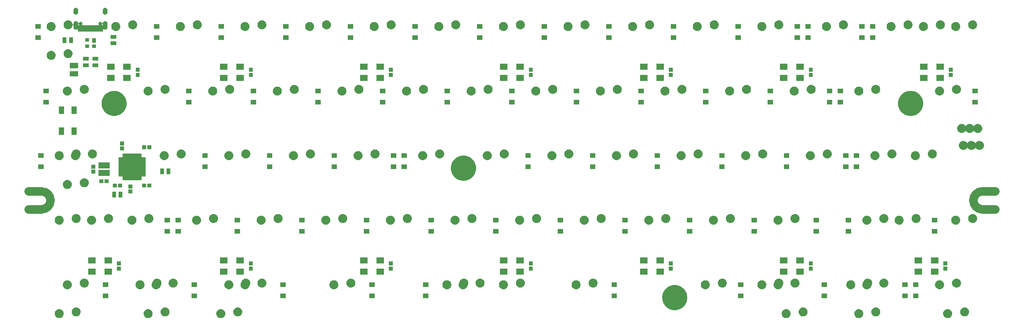
<source format=gbs>
G04 #@! TF.GenerationSoftware,KiCad,Pcbnew,(5.0.2)-1*
G04 #@! TF.CreationDate,2019-03-07T01:35:03-08:00*
G04 #@! TF.ProjectId,Voyager60,566f7961-6765-4723-9630-2e6b69636164,rev?*
G04 #@! TF.SameCoordinates,Original*
G04 #@! TF.FileFunction,Soldermask,Bot*
G04 #@! TF.FilePolarity,Negative*
%FSLAX46Y46*%
G04 Gerber Fmt 4.6, Leading zero omitted, Abs format (unit mm)*
G04 Created by KiCad (PCBNEW (5.0.2)-1) date 3/7/2019 1:35:03 AM*
%MOMM*%
%LPD*%
G01*
G04 APERTURE LIST*
%ADD10C,2.501900*%
%ADD11C,0.100000*%
G04 APERTURE END LIST*
D10*
G04 #@! TO.C,REF\002A\002A*
X22600000Y-81700950D02*
X26400000Y-81700950D01*
X26400000Y-81700950D02*
G75*
G03X29050950Y-79050000I0J2650950D01*
G01*
X29050950Y-79050000D02*
G75*
G03X26400000Y-76399050I-2650950J0D01*
G01*
X22600000Y-76399050D02*
X26400000Y-76399050D01*
X303800000Y-81700950D02*
X307650000Y-81700950D01*
X303800000Y-81700950D02*
G75*
G02X301149050Y-79050000I0J2650950D01*
G01*
X301149050Y-79050000D02*
G75*
G02X303800000Y-76399050I2650950J0D01*
G01*
X303800000Y-76399050D02*
X307600000Y-76399050D01*
D11*
G36*
X293869909Y-111158946D02*
X293955238Y-111175919D01*
X294196373Y-111275800D01*
X294413391Y-111420807D01*
X294597943Y-111605359D01*
X294742950Y-111822377D01*
X294842831Y-112063513D01*
X294893750Y-112319497D01*
X294893750Y-112580503D01*
X294842831Y-112836487D01*
X294742950Y-113077623D01*
X294597943Y-113294641D01*
X294413391Y-113479193D01*
X294413388Y-113479195D01*
X294196373Y-113624200D01*
X293955238Y-113724081D01*
X293869909Y-113741054D01*
X293699253Y-113775000D01*
X293438247Y-113775000D01*
X293267591Y-113741054D01*
X293182262Y-113724081D01*
X292941127Y-113624200D01*
X292724112Y-113479195D01*
X292724109Y-113479193D01*
X292539557Y-113294641D01*
X292394550Y-113077623D01*
X292294669Y-112836487D01*
X292243750Y-112580503D01*
X292243750Y-112319497D01*
X292294669Y-112063513D01*
X292394550Y-111822377D01*
X292539557Y-111605359D01*
X292724109Y-111420807D01*
X292941127Y-111275800D01*
X293182262Y-111175919D01*
X293267591Y-111158946D01*
X293438247Y-111125000D01*
X293699253Y-111125000D01*
X293869909Y-111158946D01*
X293869909Y-111158946D01*
G37*
G36*
X79557409Y-111158946D02*
X79642738Y-111175919D01*
X79883873Y-111275800D01*
X80100891Y-111420807D01*
X80285443Y-111605359D01*
X80430450Y-111822377D01*
X80530331Y-112063513D01*
X80581250Y-112319497D01*
X80581250Y-112580503D01*
X80530331Y-112836487D01*
X80430450Y-113077623D01*
X80285443Y-113294641D01*
X80100891Y-113479193D01*
X80100888Y-113479195D01*
X79883873Y-113624200D01*
X79642738Y-113724081D01*
X79557409Y-113741054D01*
X79386753Y-113775000D01*
X79125747Y-113775000D01*
X78955091Y-113741054D01*
X78869762Y-113724081D01*
X78628627Y-113624200D01*
X78411612Y-113479195D01*
X78411609Y-113479193D01*
X78227057Y-113294641D01*
X78082050Y-113077623D01*
X77982169Y-112836487D01*
X77931250Y-112580503D01*
X77931250Y-112319497D01*
X77982169Y-112063513D01*
X78082050Y-111822377D01*
X78227057Y-111605359D01*
X78411609Y-111420807D01*
X78628627Y-111275800D01*
X78869762Y-111175919D01*
X78955091Y-111158946D01*
X79125747Y-111125000D01*
X79386753Y-111125000D01*
X79557409Y-111158946D01*
X79557409Y-111158946D01*
G37*
G36*
X31932409Y-111158946D02*
X32017738Y-111175919D01*
X32258873Y-111275800D01*
X32475891Y-111420807D01*
X32660443Y-111605359D01*
X32805450Y-111822377D01*
X32905331Y-112063513D01*
X32956250Y-112319497D01*
X32956250Y-112580503D01*
X32905331Y-112836487D01*
X32805450Y-113077623D01*
X32660443Y-113294641D01*
X32475891Y-113479193D01*
X32475888Y-113479195D01*
X32258873Y-113624200D01*
X32017738Y-113724081D01*
X31932409Y-113741054D01*
X31761753Y-113775000D01*
X31500747Y-113775000D01*
X31330091Y-113741054D01*
X31244762Y-113724081D01*
X31003627Y-113624200D01*
X30786612Y-113479195D01*
X30786609Y-113479193D01*
X30602057Y-113294641D01*
X30457050Y-113077623D01*
X30357169Y-112836487D01*
X30306250Y-112580503D01*
X30306250Y-112319497D01*
X30357169Y-112063513D01*
X30457050Y-111822377D01*
X30602057Y-111605359D01*
X30786609Y-111420807D01*
X31003627Y-111275800D01*
X31244762Y-111175919D01*
X31330091Y-111158946D01*
X31500747Y-111125000D01*
X31761753Y-111125000D01*
X31932409Y-111158946D01*
X31932409Y-111158946D01*
G37*
G36*
X246244909Y-111158946D02*
X246330238Y-111175919D01*
X246571373Y-111275800D01*
X246788391Y-111420807D01*
X246972943Y-111605359D01*
X247117950Y-111822377D01*
X247217831Y-112063513D01*
X247268750Y-112319497D01*
X247268750Y-112580503D01*
X247217831Y-112836487D01*
X247117950Y-113077623D01*
X246972943Y-113294641D01*
X246788391Y-113479193D01*
X246788388Y-113479195D01*
X246571373Y-113624200D01*
X246330238Y-113724081D01*
X246244909Y-113741054D01*
X246074253Y-113775000D01*
X245813247Y-113775000D01*
X245642591Y-113741054D01*
X245557262Y-113724081D01*
X245316127Y-113624200D01*
X245099112Y-113479195D01*
X245099109Y-113479193D01*
X244914557Y-113294641D01*
X244769550Y-113077623D01*
X244669669Y-112836487D01*
X244618750Y-112580503D01*
X244618750Y-112319497D01*
X244669669Y-112063513D01*
X244769550Y-111822377D01*
X244914557Y-111605359D01*
X245099109Y-111420807D01*
X245316127Y-111275800D01*
X245557262Y-111175919D01*
X245642591Y-111158946D01*
X245813247Y-111125000D01*
X246074253Y-111125000D01*
X246244909Y-111158946D01*
X246244909Y-111158946D01*
G37*
G36*
X58126159Y-111158946D02*
X58211488Y-111175919D01*
X58452623Y-111275800D01*
X58669641Y-111420807D01*
X58854193Y-111605359D01*
X58999200Y-111822377D01*
X59099081Y-112063513D01*
X59150000Y-112319497D01*
X59150000Y-112580503D01*
X59099081Y-112836487D01*
X58999200Y-113077623D01*
X58854193Y-113294641D01*
X58669641Y-113479193D01*
X58669638Y-113479195D01*
X58452623Y-113624200D01*
X58211488Y-113724081D01*
X58126159Y-113741054D01*
X57955503Y-113775000D01*
X57694497Y-113775000D01*
X57523841Y-113741054D01*
X57438512Y-113724081D01*
X57197377Y-113624200D01*
X56980362Y-113479195D01*
X56980359Y-113479193D01*
X56795807Y-113294641D01*
X56650800Y-113077623D01*
X56550919Y-112836487D01*
X56500000Y-112580503D01*
X56500000Y-112319497D01*
X56550919Y-112063513D01*
X56650800Y-111822377D01*
X56795807Y-111605359D01*
X56980359Y-111420807D01*
X57197377Y-111275800D01*
X57438512Y-111175919D01*
X57523841Y-111158946D01*
X57694497Y-111125000D01*
X57955503Y-111125000D01*
X58126159Y-111158946D01*
X58126159Y-111158946D01*
G37*
G36*
X267676159Y-111158946D02*
X267761488Y-111175919D01*
X268002623Y-111275800D01*
X268219641Y-111420807D01*
X268404193Y-111605359D01*
X268549200Y-111822377D01*
X268649081Y-112063513D01*
X268700000Y-112319497D01*
X268700000Y-112580503D01*
X268649081Y-112836487D01*
X268549200Y-113077623D01*
X268404193Y-113294641D01*
X268219641Y-113479193D01*
X268219638Y-113479195D01*
X268002623Y-113624200D01*
X267761488Y-113724081D01*
X267676159Y-113741054D01*
X267505503Y-113775000D01*
X267244497Y-113775000D01*
X267073841Y-113741054D01*
X266988512Y-113724081D01*
X266747377Y-113624200D01*
X266530362Y-113479195D01*
X266530359Y-113479193D01*
X266345807Y-113294641D01*
X266200800Y-113077623D01*
X266100919Y-112836487D01*
X266050000Y-112580503D01*
X266050000Y-112319497D01*
X266100919Y-112063513D01*
X266200800Y-111822377D01*
X266345807Y-111605359D01*
X266530359Y-111420807D01*
X266747377Y-111275800D01*
X266988512Y-111175919D01*
X267073841Y-111158946D01*
X267244497Y-111125000D01*
X267505503Y-111125000D01*
X267676159Y-111158946D01*
X267676159Y-111158946D01*
G37*
G36*
X251244909Y-110658946D02*
X251330238Y-110675919D01*
X251444141Y-110723099D01*
X251571373Y-110775800D01*
X251788391Y-110920807D01*
X251972943Y-111105359D01*
X251972945Y-111105362D01*
X252117950Y-111322377D01*
X252170863Y-111450120D01*
X252217831Y-111563513D01*
X252268750Y-111819497D01*
X252268750Y-112080503D01*
X252217831Y-112336487D01*
X252117950Y-112577623D01*
X251972943Y-112794641D01*
X251788391Y-112979193D01*
X251788388Y-112979195D01*
X251571373Y-113124200D01*
X251330238Y-113224081D01*
X251244909Y-113241054D01*
X251074253Y-113275000D01*
X250813247Y-113275000D01*
X250642591Y-113241054D01*
X250557262Y-113224081D01*
X250316127Y-113124200D01*
X250099112Y-112979195D01*
X250099109Y-112979193D01*
X249914557Y-112794641D01*
X249769550Y-112577623D01*
X249669669Y-112336487D01*
X249618750Y-112080503D01*
X249618750Y-111819497D01*
X249669669Y-111563513D01*
X249716638Y-111450120D01*
X249769550Y-111322377D01*
X249914555Y-111105362D01*
X249914557Y-111105359D01*
X250099109Y-110920807D01*
X250316127Y-110775800D01*
X250443359Y-110723099D01*
X250557262Y-110675919D01*
X250642591Y-110658946D01*
X250813247Y-110625000D01*
X251074253Y-110625000D01*
X251244909Y-110658946D01*
X251244909Y-110658946D01*
G37*
G36*
X272676159Y-110658946D02*
X272761488Y-110675919D01*
X272875391Y-110723099D01*
X273002623Y-110775800D01*
X273219641Y-110920807D01*
X273404193Y-111105359D01*
X273404195Y-111105362D01*
X273549200Y-111322377D01*
X273602113Y-111450120D01*
X273649081Y-111563513D01*
X273700000Y-111819497D01*
X273700000Y-112080503D01*
X273649081Y-112336487D01*
X273549200Y-112577623D01*
X273404193Y-112794641D01*
X273219641Y-112979193D01*
X273219638Y-112979195D01*
X273002623Y-113124200D01*
X272761488Y-113224081D01*
X272676159Y-113241054D01*
X272505503Y-113275000D01*
X272244497Y-113275000D01*
X272073841Y-113241054D01*
X271988512Y-113224081D01*
X271747377Y-113124200D01*
X271530362Y-112979195D01*
X271530359Y-112979193D01*
X271345807Y-112794641D01*
X271200800Y-112577623D01*
X271100919Y-112336487D01*
X271050000Y-112080503D01*
X271050000Y-111819497D01*
X271100919Y-111563513D01*
X271147888Y-111450120D01*
X271200800Y-111322377D01*
X271345805Y-111105362D01*
X271345807Y-111105359D01*
X271530359Y-110920807D01*
X271747377Y-110775800D01*
X271874609Y-110723099D01*
X271988512Y-110675919D01*
X272073841Y-110658946D01*
X272244497Y-110625000D01*
X272505503Y-110625000D01*
X272676159Y-110658946D01*
X272676159Y-110658946D01*
G37*
G36*
X63126159Y-110658946D02*
X63211488Y-110675919D01*
X63325391Y-110723099D01*
X63452623Y-110775800D01*
X63669641Y-110920807D01*
X63854193Y-111105359D01*
X63854195Y-111105362D01*
X63999200Y-111322377D01*
X64052113Y-111450120D01*
X64099081Y-111563513D01*
X64150000Y-111819497D01*
X64150000Y-112080503D01*
X64099081Y-112336487D01*
X63999200Y-112577623D01*
X63854193Y-112794641D01*
X63669641Y-112979193D01*
X63669638Y-112979195D01*
X63452623Y-113124200D01*
X63211488Y-113224081D01*
X63126159Y-113241054D01*
X62955503Y-113275000D01*
X62694497Y-113275000D01*
X62523841Y-113241054D01*
X62438512Y-113224081D01*
X62197377Y-113124200D01*
X61980362Y-112979195D01*
X61980359Y-112979193D01*
X61795807Y-112794641D01*
X61650800Y-112577623D01*
X61550919Y-112336487D01*
X61500000Y-112080503D01*
X61500000Y-111819497D01*
X61550919Y-111563513D01*
X61597888Y-111450120D01*
X61650800Y-111322377D01*
X61795805Y-111105362D01*
X61795807Y-111105359D01*
X61980359Y-110920807D01*
X62197377Y-110775800D01*
X62324609Y-110723099D01*
X62438512Y-110675919D01*
X62523841Y-110658946D01*
X62694497Y-110625000D01*
X62955503Y-110625000D01*
X63126159Y-110658946D01*
X63126159Y-110658946D01*
G37*
G36*
X298869909Y-110658946D02*
X298955238Y-110675919D01*
X299069141Y-110723099D01*
X299196373Y-110775800D01*
X299413391Y-110920807D01*
X299597943Y-111105359D01*
X299597945Y-111105362D01*
X299742950Y-111322377D01*
X299795863Y-111450120D01*
X299842831Y-111563513D01*
X299893750Y-111819497D01*
X299893750Y-112080503D01*
X299842831Y-112336487D01*
X299742950Y-112577623D01*
X299597943Y-112794641D01*
X299413391Y-112979193D01*
X299413388Y-112979195D01*
X299196373Y-113124200D01*
X298955238Y-113224081D01*
X298869909Y-113241054D01*
X298699253Y-113275000D01*
X298438247Y-113275000D01*
X298267591Y-113241054D01*
X298182262Y-113224081D01*
X297941127Y-113124200D01*
X297724112Y-112979195D01*
X297724109Y-112979193D01*
X297539557Y-112794641D01*
X297394550Y-112577623D01*
X297294669Y-112336487D01*
X297243750Y-112080503D01*
X297243750Y-111819497D01*
X297294669Y-111563513D01*
X297341638Y-111450120D01*
X297394550Y-111322377D01*
X297539555Y-111105362D01*
X297539557Y-111105359D01*
X297724109Y-110920807D01*
X297941127Y-110775800D01*
X298068359Y-110723099D01*
X298182262Y-110675919D01*
X298267591Y-110658946D01*
X298438247Y-110625000D01*
X298699253Y-110625000D01*
X298869909Y-110658946D01*
X298869909Y-110658946D01*
G37*
G36*
X36932409Y-110658946D02*
X37017738Y-110675919D01*
X37131641Y-110723099D01*
X37258873Y-110775800D01*
X37475891Y-110920807D01*
X37660443Y-111105359D01*
X37660445Y-111105362D01*
X37805450Y-111322377D01*
X37858363Y-111450120D01*
X37905331Y-111563513D01*
X37956250Y-111819497D01*
X37956250Y-112080503D01*
X37905331Y-112336487D01*
X37805450Y-112577623D01*
X37660443Y-112794641D01*
X37475891Y-112979193D01*
X37475888Y-112979195D01*
X37258873Y-113124200D01*
X37017738Y-113224081D01*
X36932409Y-113241054D01*
X36761753Y-113275000D01*
X36500747Y-113275000D01*
X36330091Y-113241054D01*
X36244762Y-113224081D01*
X36003627Y-113124200D01*
X35786612Y-112979195D01*
X35786609Y-112979193D01*
X35602057Y-112794641D01*
X35457050Y-112577623D01*
X35357169Y-112336487D01*
X35306250Y-112080503D01*
X35306250Y-111819497D01*
X35357169Y-111563513D01*
X35404138Y-111450120D01*
X35457050Y-111322377D01*
X35602055Y-111105362D01*
X35602057Y-111105359D01*
X35786609Y-110920807D01*
X36003627Y-110775800D01*
X36130859Y-110723099D01*
X36244762Y-110675919D01*
X36330091Y-110658946D01*
X36500747Y-110625000D01*
X36761753Y-110625000D01*
X36932409Y-110658946D01*
X36932409Y-110658946D01*
G37*
G36*
X84557409Y-110658946D02*
X84642738Y-110675919D01*
X84756641Y-110723099D01*
X84883873Y-110775800D01*
X85100891Y-110920807D01*
X85285443Y-111105359D01*
X85285445Y-111105362D01*
X85430450Y-111322377D01*
X85483363Y-111450120D01*
X85530331Y-111563513D01*
X85581250Y-111819497D01*
X85581250Y-112080503D01*
X85530331Y-112336487D01*
X85430450Y-112577623D01*
X85285443Y-112794641D01*
X85100891Y-112979193D01*
X85100888Y-112979195D01*
X84883873Y-113124200D01*
X84642738Y-113224081D01*
X84557409Y-113241054D01*
X84386753Y-113275000D01*
X84125747Y-113275000D01*
X83955091Y-113241054D01*
X83869762Y-113224081D01*
X83628627Y-113124200D01*
X83411612Y-112979195D01*
X83411609Y-112979193D01*
X83227057Y-112794641D01*
X83082050Y-112577623D01*
X82982169Y-112336487D01*
X82931250Y-112080503D01*
X82931250Y-111819497D01*
X82982169Y-111563513D01*
X83029138Y-111450120D01*
X83082050Y-111322377D01*
X83227055Y-111105362D01*
X83227057Y-111105359D01*
X83411609Y-110920807D01*
X83628627Y-110775800D01*
X83755859Y-110723099D01*
X83869762Y-110675919D01*
X83955091Y-110658946D01*
X84125747Y-110625000D01*
X84386753Y-110625000D01*
X84557409Y-110658946D01*
X84557409Y-110658946D01*
G37*
G36*
X214179284Y-104192073D02*
X214527930Y-104336487D01*
X214852664Y-104470996D01*
X215454606Y-104873201D01*
X215458692Y-104875931D01*
X215974069Y-105391308D01*
X215974071Y-105391311D01*
X216379004Y-105997336D01*
X216442239Y-106150000D01*
X216657927Y-106670716D01*
X216800120Y-107385569D01*
X216800120Y-108114431D01*
X216657927Y-108829284D01*
X216494537Y-109223741D01*
X216379004Y-109502664D01*
X216311443Y-109603776D01*
X215974069Y-110108692D01*
X215458692Y-110624069D01*
X215458689Y-110624071D01*
X214852664Y-111029004D01*
X214573741Y-111144537D01*
X214179284Y-111307927D01*
X213464431Y-111450120D01*
X212735569Y-111450120D01*
X212020716Y-111307927D01*
X211626259Y-111144537D01*
X211347336Y-111029004D01*
X210741311Y-110624071D01*
X210741308Y-110624069D01*
X210225931Y-110108692D01*
X209888557Y-109603776D01*
X209820996Y-109502664D01*
X209705463Y-109223741D01*
X209542073Y-108829284D01*
X209399880Y-108114431D01*
X209399880Y-107385569D01*
X209542073Y-106670716D01*
X209757761Y-106150000D01*
X209820996Y-105997336D01*
X210225929Y-105391311D01*
X210225931Y-105391308D01*
X210741308Y-104875931D01*
X210745394Y-104873201D01*
X211347336Y-104470996D01*
X211672070Y-104336487D01*
X212020716Y-104192073D01*
X212735569Y-104049880D01*
X213464431Y-104049880D01*
X214179284Y-104192073D01*
X214179284Y-104192073D01*
G37*
G36*
X72237500Y-107868750D02*
X70637500Y-107868750D01*
X70637500Y-106568750D01*
X72237500Y-106568750D01*
X72237500Y-107868750D01*
X72237500Y-107868750D01*
G37*
G36*
X98431250Y-107868750D02*
X96831250Y-107868750D01*
X96831250Y-106568750D01*
X98431250Y-106568750D01*
X98431250Y-107868750D01*
X98431250Y-107868750D01*
G37*
G36*
X124625000Y-107868750D02*
X123025000Y-107868750D01*
X123025000Y-106568750D01*
X124625000Y-106568750D01*
X124625000Y-107868750D01*
X124625000Y-107868750D01*
G37*
G36*
X196062500Y-107868750D02*
X194462500Y-107868750D01*
X194462500Y-106568750D01*
X196062500Y-106568750D01*
X196062500Y-107868750D01*
X196062500Y-107868750D01*
G37*
G36*
X284962500Y-107868750D02*
X283362500Y-107868750D01*
X283362500Y-106568750D01*
X284962500Y-106568750D01*
X284962500Y-107868750D01*
X284962500Y-107868750D01*
G37*
G36*
X257975000Y-107868750D02*
X256375000Y-107868750D01*
X256375000Y-106568750D01*
X257975000Y-106568750D01*
X257975000Y-107868750D01*
X257975000Y-107868750D01*
G37*
G36*
X281787500Y-107868750D02*
X280187500Y-107868750D01*
X280187500Y-106568750D01*
X281787500Y-106568750D01*
X281787500Y-107868750D01*
X281787500Y-107868750D01*
G37*
G36*
X46043750Y-107868750D02*
X44443750Y-107868750D01*
X44443750Y-106568750D01*
X46043750Y-106568750D01*
X46043750Y-107868750D01*
X46043750Y-107868750D01*
G37*
G36*
X140500000Y-107868750D02*
X138900000Y-107868750D01*
X138900000Y-106568750D01*
X140500000Y-106568750D01*
X140500000Y-107868750D01*
X140500000Y-107868750D01*
G37*
G36*
X233368750Y-107868750D02*
X231768750Y-107868750D01*
X231768750Y-106568750D01*
X233368750Y-106568750D01*
X233368750Y-107868750D01*
X233368750Y-107868750D01*
G37*
G36*
X239101159Y-102658946D02*
X239186488Y-102675919D01*
X239427623Y-102775800D01*
X239644641Y-102920807D01*
X239829193Y-103105359D01*
X239974200Y-103322377D01*
X240074081Y-103563513D01*
X240125000Y-103819497D01*
X240125000Y-104080503D01*
X240074081Y-104336487D01*
X239974200Y-104577623D01*
X239829193Y-104794641D01*
X239644641Y-104979193D01*
X239644638Y-104979195D01*
X239427623Y-105124200D01*
X239186488Y-105224081D01*
X239101159Y-105241054D01*
X238930503Y-105275000D01*
X238669497Y-105275000D01*
X238498841Y-105241054D01*
X238413512Y-105224081D01*
X238172377Y-105124200D01*
X237955362Y-104979195D01*
X237955359Y-104979193D01*
X237770807Y-104794641D01*
X237625800Y-104577623D01*
X237525919Y-104336487D01*
X237475000Y-104080503D01*
X237475000Y-103819497D01*
X237525919Y-103563513D01*
X237625800Y-103322377D01*
X237770807Y-103105359D01*
X237955359Y-102920807D01*
X238172377Y-102775800D01*
X238413512Y-102675919D01*
X238498841Y-102658946D01*
X238669497Y-102625000D01*
X238930503Y-102625000D01*
X239101159Y-102658946D01*
X239101159Y-102658946D01*
G37*
G36*
X81938659Y-102658946D02*
X82023988Y-102675919D01*
X82265123Y-102775800D01*
X82482141Y-102920807D01*
X82666693Y-103105359D01*
X82811700Y-103322377D01*
X82911581Y-103563513D01*
X82962500Y-103819497D01*
X82962500Y-104080503D01*
X82911581Y-104336487D01*
X82811700Y-104577623D01*
X82666693Y-104794641D01*
X82482141Y-104979193D01*
X82482138Y-104979195D01*
X82265123Y-105124200D01*
X82023988Y-105224081D01*
X81938659Y-105241054D01*
X81768003Y-105275000D01*
X81506997Y-105275000D01*
X81336341Y-105241054D01*
X81251012Y-105224081D01*
X81009877Y-105124200D01*
X80792862Y-104979195D01*
X80792859Y-104979193D01*
X80608307Y-104794641D01*
X80463300Y-104577623D01*
X80363419Y-104336487D01*
X80312500Y-104080503D01*
X80312500Y-103819497D01*
X80363419Y-103563513D01*
X80463300Y-103322377D01*
X80608307Y-103105359D01*
X80792859Y-102920807D01*
X81009877Y-102775800D01*
X81251012Y-102675919D01*
X81336341Y-102658946D01*
X81506997Y-102625000D01*
X81768003Y-102625000D01*
X81938659Y-102658946D01*
X81938659Y-102658946D01*
G37*
G36*
X34313659Y-102658946D02*
X34398988Y-102675919D01*
X34640123Y-102775800D01*
X34857141Y-102920807D01*
X35041693Y-103105359D01*
X35186700Y-103322377D01*
X35286581Y-103563513D01*
X35337500Y-103819497D01*
X35337500Y-104080503D01*
X35286581Y-104336487D01*
X35186700Y-104577623D01*
X35041693Y-104794641D01*
X34857141Y-104979193D01*
X34857138Y-104979195D01*
X34640123Y-105124200D01*
X34398988Y-105224081D01*
X34313659Y-105241054D01*
X34143003Y-105275000D01*
X33881997Y-105275000D01*
X33711341Y-105241054D01*
X33626012Y-105224081D01*
X33384877Y-105124200D01*
X33167862Y-104979195D01*
X33167859Y-104979193D01*
X32983307Y-104794641D01*
X32838300Y-104577623D01*
X32738419Y-104336487D01*
X32687500Y-104080503D01*
X32687500Y-103819497D01*
X32738419Y-103563513D01*
X32838300Y-103322377D01*
X32983307Y-103105359D01*
X33167859Y-102920807D01*
X33384877Y-102775800D01*
X33626012Y-102675919D01*
X33711341Y-102658946D01*
X33881997Y-102625000D01*
X34143003Y-102625000D01*
X34313659Y-102658946D01*
X34313659Y-102658946D01*
G37*
G36*
X222432409Y-102658946D02*
X222517738Y-102675919D01*
X222758873Y-102775800D01*
X222975891Y-102920807D01*
X223160443Y-103105359D01*
X223305450Y-103322377D01*
X223405331Y-103563513D01*
X223456250Y-103819497D01*
X223456250Y-104080503D01*
X223405331Y-104336487D01*
X223305450Y-104577623D01*
X223160443Y-104794641D01*
X222975891Y-104979193D01*
X222975888Y-104979195D01*
X222758873Y-105124200D01*
X222517738Y-105224081D01*
X222432409Y-105241054D01*
X222261753Y-105275000D01*
X222000747Y-105275000D01*
X221830091Y-105241054D01*
X221744762Y-105224081D01*
X221503627Y-105124200D01*
X221286612Y-104979195D01*
X221286609Y-104979193D01*
X221102057Y-104794641D01*
X220957050Y-104577623D01*
X220857169Y-104336487D01*
X220806250Y-104080503D01*
X220806250Y-103819497D01*
X220857169Y-103563513D01*
X220957050Y-103322377D01*
X221102057Y-103105359D01*
X221286609Y-102920807D01*
X221503627Y-102775800D01*
X221744762Y-102675919D01*
X221830091Y-102658946D01*
X222000747Y-102625000D01*
X222261753Y-102625000D01*
X222432409Y-102658946D01*
X222432409Y-102658946D01*
G37*
G36*
X244101159Y-102158946D02*
X244186488Y-102175919D01*
X244292757Y-102219937D01*
X244427623Y-102275800D01*
X244644641Y-102420807D01*
X244829193Y-102605359D01*
X244974200Y-102822377D01*
X245074081Y-103063513D01*
X245125000Y-103319497D01*
X245125000Y-103580503D01*
X245074081Y-103836487D01*
X244974200Y-104077623D01*
X244865378Y-104240487D01*
X244853827Y-104262098D01*
X244846714Y-104285546D01*
X244836581Y-104336488D01*
X244736700Y-104577623D01*
X244591693Y-104794641D01*
X244407141Y-104979193D01*
X244407138Y-104979195D01*
X244190123Y-105124200D01*
X243948988Y-105224081D01*
X243863659Y-105241054D01*
X243693003Y-105275000D01*
X243431997Y-105275000D01*
X243261341Y-105241054D01*
X243176012Y-105224081D01*
X242934877Y-105124200D01*
X242717862Y-104979195D01*
X242717859Y-104979193D01*
X242533307Y-104794641D01*
X242388300Y-104577623D01*
X242288419Y-104336487D01*
X242237500Y-104080503D01*
X242237500Y-103819497D01*
X242288419Y-103563513D01*
X242388300Y-103322377D01*
X242497122Y-103159513D01*
X242508673Y-103137902D01*
X242515786Y-103114454D01*
X242525919Y-103063512D01*
X242625800Y-102822377D01*
X242770807Y-102605359D01*
X242955359Y-102420807D01*
X243172377Y-102275800D01*
X243307243Y-102219937D01*
X243413512Y-102175919D01*
X243498841Y-102158946D01*
X243669497Y-102125000D01*
X243930503Y-102125000D01*
X244101159Y-102158946D01*
X244101159Y-102158946D01*
G37*
G36*
X291488659Y-102658946D02*
X291573988Y-102675919D01*
X291815123Y-102775800D01*
X292032141Y-102920807D01*
X292216693Y-103105359D01*
X292361700Y-103322377D01*
X292461581Y-103563513D01*
X292512500Y-103819497D01*
X292512500Y-104080503D01*
X292461581Y-104336487D01*
X292361700Y-104577623D01*
X292216693Y-104794641D01*
X292032141Y-104979193D01*
X292032138Y-104979195D01*
X291815123Y-105124200D01*
X291573988Y-105224081D01*
X291488659Y-105241054D01*
X291318003Y-105275000D01*
X291056997Y-105275000D01*
X290886341Y-105241054D01*
X290801012Y-105224081D01*
X290559877Y-105124200D01*
X290342862Y-104979195D01*
X290342859Y-104979193D01*
X290158307Y-104794641D01*
X290013300Y-104577623D01*
X289913419Y-104336487D01*
X289862500Y-104080503D01*
X289862500Y-103819497D01*
X289913419Y-103563513D01*
X290013300Y-103322377D01*
X290158307Y-103105359D01*
X290342859Y-102920807D01*
X290559877Y-102775800D01*
X290801012Y-102675919D01*
X290886341Y-102658946D01*
X291056997Y-102625000D01*
X291318003Y-102625000D01*
X291488659Y-102658946D01*
X291488659Y-102658946D01*
G37*
G36*
X270294909Y-102158946D02*
X270380238Y-102175919D01*
X270486507Y-102219937D01*
X270621373Y-102275800D01*
X270838391Y-102420807D01*
X271022943Y-102605359D01*
X271167950Y-102822377D01*
X271267831Y-103063513D01*
X271318750Y-103319497D01*
X271318750Y-103580503D01*
X271267831Y-103836487D01*
X271167950Y-104077623D01*
X271059128Y-104240487D01*
X271047577Y-104262098D01*
X271040464Y-104285546D01*
X271030331Y-104336488D01*
X270930450Y-104577623D01*
X270785443Y-104794641D01*
X270600891Y-104979193D01*
X270600888Y-104979195D01*
X270383873Y-105124200D01*
X270142738Y-105224081D01*
X270057409Y-105241054D01*
X269886753Y-105275000D01*
X269625747Y-105275000D01*
X269455091Y-105241054D01*
X269369762Y-105224081D01*
X269128627Y-105124200D01*
X268911612Y-104979195D01*
X268911609Y-104979193D01*
X268727057Y-104794641D01*
X268582050Y-104577623D01*
X268482169Y-104336487D01*
X268431250Y-104080503D01*
X268431250Y-103819497D01*
X268482169Y-103563513D01*
X268582050Y-103322377D01*
X268690872Y-103159513D01*
X268702423Y-103137902D01*
X268709536Y-103114454D01*
X268719669Y-103063512D01*
X268819550Y-102822377D01*
X268964557Y-102605359D01*
X269149109Y-102420807D01*
X269366127Y-102275800D01*
X269500993Y-102219937D01*
X269607262Y-102175919D01*
X269692591Y-102158946D01*
X269863247Y-102125000D01*
X270124253Y-102125000D01*
X270294909Y-102158946D01*
X270294909Y-102158946D01*
G37*
G36*
X162901159Y-102658946D02*
X162986488Y-102675919D01*
X163227623Y-102775800D01*
X163444641Y-102920807D01*
X163629193Y-103105359D01*
X163774200Y-103322377D01*
X163874081Y-103563513D01*
X163925000Y-103819497D01*
X163925000Y-104080503D01*
X163874081Y-104336487D01*
X163774200Y-104577623D01*
X163629193Y-104794641D01*
X163444641Y-104979193D01*
X163444638Y-104979195D01*
X163227623Y-105124200D01*
X162986488Y-105224081D01*
X162901159Y-105241054D01*
X162730503Y-105275000D01*
X162469497Y-105275000D01*
X162298841Y-105241054D01*
X162213512Y-105224081D01*
X161972377Y-105124200D01*
X161755362Y-104979195D01*
X161755359Y-104979193D01*
X161570807Y-104794641D01*
X161425800Y-104577623D01*
X161325919Y-104336487D01*
X161275000Y-104080503D01*
X161275000Y-103819497D01*
X161325919Y-103563513D01*
X161425800Y-103322377D01*
X161570807Y-103105359D01*
X161755359Y-102920807D01*
X161972377Y-102775800D01*
X162213512Y-102675919D01*
X162298841Y-102658946D01*
X162469497Y-102625000D01*
X162730503Y-102625000D01*
X162901159Y-102658946D01*
X162901159Y-102658946D01*
G37*
G36*
X146232409Y-102658946D02*
X146317738Y-102675919D01*
X146558873Y-102775800D01*
X146775891Y-102920807D01*
X146960443Y-103105359D01*
X147105450Y-103322377D01*
X147205331Y-103563513D01*
X147256250Y-103819497D01*
X147256250Y-104080503D01*
X147205331Y-104336487D01*
X147105450Y-104577623D01*
X146960443Y-104794641D01*
X146775891Y-104979193D01*
X146775888Y-104979195D01*
X146558873Y-105124200D01*
X146317738Y-105224081D01*
X146232409Y-105241054D01*
X146061753Y-105275000D01*
X145800747Y-105275000D01*
X145630091Y-105241054D01*
X145544762Y-105224081D01*
X145303627Y-105124200D01*
X145086612Y-104979195D01*
X145086609Y-104979193D01*
X144902057Y-104794641D01*
X144757050Y-104577623D01*
X144657169Y-104336487D01*
X144606250Y-104080503D01*
X144606250Y-103819497D01*
X144657169Y-103563513D01*
X144757050Y-103322377D01*
X144902057Y-103105359D01*
X145086609Y-102920807D01*
X145303627Y-102775800D01*
X145544762Y-102675919D01*
X145630091Y-102658946D01*
X145800747Y-102625000D01*
X146061753Y-102625000D01*
X146232409Y-102658946D01*
X146232409Y-102658946D01*
G37*
G36*
X112894909Y-102658946D02*
X112980238Y-102675919D01*
X113221373Y-102775800D01*
X113438391Y-102920807D01*
X113622943Y-103105359D01*
X113767950Y-103322377D01*
X113867831Y-103563513D01*
X113918750Y-103819497D01*
X113918750Y-104080503D01*
X113867831Y-104336487D01*
X113767950Y-104577623D01*
X113622943Y-104794641D01*
X113438391Y-104979193D01*
X113438388Y-104979195D01*
X113221373Y-105124200D01*
X112980238Y-105224081D01*
X112894909Y-105241054D01*
X112724253Y-105275000D01*
X112463247Y-105275000D01*
X112292591Y-105241054D01*
X112207262Y-105224081D01*
X111966127Y-105124200D01*
X111749112Y-104979195D01*
X111749109Y-104979193D01*
X111564557Y-104794641D01*
X111419550Y-104577623D01*
X111319669Y-104336487D01*
X111268750Y-104080503D01*
X111268750Y-103819497D01*
X111319669Y-103563513D01*
X111419550Y-103322377D01*
X111564557Y-103105359D01*
X111749109Y-102920807D01*
X111966127Y-102775800D01*
X112207262Y-102675919D01*
X112292591Y-102658946D01*
X112463247Y-102625000D01*
X112724253Y-102625000D01*
X112894909Y-102658946D01*
X112894909Y-102658946D01*
G37*
G36*
X265294909Y-102658946D02*
X265380238Y-102675919D01*
X265621373Y-102775800D01*
X265838391Y-102920807D01*
X266022943Y-103105359D01*
X266167950Y-103322377D01*
X266267831Y-103563513D01*
X266318750Y-103819497D01*
X266318750Y-104080503D01*
X266267831Y-104336487D01*
X266167950Y-104577623D01*
X266022943Y-104794641D01*
X265838391Y-104979193D01*
X265838388Y-104979195D01*
X265621373Y-105124200D01*
X265380238Y-105224081D01*
X265294909Y-105241054D01*
X265124253Y-105275000D01*
X264863247Y-105275000D01*
X264692591Y-105241054D01*
X264607262Y-105224081D01*
X264366127Y-105124200D01*
X264149112Y-104979195D01*
X264149109Y-104979193D01*
X263964557Y-104794641D01*
X263819550Y-104577623D01*
X263719669Y-104336487D01*
X263668750Y-104080503D01*
X263668750Y-103819497D01*
X263719669Y-103563513D01*
X263819550Y-103322377D01*
X263964557Y-103105359D01*
X264149109Y-102920807D01*
X264366127Y-102775800D01*
X264607262Y-102675919D01*
X264692591Y-102658946D01*
X264863247Y-102625000D01*
X265124253Y-102625000D01*
X265294909Y-102658946D01*
X265294909Y-102658946D01*
G37*
G36*
X55744909Y-102658946D02*
X55830238Y-102675919D01*
X56071373Y-102775800D01*
X56288391Y-102920807D01*
X56472943Y-103105359D01*
X56617950Y-103322377D01*
X56717831Y-103563513D01*
X56768750Y-103819497D01*
X56768750Y-104080503D01*
X56717831Y-104336487D01*
X56617950Y-104577623D01*
X56472943Y-104794641D01*
X56288391Y-104979193D01*
X56288388Y-104979195D01*
X56071373Y-105124200D01*
X55830238Y-105224081D01*
X55744909Y-105241054D01*
X55574253Y-105275000D01*
X55313247Y-105275000D01*
X55142591Y-105241054D01*
X55057262Y-105224081D01*
X54816127Y-105124200D01*
X54599112Y-104979195D01*
X54599109Y-104979193D01*
X54414557Y-104794641D01*
X54269550Y-104577623D01*
X54169669Y-104336487D01*
X54118750Y-104080503D01*
X54118750Y-103819497D01*
X54169669Y-103563513D01*
X54269550Y-103322377D01*
X54414557Y-103105359D01*
X54599109Y-102920807D01*
X54816127Y-102775800D01*
X55057262Y-102675919D01*
X55142591Y-102658946D01*
X55313247Y-102625000D01*
X55574253Y-102625000D01*
X55744909Y-102658946D01*
X55744909Y-102658946D01*
G37*
G36*
X86938659Y-102158946D02*
X87023988Y-102175919D01*
X87130257Y-102219937D01*
X87265123Y-102275800D01*
X87482141Y-102420807D01*
X87666693Y-102605359D01*
X87811700Y-102822377D01*
X87911581Y-103063513D01*
X87962500Y-103319497D01*
X87962500Y-103580503D01*
X87911581Y-103836487D01*
X87811700Y-104077623D01*
X87702878Y-104240487D01*
X87691327Y-104262098D01*
X87684214Y-104285546D01*
X87674081Y-104336488D01*
X87574200Y-104577623D01*
X87429193Y-104794641D01*
X87244641Y-104979193D01*
X87244638Y-104979195D01*
X87027623Y-105124200D01*
X86786488Y-105224081D01*
X86701159Y-105241054D01*
X86530503Y-105275000D01*
X86269497Y-105275000D01*
X86098841Y-105241054D01*
X86013512Y-105224081D01*
X85772377Y-105124200D01*
X85555362Y-104979195D01*
X85555359Y-104979193D01*
X85370807Y-104794641D01*
X85225800Y-104577623D01*
X85125919Y-104336487D01*
X85075000Y-104080503D01*
X85075000Y-103819497D01*
X85125919Y-103563513D01*
X85225800Y-103322377D01*
X85334622Y-103159513D01*
X85346173Y-103137902D01*
X85353286Y-103114454D01*
X85363419Y-103063512D01*
X85463300Y-102822377D01*
X85608307Y-102605359D01*
X85792859Y-102420807D01*
X86009877Y-102275800D01*
X86144743Y-102219937D01*
X86251012Y-102175919D01*
X86336341Y-102158946D01*
X86506997Y-102125000D01*
X86768003Y-102125000D01*
X86938659Y-102158946D01*
X86938659Y-102158946D01*
G37*
G36*
X151232409Y-102158946D02*
X151317738Y-102175919D01*
X151424007Y-102219937D01*
X151558873Y-102275800D01*
X151775891Y-102420807D01*
X151960443Y-102605359D01*
X152105450Y-102822377D01*
X152205331Y-103063513D01*
X152256250Y-103319497D01*
X152256250Y-103580503D01*
X152205331Y-103836487D01*
X152105450Y-104077623D01*
X151996628Y-104240487D01*
X151985077Y-104262098D01*
X151977964Y-104285546D01*
X151967831Y-104336488D01*
X151867950Y-104577623D01*
X151722943Y-104794641D01*
X151538391Y-104979193D01*
X151538388Y-104979195D01*
X151321373Y-105124200D01*
X151080238Y-105224081D01*
X150994909Y-105241054D01*
X150824253Y-105275000D01*
X150563247Y-105275000D01*
X150392591Y-105241054D01*
X150307262Y-105224081D01*
X150066127Y-105124200D01*
X149849112Y-104979195D01*
X149849109Y-104979193D01*
X149664557Y-104794641D01*
X149519550Y-104577623D01*
X149419669Y-104336487D01*
X149368750Y-104080503D01*
X149368750Y-103819497D01*
X149419669Y-103563513D01*
X149519550Y-103322377D01*
X149628372Y-103159513D01*
X149639923Y-103137902D01*
X149647036Y-103114454D01*
X149657169Y-103063512D01*
X149757050Y-102822377D01*
X149902057Y-102605359D01*
X150086609Y-102420807D01*
X150303627Y-102275800D01*
X150438493Y-102219937D01*
X150544762Y-102175919D01*
X150630091Y-102158946D01*
X150800747Y-102125000D01*
X151061753Y-102125000D01*
X151232409Y-102158946D01*
X151232409Y-102158946D01*
G37*
G36*
X60744909Y-102158946D02*
X60830238Y-102175919D01*
X60936507Y-102219937D01*
X61071373Y-102275800D01*
X61288391Y-102420807D01*
X61472943Y-102605359D01*
X61617950Y-102822377D01*
X61717831Y-103063513D01*
X61768750Y-103319497D01*
X61768750Y-103580503D01*
X61717831Y-103836487D01*
X61617950Y-104077623D01*
X61509128Y-104240487D01*
X61497577Y-104262098D01*
X61490464Y-104285546D01*
X61480331Y-104336488D01*
X61380450Y-104577623D01*
X61235443Y-104794641D01*
X61050891Y-104979193D01*
X61050888Y-104979195D01*
X60833873Y-105124200D01*
X60592738Y-105224081D01*
X60507409Y-105241054D01*
X60336753Y-105275000D01*
X60075747Y-105275000D01*
X59905091Y-105241054D01*
X59819762Y-105224081D01*
X59578627Y-105124200D01*
X59361612Y-104979195D01*
X59361609Y-104979193D01*
X59177057Y-104794641D01*
X59032050Y-104577623D01*
X58932169Y-104336487D01*
X58881250Y-104080503D01*
X58881250Y-103819497D01*
X58932169Y-103563513D01*
X59032050Y-103322377D01*
X59140872Y-103159513D01*
X59152423Y-103137902D01*
X59159536Y-103114454D01*
X59169669Y-103063512D01*
X59269550Y-102822377D01*
X59414557Y-102605359D01*
X59599109Y-102420807D01*
X59816127Y-102275800D01*
X59950993Y-102219937D01*
X60057262Y-102175919D01*
X60142591Y-102158946D01*
X60313247Y-102125000D01*
X60574253Y-102125000D01*
X60744909Y-102158946D01*
X60744909Y-102158946D01*
G37*
G36*
X184332409Y-102658946D02*
X184417738Y-102675919D01*
X184658873Y-102775800D01*
X184875891Y-102920807D01*
X185060443Y-103105359D01*
X185205450Y-103322377D01*
X185305331Y-103563513D01*
X185356250Y-103819497D01*
X185356250Y-104080503D01*
X185305331Y-104336487D01*
X185205450Y-104577623D01*
X185060443Y-104794641D01*
X184875891Y-104979193D01*
X184875888Y-104979195D01*
X184658873Y-105124200D01*
X184417738Y-105224081D01*
X184332409Y-105241054D01*
X184161753Y-105275000D01*
X183900747Y-105275000D01*
X183730091Y-105241054D01*
X183644762Y-105224081D01*
X183403627Y-105124200D01*
X183186612Y-104979195D01*
X183186609Y-104979193D01*
X183002057Y-104794641D01*
X182857050Y-104577623D01*
X182757169Y-104336487D01*
X182706250Y-104080503D01*
X182706250Y-103819497D01*
X182757169Y-103563513D01*
X182857050Y-103322377D01*
X183002057Y-103105359D01*
X183186609Y-102920807D01*
X183403627Y-102775800D01*
X183644762Y-102675919D01*
X183730091Y-102658946D01*
X183900747Y-102625000D01*
X184161753Y-102625000D01*
X184332409Y-102658946D01*
X184332409Y-102658946D01*
G37*
G36*
X227432409Y-102158946D02*
X227517738Y-102175919D01*
X227624007Y-102219937D01*
X227758873Y-102275800D01*
X227975891Y-102420807D01*
X228160443Y-102605359D01*
X228305450Y-102822377D01*
X228405331Y-103063513D01*
X228456250Y-103319497D01*
X228456250Y-103580503D01*
X228405331Y-103836487D01*
X228305450Y-104077623D01*
X228160443Y-104294641D01*
X227975891Y-104479193D01*
X227975888Y-104479195D01*
X227758873Y-104624200D01*
X227517738Y-104724081D01*
X227432409Y-104741054D01*
X227261753Y-104775000D01*
X227000747Y-104775000D01*
X226830091Y-104741054D01*
X226744762Y-104724081D01*
X226503627Y-104624200D01*
X226286612Y-104479195D01*
X226286609Y-104479193D01*
X226102057Y-104294641D01*
X225957050Y-104077623D01*
X225857169Y-103836487D01*
X225806250Y-103580503D01*
X225806250Y-103319497D01*
X225857169Y-103063513D01*
X225957050Y-102822377D01*
X226102057Y-102605359D01*
X226286609Y-102420807D01*
X226503627Y-102275800D01*
X226638493Y-102219937D01*
X226744762Y-102175919D01*
X226830091Y-102158946D01*
X227000747Y-102125000D01*
X227261753Y-102125000D01*
X227432409Y-102158946D01*
X227432409Y-102158946D01*
G37*
G36*
X39313659Y-102158946D02*
X39398988Y-102175919D01*
X39505257Y-102219937D01*
X39640123Y-102275800D01*
X39857141Y-102420807D01*
X40041693Y-102605359D01*
X40186700Y-102822377D01*
X40286581Y-103063513D01*
X40337500Y-103319497D01*
X40337500Y-103580503D01*
X40286581Y-103836487D01*
X40186700Y-104077623D01*
X40041693Y-104294641D01*
X39857141Y-104479193D01*
X39857138Y-104479195D01*
X39640123Y-104624200D01*
X39398988Y-104724081D01*
X39313659Y-104741054D01*
X39143003Y-104775000D01*
X38881997Y-104775000D01*
X38711341Y-104741054D01*
X38626012Y-104724081D01*
X38384877Y-104624200D01*
X38167862Y-104479195D01*
X38167859Y-104479193D01*
X37983307Y-104294641D01*
X37838300Y-104077623D01*
X37738419Y-103836487D01*
X37687500Y-103580503D01*
X37687500Y-103319497D01*
X37738419Y-103063513D01*
X37838300Y-102822377D01*
X37983307Y-102605359D01*
X38167859Y-102420807D01*
X38384877Y-102275800D01*
X38519743Y-102219937D01*
X38626012Y-102175919D01*
X38711341Y-102158946D01*
X38881997Y-102125000D01*
X39143003Y-102125000D01*
X39313659Y-102158946D01*
X39313659Y-102158946D01*
G37*
G36*
X117894909Y-102158946D02*
X117980238Y-102175919D01*
X118086507Y-102219937D01*
X118221373Y-102275800D01*
X118438391Y-102420807D01*
X118622943Y-102605359D01*
X118767950Y-102822377D01*
X118867831Y-103063513D01*
X118918750Y-103319497D01*
X118918750Y-103580503D01*
X118867831Y-103836487D01*
X118767950Y-104077623D01*
X118622943Y-104294641D01*
X118438391Y-104479193D01*
X118438388Y-104479195D01*
X118221373Y-104624200D01*
X117980238Y-104724081D01*
X117894909Y-104741054D01*
X117724253Y-104775000D01*
X117463247Y-104775000D01*
X117292591Y-104741054D01*
X117207262Y-104724081D01*
X116966127Y-104624200D01*
X116749112Y-104479195D01*
X116749109Y-104479193D01*
X116564557Y-104294641D01*
X116419550Y-104077623D01*
X116319669Y-103836487D01*
X116268750Y-103580503D01*
X116268750Y-103319497D01*
X116319669Y-103063513D01*
X116419550Y-102822377D01*
X116564557Y-102605359D01*
X116749109Y-102420807D01*
X116966127Y-102275800D01*
X117100993Y-102219937D01*
X117207262Y-102175919D01*
X117292591Y-102158946D01*
X117463247Y-102125000D01*
X117724253Y-102125000D01*
X117894909Y-102158946D01*
X117894909Y-102158946D01*
G37*
G36*
X167811082Y-102139379D02*
X167859747Y-102144172D01*
X168109509Y-102219937D01*
X168339692Y-102342972D01*
X168541450Y-102508550D01*
X168707028Y-102710308D01*
X168830063Y-102940491D01*
X168905828Y-103190253D01*
X168905828Y-103190255D01*
X168931411Y-103450000D01*
X168918557Y-103580503D01*
X168905828Y-103709747D01*
X168867381Y-103836488D01*
X168830063Y-103959509D01*
X168707028Y-104189692D01*
X168541450Y-104391450D01*
X168339692Y-104557028D01*
X168109509Y-104680063D01*
X167859747Y-104755828D01*
X167811082Y-104760621D01*
X167665091Y-104775000D01*
X167534909Y-104775000D01*
X167388919Y-104760621D01*
X167340253Y-104755828D01*
X167090491Y-104680063D01*
X166860308Y-104557028D01*
X166658550Y-104391450D01*
X166492972Y-104189692D01*
X166369937Y-103959509D01*
X166332619Y-103836488D01*
X166294172Y-103709747D01*
X166281443Y-103580503D01*
X166268589Y-103450000D01*
X166294172Y-103190255D01*
X166294172Y-103190253D01*
X166369937Y-102940491D01*
X166492972Y-102710308D01*
X166658550Y-102508550D01*
X166860308Y-102342972D01*
X167090491Y-102219937D01*
X167340253Y-102144172D01*
X167388918Y-102139379D01*
X167534909Y-102125000D01*
X167665091Y-102125000D01*
X167811082Y-102139379D01*
X167811082Y-102139379D01*
G37*
G36*
X189332409Y-102158946D02*
X189417738Y-102175919D01*
X189524007Y-102219937D01*
X189658873Y-102275800D01*
X189875891Y-102420807D01*
X190060443Y-102605359D01*
X190205450Y-102822377D01*
X190305331Y-103063513D01*
X190356250Y-103319497D01*
X190356250Y-103580503D01*
X190305331Y-103836487D01*
X190205450Y-104077623D01*
X190060443Y-104294641D01*
X189875891Y-104479193D01*
X189875888Y-104479195D01*
X189658873Y-104624200D01*
X189417738Y-104724081D01*
X189332409Y-104741054D01*
X189161753Y-104775000D01*
X188900747Y-104775000D01*
X188730091Y-104741054D01*
X188644762Y-104724081D01*
X188403627Y-104624200D01*
X188186612Y-104479195D01*
X188186609Y-104479193D01*
X188002057Y-104294641D01*
X187857050Y-104077623D01*
X187757169Y-103836487D01*
X187706250Y-103580503D01*
X187706250Y-103319497D01*
X187757169Y-103063513D01*
X187857050Y-102822377D01*
X188002057Y-102605359D01*
X188186609Y-102420807D01*
X188403627Y-102275800D01*
X188538493Y-102219937D01*
X188644762Y-102175919D01*
X188730091Y-102158946D01*
X188900747Y-102125000D01*
X189161753Y-102125000D01*
X189332409Y-102158946D01*
X189332409Y-102158946D01*
G37*
G36*
X155994909Y-102158946D02*
X156080238Y-102175919D01*
X156186507Y-102219937D01*
X156321373Y-102275800D01*
X156538391Y-102420807D01*
X156722943Y-102605359D01*
X156867950Y-102822377D01*
X156967831Y-103063513D01*
X157018750Y-103319497D01*
X157018750Y-103580503D01*
X156967831Y-103836487D01*
X156867950Y-104077623D01*
X156722943Y-104294641D01*
X156538391Y-104479193D01*
X156538388Y-104479195D01*
X156321373Y-104624200D01*
X156080238Y-104724081D01*
X155994909Y-104741054D01*
X155824253Y-104775000D01*
X155563247Y-104775000D01*
X155392591Y-104741054D01*
X155307262Y-104724081D01*
X155066127Y-104624200D01*
X154849112Y-104479195D01*
X154849109Y-104479193D01*
X154664557Y-104294641D01*
X154519550Y-104077623D01*
X154419669Y-103836487D01*
X154368750Y-103580503D01*
X154368750Y-103319497D01*
X154419669Y-103063513D01*
X154519550Y-102822377D01*
X154664557Y-102605359D01*
X154849109Y-102420807D01*
X155066127Y-102275800D01*
X155200993Y-102219937D01*
X155307262Y-102175919D01*
X155392591Y-102158946D01*
X155563247Y-102125000D01*
X155824253Y-102125000D01*
X155994909Y-102158946D01*
X155994909Y-102158946D01*
G37*
G36*
X248863659Y-102158946D02*
X248948988Y-102175919D01*
X249055257Y-102219937D01*
X249190123Y-102275800D01*
X249407141Y-102420807D01*
X249591693Y-102605359D01*
X249736700Y-102822377D01*
X249836581Y-103063513D01*
X249887500Y-103319497D01*
X249887500Y-103580503D01*
X249836581Y-103836487D01*
X249736700Y-104077623D01*
X249591693Y-104294641D01*
X249407141Y-104479193D01*
X249407138Y-104479195D01*
X249190123Y-104624200D01*
X248948988Y-104724081D01*
X248863659Y-104741054D01*
X248693003Y-104775000D01*
X248431997Y-104775000D01*
X248261341Y-104741054D01*
X248176012Y-104724081D01*
X247934877Y-104624200D01*
X247717862Y-104479195D01*
X247717859Y-104479193D01*
X247533307Y-104294641D01*
X247388300Y-104077623D01*
X247288419Y-103836487D01*
X247237500Y-103580503D01*
X247237500Y-103319497D01*
X247288419Y-103063513D01*
X247388300Y-102822377D01*
X247533307Y-102605359D01*
X247717859Y-102420807D01*
X247934877Y-102275800D01*
X248069743Y-102219937D01*
X248176012Y-102175919D01*
X248261341Y-102158946D01*
X248431997Y-102125000D01*
X248693003Y-102125000D01*
X248863659Y-102158946D01*
X248863659Y-102158946D01*
G37*
G36*
X91701159Y-102158946D02*
X91786488Y-102175919D01*
X91892757Y-102219937D01*
X92027623Y-102275800D01*
X92244641Y-102420807D01*
X92429193Y-102605359D01*
X92574200Y-102822377D01*
X92674081Y-103063513D01*
X92725000Y-103319497D01*
X92725000Y-103580503D01*
X92674081Y-103836487D01*
X92574200Y-104077623D01*
X92429193Y-104294641D01*
X92244641Y-104479193D01*
X92244638Y-104479195D01*
X92027623Y-104624200D01*
X91786488Y-104724081D01*
X91701159Y-104741054D01*
X91530503Y-104775000D01*
X91269497Y-104775000D01*
X91098841Y-104741054D01*
X91013512Y-104724081D01*
X90772377Y-104624200D01*
X90555362Y-104479195D01*
X90555359Y-104479193D01*
X90370807Y-104294641D01*
X90225800Y-104077623D01*
X90125919Y-103836487D01*
X90075000Y-103580503D01*
X90075000Y-103319497D01*
X90125919Y-103063513D01*
X90225800Y-102822377D01*
X90370807Y-102605359D01*
X90555359Y-102420807D01*
X90772377Y-102275800D01*
X90907243Y-102219937D01*
X91013512Y-102175919D01*
X91098841Y-102158946D01*
X91269497Y-102125000D01*
X91530503Y-102125000D01*
X91701159Y-102158946D01*
X91701159Y-102158946D01*
G37*
G36*
X296488659Y-102158946D02*
X296573988Y-102175919D01*
X296680257Y-102219937D01*
X296815123Y-102275800D01*
X297032141Y-102420807D01*
X297216693Y-102605359D01*
X297361700Y-102822377D01*
X297461581Y-103063513D01*
X297512500Y-103319497D01*
X297512500Y-103580503D01*
X297461581Y-103836487D01*
X297361700Y-104077623D01*
X297216693Y-104294641D01*
X297032141Y-104479193D01*
X297032138Y-104479195D01*
X296815123Y-104624200D01*
X296573988Y-104724081D01*
X296488659Y-104741054D01*
X296318003Y-104775000D01*
X296056997Y-104775000D01*
X295886341Y-104741054D01*
X295801012Y-104724081D01*
X295559877Y-104624200D01*
X295342862Y-104479195D01*
X295342859Y-104479193D01*
X295158307Y-104294641D01*
X295013300Y-104077623D01*
X294913419Y-103836487D01*
X294862500Y-103580503D01*
X294862500Y-103319497D01*
X294913419Y-103063513D01*
X295013300Y-102822377D01*
X295158307Y-102605359D01*
X295342859Y-102420807D01*
X295559877Y-102275800D01*
X295694743Y-102219937D01*
X295801012Y-102175919D01*
X295886341Y-102158946D01*
X296056997Y-102125000D01*
X296318003Y-102125000D01*
X296488659Y-102158946D01*
X296488659Y-102158946D01*
G37*
G36*
X65507409Y-102158946D02*
X65592738Y-102175919D01*
X65699007Y-102219937D01*
X65833873Y-102275800D01*
X66050891Y-102420807D01*
X66235443Y-102605359D01*
X66380450Y-102822377D01*
X66480331Y-103063513D01*
X66531250Y-103319497D01*
X66531250Y-103580503D01*
X66480331Y-103836487D01*
X66380450Y-104077623D01*
X66235443Y-104294641D01*
X66050891Y-104479193D01*
X66050888Y-104479195D01*
X65833873Y-104624200D01*
X65592738Y-104724081D01*
X65507409Y-104741054D01*
X65336753Y-104775000D01*
X65075747Y-104775000D01*
X64905091Y-104741054D01*
X64819762Y-104724081D01*
X64578627Y-104624200D01*
X64361612Y-104479195D01*
X64361609Y-104479193D01*
X64177057Y-104294641D01*
X64032050Y-104077623D01*
X63932169Y-103836487D01*
X63881250Y-103580503D01*
X63881250Y-103319497D01*
X63932169Y-103063513D01*
X64032050Y-102822377D01*
X64177057Y-102605359D01*
X64361609Y-102420807D01*
X64578627Y-102275800D01*
X64713493Y-102219937D01*
X64819762Y-102175919D01*
X64905091Y-102158946D01*
X65075747Y-102125000D01*
X65336753Y-102125000D01*
X65507409Y-102158946D01*
X65507409Y-102158946D01*
G37*
G36*
X275057409Y-102158946D02*
X275142738Y-102175919D01*
X275249007Y-102219937D01*
X275383873Y-102275800D01*
X275600891Y-102420807D01*
X275785443Y-102605359D01*
X275930450Y-102822377D01*
X276030331Y-103063513D01*
X276081250Y-103319497D01*
X276081250Y-103580503D01*
X276030331Y-103836487D01*
X275930450Y-104077623D01*
X275785443Y-104294641D01*
X275600891Y-104479193D01*
X275600888Y-104479195D01*
X275383873Y-104624200D01*
X275142738Y-104724081D01*
X275057409Y-104741054D01*
X274886753Y-104775000D01*
X274625747Y-104775000D01*
X274455091Y-104741054D01*
X274369762Y-104724081D01*
X274128627Y-104624200D01*
X273911612Y-104479195D01*
X273911609Y-104479193D01*
X273727057Y-104294641D01*
X273582050Y-104077623D01*
X273482169Y-103836487D01*
X273431250Y-103580503D01*
X273431250Y-103319497D01*
X273482169Y-103063513D01*
X273582050Y-102822377D01*
X273727057Y-102605359D01*
X273911609Y-102420807D01*
X274128627Y-102275800D01*
X274263493Y-102219937D01*
X274369762Y-102175919D01*
X274455091Y-102158946D01*
X274625747Y-102125000D01*
X274886753Y-102125000D01*
X275057409Y-102158946D01*
X275057409Y-102158946D01*
G37*
G36*
X140500000Y-104568750D02*
X138900000Y-104568750D01*
X138900000Y-103268750D01*
X140500000Y-103268750D01*
X140500000Y-104568750D01*
X140500000Y-104568750D01*
G37*
G36*
X257975000Y-104568750D02*
X256375000Y-104568750D01*
X256375000Y-103268750D01*
X257975000Y-103268750D01*
X257975000Y-104568750D01*
X257975000Y-104568750D01*
G37*
G36*
X46043750Y-104568750D02*
X44443750Y-104568750D01*
X44443750Y-103268750D01*
X46043750Y-103268750D01*
X46043750Y-104568750D01*
X46043750Y-104568750D01*
G37*
G36*
X72237500Y-104568750D02*
X70637500Y-104568750D01*
X70637500Y-103268750D01*
X72237500Y-103268750D01*
X72237500Y-104568750D01*
X72237500Y-104568750D01*
G37*
G36*
X98431250Y-104568750D02*
X96831250Y-104568750D01*
X96831250Y-103268750D01*
X98431250Y-103268750D01*
X98431250Y-104568750D01*
X98431250Y-104568750D01*
G37*
G36*
X233368750Y-104568750D02*
X231768750Y-104568750D01*
X231768750Y-103268750D01*
X233368750Y-103268750D01*
X233368750Y-104568750D01*
X233368750Y-104568750D01*
G37*
G36*
X284962500Y-104568750D02*
X283362500Y-104568750D01*
X283362500Y-103268750D01*
X284962500Y-103268750D01*
X284962500Y-104568750D01*
X284962500Y-104568750D01*
G37*
G36*
X124625000Y-104568750D02*
X123025000Y-104568750D01*
X123025000Y-103268750D01*
X124625000Y-103268750D01*
X124625000Y-104568750D01*
X124625000Y-104568750D01*
G37*
G36*
X196062500Y-104568750D02*
X194462500Y-104568750D01*
X194462500Y-103268750D01*
X196062500Y-103268750D01*
X196062500Y-104568750D01*
X196062500Y-104568750D01*
G37*
G36*
X281787500Y-104568750D02*
X280187500Y-104568750D01*
X280187500Y-103268750D01*
X281787500Y-103268750D01*
X281787500Y-104568750D01*
X281787500Y-104568750D01*
G37*
G36*
X47156250Y-100975000D02*
X44956250Y-100975000D01*
X44956250Y-99175000D01*
X47156250Y-99175000D01*
X47156250Y-100975000D01*
X47156250Y-100975000D01*
G37*
G36*
X286037500Y-100975000D02*
X283837500Y-100975000D01*
X283837500Y-99175000D01*
X286037500Y-99175000D01*
X286037500Y-100975000D01*
X286037500Y-100975000D01*
G37*
G36*
X290837500Y-100975000D02*
X288637500Y-100975000D01*
X288637500Y-99175000D01*
X290837500Y-99175000D01*
X290837500Y-100975000D01*
X290837500Y-100975000D01*
G37*
G36*
X246350000Y-100975000D02*
X244150000Y-100975000D01*
X244150000Y-99175000D01*
X246350000Y-99175000D01*
X246350000Y-100975000D01*
X246350000Y-100975000D01*
G37*
G36*
X251150000Y-100975000D02*
X248950000Y-100975000D01*
X248950000Y-99175000D01*
X251150000Y-99175000D01*
X251150000Y-100975000D01*
X251150000Y-100975000D01*
G37*
G36*
X122525000Y-100975000D02*
X120325000Y-100975000D01*
X120325000Y-99175000D01*
X122525000Y-99175000D01*
X122525000Y-100975000D01*
X122525000Y-100975000D01*
G37*
G36*
X86050000Y-100975000D02*
X83850000Y-100975000D01*
X83850000Y-99175000D01*
X86050000Y-99175000D01*
X86050000Y-100975000D01*
X86050000Y-100975000D01*
G37*
G36*
X81250000Y-100975000D02*
X79050000Y-100975000D01*
X79050000Y-99175000D01*
X81250000Y-99175000D01*
X81250000Y-100975000D01*
X81250000Y-100975000D01*
G37*
G36*
X42356250Y-100975000D02*
X40156250Y-100975000D01*
X40156250Y-99175000D01*
X42356250Y-99175000D01*
X42356250Y-100975000D01*
X42356250Y-100975000D01*
G37*
G36*
X168600000Y-100975000D02*
X166400000Y-100975000D01*
X166400000Y-99175000D01*
X168600000Y-99175000D01*
X168600000Y-100975000D01*
X168600000Y-100975000D01*
G37*
G36*
X163800000Y-100975000D02*
X161600000Y-100975000D01*
X161600000Y-99175000D01*
X163800000Y-99175000D01*
X163800000Y-100975000D01*
X163800000Y-100975000D01*
G37*
G36*
X209875000Y-100975000D02*
X207675000Y-100975000D01*
X207675000Y-99175000D01*
X209875000Y-99175000D01*
X209875000Y-100975000D01*
X209875000Y-100975000D01*
G37*
G36*
X127325000Y-100975000D02*
X125125000Y-100975000D01*
X125125000Y-99175000D01*
X127325000Y-99175000D01*
X127325000Y-100975000D01*
X127325000Y-100975000D01*
G37*
G36*
X205075000Y-100975000D02*
X202875000Y-100975000D01*
X202875000Y-99175000D01*
X205075000Y-99175000D01*
X205075000Y-100975000D01*
X205075000Y-100975000D01*
G37*
G36*
X88681250Y-99775000D02*
X87531250Y-99775000D01*
X87531250Y-98575000D01*
X88681250Y-98575000D01*
X88681250Y-99775000D01*
X88681250Y-99775000D01*
G37*
G36*
X171231250Y-99775000D02*
X170081250Y-99775000D01*
X170081250Y-98575000D01*
X171231250Y-98575000D01*
X171231250Y-99775000D01*
X171231250Y-99775000D01*
G37*
G36*
X293468750Y-99775000D02*
X292318750Y-99775000D01*
X292318750Y-98575000D01*
X293468750Y-98575000D01*
X293468750Y-99775000D01*
X293468750Y-99775000D01*
G37*
G36*
X212506250Y-99775000D02*
X211356250Y-99775000D01*
X211356250Y-98575000D01*
X212506250Y-98575000D01*
X212506250Y-99775000D01*
X212506250Y-99775000D01*
G37*
G36*
X253781250Y-99775000D02*
X252631250Y-99775000D01*
X252631250Y-98575000D01*
X253781250Y-98575000D01*
X253781250Y-99775000D01*
X253781250Y-99775000D01*
G37*
G36*
X129956250Y-99775000D02*
X128806250Y-99775000D01*
X128806250Y-98575000D01*
X129956250Y-98575000D01*
X129956250Y-99775000D01*
X129956250Y-99775000D01*
G37*
G36*
X49787500Y-99775000D02*
X48637500Y-99775000D01*
X48637500Y-98575000D01*
X49787500Y-98575000D01*
X49787500Y-99775000D01*
X49787500Y-99775000D01*
G37*
G36*
X212506250Y-98275000D02*
X211356250Y-98275000D01*
X211356250Y-97075000D01*
X212506250Y-97075000D01*
X212506250Y-98275000D01*
X212506250Y-98275000D01*
G37*
G36*
X293468750Y-98275000D02*
X292318750Y-98275000D01*
X292318750Y-97075000D01*
X293468750Y-97075000D01*
X293468750Y-98275000D01*
X293468750Y-98275000D01*
G37*
G36*
X171231250Y-98275000D02*
X170081250Y-98275000D01*
X170081250Y-97075000D01*
X171231250Y-97075000D01*
X171231250Y-98275000D01*
X171231250Y-98275000D01*
G37*
G36*
X49787500Y-98275000D02*
X48637500Y-98275000D01*
X48637500Y-97075000D01*
X49787500Y-97075000D01*
X49787500Y-98275000D01*
X49787500Y-98275000D01*
G37*
G36*
X88681250Y-98275000D02*
X87531250Y-98275000D01*
X87531250Y-97075000D01*
X88681250Y-97075000D01*
X88681250Y-98275000D01*
X88681250Y-98275000D01*
G37*
G36*
X129956250Y-98275000D02*
X128806250Y-98275000D01*
X128806250Y-97075000D01*
X129956250Y-97075000D01*
X129956250Y-98275000D01*
X129956250Y-98275000D01*
G37*
G36*
X253781250Y-98275000D02*
X252631250Y-98275000D01*
X252631250Y-97075000D01*
X253781250Y-97075000D01*
X253781250Y-98275000D01*
X253781250Y-98275000D01*
G37*
G36*
X290837500Y-97675000D02*
X288637500Y-97675000D01*
X288637500Y-95875000D01*
X290837500Y-95875000D01*
X290837500Y-97675000D01*
X290837500Y-97675000D01*
G37*
G36*
X81250000Y-97675000D02*
X79050000Y-97675000D01*
X79050000Y-95875000D01*
X81250000Y-95875000D01*
X81250000Y-97675000D01*
X81250000Y-97675000D01*
G37*
G36*
X42356250Y-97675000D02*
X40156250Y-97675000D01*
X40156250Y-95875000D01*
X42356250Y-95875000D01*
X42356250Y-97675000D01*
X42356250Y-97675000D01*
G37*
G36*
X47156250Y-97675000D02*
X44956250Y-97675000D01*
X44956250Y-95875000D01*
X47156250Y-95875000D01*
X47156250Y-97675000D01*
X47156250Y-97675000D01*
G37*
G36*
X205075000Y-97675000D02*
X202875000Y-97675000D01*
X202875000Y-95875000D01*
X205075000Y-95875000D01*
X205075000Y-97675000D01*
X205075000Y-97675000D01*
G37*
G36*
X168600000Y-97675000D02*
X166400000Y-97675000D01*
X166400000Y-95875000D01*
X168600000Y-95875000D01*
X168600000Y-97675000D01*
X168600000Y-97675000D01*
G37*
G36*
X163800000Y-97675000D02*
X161600000Y-97675000D01*
X161600000Y-95875000D01*
X163800000Y-95875000D01*
X163800000Y-97675000D01*
X163800000Y-97675000D01*
G37*
G36*
X127325000Y-97675000D02*
X125125000Y-97675000D01*
X125125000Y-95875000D01*
X127325000Y-95875000D01*
X127325000Y-97675000D01*
X127325000Y-97675000D01*
G37*
G36*
X122525000Y-97675000D02*
X120325000Y-97675000D01*
X120325000Y-95875000D01*
X122525000Y-95875000D01*
X122525000Y-97675000D01*
X122525000Y-97675000D01*
G37*
G36*
X286037500Y-97675000D02*
X283837500Y-97675000D01*
X283837500Y-95875000D01*
X286037500Y-95875000D01*
X286037500Y-97675000D01*
X286037500Y-97675000D01*
G37*
G36*
X86050000Y-97675000D02*
X83850000Y-97675000D01*
X83850000Y-95875000D01*
X86050000Y-95875000D01*
X86050000Y-97675000D01*
X86050000Y-97675000D01*
G37*
G36*
X246350000Y-97675000D02*
X244150000Y-97675000D01*
X244150000Y-95875000D01*
X246350000Y-95875000D01*
X246350000Y-97675000D01*
X246350000Y-97675000D01*
G37*
G36*
X251150000Y-97675000D02*
X248950000Y-97675000D01*
X248950000Y-95875000D01*
X251150000Y-95875000D01*
X251150000Y-97675000D01*
X251150000Y-97675000D01*
G37*
G36*
X209875000Y-97675000D02*
X207675000Y-97675000D01*
X207675000Y-95875000D01*
X209875000Y-95875000D01*
X209875000Y-97675000D01*
X209875000Y-97675000D01*
G37*
G36*
X265118750Y-88818750D02*
X263518750Y-88818750D01*
X263518750Y-87518750D01*
X265118750Y-87518750D01*
X265118750Y-88818750D01*
X265118750Y-88818750D01*
G37*
G36*
X180187500Y-88818750D02*
X178587500Y-88818750D01*
X178587500Y-87518750D01*
X180187500Y-87518750D01*
X180187500Y-88818750D01*
X180187500Y-88818750D01*
G37*
G36*
X255593750Y-88818750D02*
X253993750Y-88818750D01*
X253993750Y-87518750D01*
X255593750Y-87518750D01*
X255593750Y-88818750D01*
X255593750Y-88818750D01*
G37*
G36*
X237337500Y-88818750D02*
X235737500Y-88818750D01*
X235737500Y-87518750D01*
X237337500Y-87518750D01*
X237337500Y-88818750D01*
X237337500Y-88818750D01*
G37*
G36*
X199237500Y-88818750D02*
X197637500Y-88818750D01*
X197637500Y-87518750D01*
X199237500Y-87518750D01*
X199237500Y-88818750D01*
X199237500Y-88818750D01*
G37*
G36*
X218287500Y-88818750D02*
X216687500Y-88818750D01*
X216687500Y-87518750D01*
X218287500Y-87518750D01*
X218287500Y-88818750D01*
X218287500Y-88818750D01*
G37*
G36*
X84937500Y-88818750D02*
X83337500Y-88818750D01*
X83337500Y-87518750D01*
X84937500Y-87518750D01*
X84937500Y-88818750D01*
X84937500Y-88818750D01*
G37*
G36*
X290518750Y-88818750D02*
X288918750Y-88818750D01*
X288918750Y-87518750D01*
X290518750Y-87518750D01*
X290518750Y-88818750D01*
X290518750Y-88818750D01*
G37*
G36*
X67475000Y-88818750D02*
X65875000Y-88818750D01*
X65875000Y-87518750D01*
X67475000Y-87518750D01*
X67475000Y-88818750D01*
X67475000Y-88818750D01*
G37*
G36*
X161137500Y-88818750D02*
X159537500Y-88818750D01*
X159537500Y-87518750D01*
X161137500Y-87518750D01*
X161137500Y-88818750D01*
X161137500Y-88818750D01*
G37*
G36*
X123037500Y-88818750D02*
X121437500Y-88818750D01*
X121437500Y-87518750D01*
X123037500Y-87518750D01*
X123037500Y-88818750D01*
X123037500Y-88818750D01*
G37*
G36*
X142087500Y-88818750D02*
X140487500Y-88818750D01*
X140487500Y-87518750D01*
X142087500Y-87518750D01*
X142087500Y-88818750D01*
X142087500Y-88818750D01*
G37*
G36*
X103987500Y-88818750D02*
X102387500Y-88818750D01*
X102387500Y-87518750D01*
X103987500Y-87518750D01*
X103987500Y-88818750D01*
X103987500Y-88818750D01*
G37*
G36*
X64300000Y-88818750D02*
X62700000Y-88818750D01*
X62700000Y-87518750D01*
X64300000Y-87518750D01*
X64300000Y-88818750D01*
X64300000Y-88818750D01*
G37*
G36*
X148613659Y-83608946D02*
X148698988Y-83625919D01*
X148940123Y-83725800D01*
X149157141Y-83870807D01*
X149341693Y-84055359D01*
X149486700Y-84272377D01*
X149586581Y-84513513D01*
X149637500Y-84769497D01*
X149637500Y-85030503D01*
X149586581Y-85286487D01*
X149486700Y-85527623D01*
X149341693Y-85744641D01*
X149157141Y-85929193D01*
X149157138Y-85929195D01*
X148940123Y-86074200D01*
X148698988Y-86174081D01*
X148613659Y-86191054D01*
X148443003Y-86225000D01*
X148181997Y-86225000D01*
X148011341Y-86191054D01*
X147926012Y-86174081D01*
X147684877Y-86074200D01*
X147467862Y-85929195D01*
X147467859Y-85929193D01*
X147283307Y-85744641D01*
X147138300Y-85527623D01*
X147038419Y-85286487D01*
X146987500Y-85030503D01*
X146987500Y-84769497D01*
X147038419Y-84513513D01*
X147138300Y-84272377D01*
X147283307Y-84055359D01*
X147467859Y-83870807D01*
X147684877Y-83725800D01*
X147926012Y-83625919D01*
X148011341Y-83608946D01*
X148181997Y-83575000D01*
X148443003Y-83575000D01*
X148613659Y-83608946D01*
X148613659Y-83608946D01*
G37*
G36*
X91463659Y-83608946D02*
X91548988Y-83625919D01*
X91790123Y-83725800D01*
X92007141Y-83870807D01*
X92191693Y-84055359D01*
X92336700Y-84272377D01*
X92436581Y-84513513D01*
X92487500Y-84769497D01*
X92487500Y-85030503D01*
X92436581Y-85286487D01*
X92336700Y-85527623D01*
X92191693Y-85744641D01*
X92007141Y-85929193D01*
X92007138Y-85929195D01*
X91790123Y-86074200D01*
X91548988Y-86174081D01*
X91463659Y-86191054D01*
X91293003Y-86225000D01*
X91031997Y-86225000D01*
X90861341Y-86191054D01*
X90776012Y-86174081D01*
X90534877Y-86074200D01*
X90317862Y-85929195D01*
X90317859Y-85929193D01*
X90133307Y-85744641D01*
X89988300Y-85527623D01*
X89888419Y-85286487D01*
X89837500Y-85030503D01*
X89837500Y-84769497D01*
X89888419Y-84513513D01*
X89988300Y-84272377D01*
X90133307Y-84055359D01*
X90317859Y-83870807D01*
X90534877Y-83725800D01*
X90776012Y-83625919D01*
X90861341Y-83608946D01*
X91031997Y-83575000D01*
X91293003Y-83575000D01*
X91463659Y-83608946D01*
X91463659Y-83608946D01*
G37*
G36*
X205763659Y-83608946D02*
X205848988Y-83625919D01*
X206090123Y-83725800D01*
X206307141Y-83870807D01*
X206491693Y-84055359D01*
X206636700Y-84272377D01*
X206736581Y-84513513D01*
X206787500Y-84769497D01*
X206787500Y-85030503D01*
X206736581Y-85286487D01*
X206636700Y-85527623D01*
X206491693Y-85744641D01*
X206307141Y-85929193D01*
X206307138Y-85929195D01*
X206090123Y-86074200D01*
X205848988Y-86174081D01*
X205763659Y-86191054D01*
X205593003Y-86225000D01*
X205331997Y-86225000D01*
X205161341Y-86191054D01*
X205076012Y-86174081D01*
X204834877Y-86074200D01*
X204617862Y-85929195D01*
X204617859Y-85929193D01*
X204433307Y-85744641D01*
X204288300Y-85527623D01*
X204188419Y-85286487D01*
X204137500Y-85030503D01*
X204137500Y-84769497D01*
X204188419Y-84513513D01*
X204288300Y-84272377D01*
X204433307Y-84055359D01*
X204617859Y-83870807D01*
X204834877Y-83725800D01*
X205076012Y-83625919D01*
X205161341Y-83608946D01*
X205331997Y-83575000D01*
X205593003Y-83575000D01*
X205763659Y-83608946D01*
X205763659Y-83608946D01*
G37*
G36*
X53363659Y-83608946D02*
X53448988Y-83625919D01*
X53690123Y-83725800D01*
X53907141Y-83870807D01*
X54091693Y-84055359D01*
X54236700Y-84272377D01*
X54336581Y-84513513D01*
X54387500Y-84769497D01*
X54387500Y-85030503D01*
X54336581Y-85286487D01*
X54236700Y-85527623D01*
X54091693Y-85744641D01*
X53907141Y-85929193D01*
X53907138Y-85929195D01*
X53690123Y-86074200D01*
X53448988Y-86174081D01*
X53363659Y-86191054D01*
X53193003Y-86225000D01*
X52931997Y-86225000D01*
X52761341Y-86191054D01*
X52676012Y-86174081D01*
X52434877Y-86074200D01*
X52217862Y-85929195D01*
X52217859Y-85929193D01*
X52033307Y-85744641D01*
X51888300Y-85527623D01*
X51788419Y-85286487D01*
X51737500Y-85030503D01*
X51737500Y-84769497D01*
X51788419Y-84513513D01*
X51888300Y-84272377D01*
X52033307Y-84055359D01*
X52217859Y-83870807D01*
X52434877Y-83725800D01*
X52676012Y-83625919D01*
X52761341Y-83608946D01*
X52931997Y-83575000D01*
X53193003Y-83575000D01*
X53363659Y-83608946D01*
X53363659Y-83608946D01*
G37*
G36*
X31932409Y-83608946D02*
X32017738Y-83625919D01*
X32258873Y-83725800D01*
X32475891Y-83870807D01*
X32660443Y-84055359D01*
X32805450Y-84272377D01*
X32905331Y-84513513D01*
X32956250Y-84769497D01*
X32956250Y-85030503D01*
X32905331Y-85286487D01*
X32805450Y-85527623D01*
X32660443Y-85744641D01*
X32475891Y-85929193D01*
X32475888Y-85929195D01*
X32258873Y-86074200D01*
X32017738Y-86174081D01*
X31932409Y-86191054D01*
X31761753Y-86225000D01*
X31500747Y-86225000D01*
X31330091Y-86191054D01*
X31244762Y-86174081D01*
X31003627Y-86074200D01*
X30786612Y-85929195D01*
X30786609Y-85929193D01*
X30602057Y-85744641D01*
X30457050Y-85527623D01*
X30357169Y-85286487D01*
X30306250Y-85030503D01*
X30306250Y-84769497D01*
X30357169Y-84513513D01*
X30457050Y-84272377D01*
X30602057Y-84055359D01*
X30786609Y-83870807D01*
X31003627Y-83725800D01*
X31244762Y-83625919D01*
X31330091Y-83608946D01*
X31500747Y-83575000D01*
X31761753Y-83575000D01*
X31932409Y-83608946D01*
X31932409Y-83608946D01*
G37*
G36*
X110513659Y-83608946D02*
X110598988Y-83625919D01*
X110840123Y-83725800D01*
X111057141Y-83870807D01*
X111241693Y-84055359D01*
X111386700Y-84272377D01*
X111486581Y-84513513D01*
X111537500Y-84769497D01*
X111537500Y-85030503D01*
X111486581Y-85286487D01*
X111386700Y-85527623D01*
X111241693Y-85744641D01*
X111057141Y-85929193D01*
X111057138Y-85929195D01*
X110840123Y-86074200D01*
X110598988Y-86174081D01*
X110513659Y-86191054D01*
X110343003Y-86225000D01*
X110081997Y-86225000D01*
X109911341Y-86191054D01*
X109826012Y-86174081D01*
X109584877Y-86074200D01*
X109367862Y-85929195D01*
X109367859Y-85929193D01*
X109183307Y-85744641D01*
X109038300Y-85527623D01*
X108938419Y-85286487D01*
X108887500Y-85030503D01*
X108887500Y-84769497D01*
X108938419Y-84513513D01*
X109038300Y-84272377D01*
X109183307Y-84055359D01*
X109367859Y-83870807D01*
X109584877Y-83725800D01*
X109826012Y-83625919D01*
X109911341Y-83608946D01*
X110081997Y-83575000D01*
X110343003Y-83575000D01*
X110513659Y-83608946D01*
X110513659Y-83608946D01*
G37*
G36*
X41457409Y-83608946D02*
X41542738Y-83625919D01*
X41783873Y-83725800D01*
X42000891Y-83870807D01*
X42185443Y-84055359D01*
X42330450Y-84272377D01*
X42430331Y-84513513D01*
X42481250Y-84769497D01*
X42481250Y-85030503D01*
X42430331Y-85286487D01*
X42330450Y-85527623D01*
X42185443Y-85744641D01*
X42000891Y-85929193D01*
X42000888Y-85929195D01*
X41783873Y-86074200D01*
X41542738Y-86174081D01*
X41457409Y-86191054D01*
X41286753Y-86225000D01*
X41025747Y-86225000D01*
X40855091Y-86191054D01*
X40769762Y-86174081D01*
X40528627Y-86074200D01*
X40311612Y-85929195D01*
X40311609Y-85929193D01*
X40127057Y-85744641D01*
X39982050Y-85527623D01*
X39882169Y-85286487D01*
X39831250Y-85030503D01*
X39831250Y-84769497D01*
X39882169Y-84513513D01*
X39982050Y-84272377D01*
X40127057Y-84055359D01*
X40311609Y-83870807D01*
X40528627Y-83725800D01*
X40769762Y-83625919D01*
X40855091Y-83608946D01*
X41025747Y-83575000D01*
X41286753Y-83575000D01*
X41457409Y-83608946D01*
X41457409Y-83608946D01*
G37*
G36*
X270057409Y-83608946D02*
X270142738Y-83625919D01*
X270383873Y-83725800D01*
X270600891Y-83870807D01*
X270785443Y-84055359D01*
X270930450Y-84272377D01*
X271030331Y-84513513D01*
X271081250Y-84769497D01*
X271081250Y-85030503D01*
X271030331Y-85286487D01*
X270930450Y-85527623D01*
X270785443Y-85744641D01*
X270600891Y-85929193D01*
X270600888Y-85929195D01*
X270383873Y-86074200D01*
X270142738Y-86174081D01*
X270057409Y-86191054D01*
X269886753Y-86225000D01*
X269625747Y-86225000D01*
X269455091Y-86191054D01*
X269369762Y-86174081D01*
X269128627Y-86074200D01*
X268911612Y-85929195D01*
X268911609Y-85929193D01*
X268727057Y-85744641D01*
X268582050Y-85527623D01*
X268482169Y-85286487D01*
X268431250Y-85030503D01*
X268431250Y-84769497D01*
X268482169Y-84513513D01*
X268582050Y-84272377D01*
X268727057Y-84055359D01*
X268911609Y-83870807D01*
X269128627Y-83725800D01*
X269369762Y-83625919D01*
X269455091Y-83608946D01*
X269625747Y-83575000D01*
X269886753Y-83575000D01*
X270057409Y-83608946D01*
X270057409Y-83608946D01*
G37*
G36*
X243863659Y-83608946D02*
X243948988Y-83625919D01*
X244190123Y-83725800D01*
X244407141Y-83870807D01*
X244591693Y-84055359D01*
X244736700Y-84272377D01*
X244836581Y-84513513D01*
X244887500Y-84769497D01*
X244887500Y-85030503D01*
X244836581Y-85286487D01*
X244736700Y-85527623D01*
X244591693Y-85744641D01*
X244407141Y-85929193D01*
X244407138Y-85929195D01*
X244190123Y-86074200D01*
X243948988Y-86174081D01*
X243863659Y-86191054D01*
X243693003Y-86225000D01*
X243431997Y-86225000D01*
X243261341Y-86191054D01*
X243176012Y-86174081D01*
X242934877Y-86074200D01*
X242717862Y-85929195D01*
X242717859Y-85929193D01*
X242533307Y-85744641D01*
X242388300Y-85527623D01*
X242288419Y-85286487D01*
X242237500Y-85030503D01*
X242237500Y-84769497D01*
X242288419Y-84513513D01*
X242388300Y-84272377D01*
X242533307Y-84055359D01*
X242717859Y-83870807D01*
X242934877Y-83725800D01*
X243176012Y-83625919D01*
X243261341Y-83608946D01*
X243431997Y-83575000D01*
X243693003Y-83575000D01*
X243863659Y-83608946D01*
X243863659Y-83608946D01*
G37*
G36*
X129563659Y-83608946D02*
X129648988Y-83625919D01*
X129890123Y-83725800D01*
X130107141Y-83870807D01*
X130291693Y-84055359D01*
X130436700Y-84272377D01*
X130536581Y-84513513D01*
X130587500Y-84769497D01*
X130587500Y-85030503D01*
X130536581Y-85286487D01*
X130436700Y-85527623D01*
X130291693Y-85744641D01*
X130107141Y-85929193D01*
X130107138Y-85929195D01*
X129890123Y-86074200D01*
X129648988Y-86174081D01*
X129563659Y-86191054D01*
X129393003Y-86225000D01*
X129131997Y-86225000D01*
X128961341Y-86191054D01*
X128876012Y-86174081D01*
X128634877Y-86074200D01*
X128417862Y-85929195D01*
X128417859Y-85929193D01*
X128233307Y-85744641D01*
X128088300Y-85527623D01*
X127988419Y-85286487D01*
X127937500Y-85030503D01*
X127937500Y-84769497D01*
X127988419Y-84513513D01*
X128088300Y-84272377D01*
X128233307Y-84055359D01*
X128417859Y-83870807D01*
X128634877Y-83725800D01*
X128876012Y-83625919D01*
X128961341Y-83608946D01*
X129131997Y-83575000D01*
X129393003Y-83575000D01*
X129563659Y-83608946D01*
X129563659Y-83608946D01*
G37*
G36*
X167663659Y-83608946D02*
X167748988Y-83625919D01*
X167990123Y-83725800D01*
X168207141Y-83870807D01*
X168391693Y-84055359D01*
X168536700Y-84272377D01*
X168636581Y-84513513D01*
X168687500Y-84769497D01*
X168687500Y-85030503D01*
X168636581Y-85286487D01*
X168536700Y-85527623D01*
X168391693Y-85744641D01*
X168207141Y-85929193D01*
X168207138Y-85929195D01*
X167990123Y-86074200D01*
X167748988Y-86174081D01*
X167663659Y-86191054D01*
X167493003Y-86225000D01*
X167231997Y-86225000D01*
X167061341Y-86191054D01*
X166976012Y-86174081D01*
X166734877Y-86074200D01*
X166517862Y-85929195D01*
X166517859Y-85929193D01*
X166333307Y-85744641D01*
X166188300Y-85527623D01*
X166088419Y-85286487D01*
X166037500Y-85030503D01*
X166037500Y-84769497D01*
X166088419Y-84513513D01*
X166188300Y-84272377D01*
X166333307Y-84055359D01*
X166517859Y-83870807D01*
X166734877Y-83725800D01*
X166976012Y-83625919D01*
X167061341Y-83608946D01*
X167231997Y-83575000D01*
X167493003Y-83575000D01*
X167663659Y-83608946D01*
X167663659Y-83608946D01*
G37*
G36*
X296251159Y-83608946D02*
X296336488Y-83625919D01*
X296577623Y-83725800D01*
X296794641Y-83870807D01*
X296979193Y-84055359D01*
X297124200Y-84272377D01*
X297224081Y-84513513D01*
X297275000Y-84769497D01*
X297275000Y-85030503D01*
X297224081Y-85286487D01*
X297124200Y-85527623D01*
X296979193Y-85744641D01*
X296794641Y-85929193D01*
X296794638Y-85929195D01*
X296577623Y-86074200D01*
X296336488Y-86174081D01*
X296251159Y-86191054D01*
X296080503Y-86225000D01*
X295819497Y-86225000D01*
X295648841Y-86191054D01*
X295563512Y-86174081D01*
X295322377Y-86074200D01*
X295105362Y-85929195D01*
X295105359Y-85929193D01*
X294920807Y-85744641D01*
X294775800Y-85527623D01*
X294675919Y-85286487D01*
X294625000Y-85030503D01*
X294625000Y-84769497D01*
X294675919Y-84513513D01*
X294775800Y-84272377D01*
X294920807Y-84055359D01*
X295105359Y-83870807D01*
X295322377Y-83725800D01*
X295563512Y-83625919D01*
X295648841Y-83608946D01*
X295819497Y-83575000D01*
X296080503Y-83575000D01*
X296251159Y-83608946D01*
X296251159Y-83608946D01*
G37*
G36*
X72413659Y-83608946D02*
X72498988Y-83625919D01*
X72740123Y-83725800D01*
X72957141Y-83870807D01*
X73141693Y-84055359D01*
X73286700Y-84272377D01*
X73386581Y-84513513D01*
X73437500Y-84769497D01*
X73437500Y-85030503D01*
X73386581Y-85286487D01*
X73286700Y-85527623D01*
X73141693Y-85744641D01*
X72957141Y-85929193D01*
X72957138Y-85929195D01*
X72740123Y-86074200D01*
X72498988Y-86174081D01*
X72413659Y-86191054D01*
X72243003Y-86225000D01*
X71981997Y-86225000D01*
X71811341Y-86191054D01*
X71726012Y-86174081D01*
X71484877Y-86074200D01*
X71267862Y-85929195D01*
X71267859Y-85929193D01*
X71083307Y-85744641D01*
X70938300Y-85527623D01*
X70838419Y-85286487D01*
X70787500Y-85030503D01*
X70787500Y-84769497D01*
X70838419Y-84513513D01*
X70938300Y-84272377D01*
X71083307Y-84055359D01*
X71267859Y-83870807D01*
X71484877Y-83725800D01*
X71726012Y-83625919D01*
X71811341Y-83608946D01*
X71981997Y-83575000D01*
X72243003Y-83575000D01*
X72413659Y-83608946D01*
X72413659Y-83608946D01*
G37*
G36*
X224813659Y-83608946D02*
X224898988Y-83625919D01*
X225140123Y-83725800D01*
X225357141Y-83870807D01*
X225541693Y-84055359D01*
X225686700Y-84272377D01*
X225786581Y-84513513D01*
X225837500Y-84769497D01*
X225837500Y-85030503D01*
X225786581Y-85286487D01*
X225686700Y-85527623D01*
X225541693Y-85744641D01*
X225357141Y-85929193D01*
X225357138Y-85929195D01*
X225140123Y-86074200D01*
X224898988Y-86174081D01*
X224813659Y-86191054D01*
X224643003Y-86225000D01*
X224381997Y-86225000D01*
X224211341Y-86191054D01*
X224126012Y-86174081D01*
X223884877Y-86074200D01*
X223667862Y-85929195D01*
X223667859Y-85929193D01*
X223483307Y-85744641D01*
X223338300Y-85527623D01*
X223238419Y-85286487D01*
X223187500Y-85030503D01*
X223187500Y-84769497D01*
X223238419Y-84513513D01*
X223338300Y-84272377D01*
X223483307Y-84055359D01*
X223667859Y-83870807D01*
X223884877Y-83725800D01*
X224126012Y-83625919D01*
X224211341Y-83608946D01*
X224381997Y-83575000D01*
X224643003Y-83575000D01*
X224813659Y-83608946D01*
X224813659Y-83608946D01*
G37*
G36*
X279582409Y-83608946D02*
X279667738Y-83625919D01*
X279908873Y-83725800D01*
X280125891Y-83870807D01*
X280310443Y-84055359D01*
X280455450Y-84272377D01*
X280555331Y-84513513D01*
X280606250Y-84769497D01*
X280606250Y-85030503D01*
X280555331Y-85286487D01*
X280455450Y-85527623D01*
X280310443Y-85744641D01*
X280125891Y-85929193D01*
X280125888Y-85929195D01*
X279908873Y-86074200D01*
X279667738Y-86174081D01*
X279582409Y-86191054D01*
X279411753Y-86225000D01*
X279150747Y-86225000D01*
X278980091Y-86191054D01*
X278894762Y-86174081D01*
X278653627Y-86074200D01*
X278436612Y-85929195D01*
X278436609Y-85929193D01*
X278252057Y-85744641D01*
X278107050Y-85527623D01*
X278007169Y-85286487D01*
X277956250Y-85030503D01*
X277956250Y-84769497D01*
X278007169Y-84513513D01*
X278107050Y-84272377D01*
X278252057Y-84055359D01*
X278436609Y-83870807D01*
X278653627Y-83725800D01*
X278894762Y-83625919D01*
X278980091Y-83608946D01*
X279150747Y-83575000D01*
X279411753Y-83575000D01*
X279582409Y-83608946D01*
X279582409Y-83608946D01*
G37*
G36*
X186713659Y-83608946D02*
X186798988Y-83625919D01*
X187040123Y-83725800D01*
X187257141Y-83870807D01*
X187441693Y-84055359D01*
X187586700Y-84272377D01*
X187686581Y-84513513D01*
X187737500Y-84769497D01*
X187737500Y-85030503D01*
X187686581Y-85286487D01*
X187586700Y-85527623D01*
X187441693Y-85744641D01*
X187257141Y-85929193D01*
X187257138Y-85929195D01*
X187040123Y-86074200D01*
X186798988Y-86174081D01*
X186713659Y-86191054D01*
X186543003Y-86225000D01*
X186281997Y-86225000D01*
X186111341Y-86191054D01*
X186026012Y-86174081D01*
X185784877Y-86074200D01*
X185567862Y-85929195D01*
X185567859Y-85929193D01*
X185383307Y-85744641D01*
X185238300Y-85527623D01*
X185138419Y-85286487D01*
X185087500Y-85030503D01*
X185087500Y-84769497D01*
X185138419Y-84513513D01*
X185238300Y-84272377D01*
X185383307Y-84055359D01*
X185567859Y-83870807D01*
X185784877Y-83725800D01*
X186026012Y-83625919D01*
X186111341Y-83608946D01*
X186281997Y-83575000D01*
X186543003Y-83575000D01*
X186713659Y-83608946D01*
X186713659Y-83608946D01*
G37*
G36*
X210763659Y-83108946D02*
X210848988Y-83125919D01*
X211090123Y-83225800D01*
X211307141Y-83370807D01*
X211491693Y-83555359D01*
X211636700Y-83772377D01*
X211736581Y-84013513D01*
X211787500Y-84269497D01*
X211787500Y-84530503D01*
X211736581Y-84786487D01*
X211636700Y-85027623D01*
X211491693Y-85244641D01*
X211307141Y-85429193D01*
X211307138Y-85429195D01*
X211090123Y-85574200D01*
X210848988Y-85674081D01*
X210763659Y-85691054D01*
X210593003Y-85725000D01*
X210331997Y-85725000D01*
X210161341Y-85691054D01*
X210076012Y-85674081D01*
X209834877Y-85574200D01*
X209617862Y-85429195D01*
X209617859Y-85429193D01*
X209433307Y-85244641D01*
X209288300Y-85027623D01*
X209188419Y-84786487D01*
X209137500Y-84530503D01*
X209137500Y-84269497D01*
X209188419Y-84013513D01*
X209288300Y-83772377D01*
X209433307Y-83555359D01*
X209617859Y-83370807D01*
X209834877Y-83225800D01*
X210076012Y-83125919D01*
X210161341Y-83108946D01*
X210331997Y-83075000D01*
X210593003Y-83075000D01*
X210763659Y-83108946D01*
X210763659Y-83108946D01*
G37*
G36*
X77413659Y-83108946D02*
X77498988Y-83125919D01*
X77740123Y-83225800D01*
X77957141Y-83370807D01*
X78141693Y-83555359D01*
X78286700Y-83772377D01*
X78386581Y-84013513D01*
X78437500Y-84269497D01*
X78437500Y-84530503D01*
X78386581Y-84786487D01*
X78286700Y-85027623D01*
X78141693Y-85244641D01*
X77957141Y-85429193D01*
X77957138Y-85429195D01*
X77740123Y-85574200D01*
X77498988Y-85674081D01*
X77413659Y-85691054D01*
X77243003Y-85725000D01*
X76981997Y-85725000D01*
X76811341Y-85691054D01*
X76726012Y-85674081D01*
X76484877Y-85574200D01*
X76267862Y-85429195D01*
X76267859Y-85429193D01*
X76083307Y-85244641D01*
X75938300Y-85027623D01*
X75838419Y-84786487D01*
X75787500Y-84530503D01*
X75787500Y-84269497D01*
X75838419Y-84013513D01*
X75938300Y-83772377D01*
X76083307Y-83555359D01*
X76267859Y-83370807D01*
X76484877Y-83225800D01*
X76726012Y-83125919D01*
X76811341Y-83108946D01*
X76981997Y-83075000D01*
X77243003Y-83075000D01*
X77413659Y-83108946D01*
X77413659Y-83108946D01*
G37*
G36*
X96463659Y-83108946D02*
X96548988Y-83125919D01*
X96790123Y-83225800D01*
X97007141Y-83370807D01*
X97191693Y-83555359D01*
X97336700Y-83772377D01*
X97436581Y-84013513D01*
X97487500Y-84269497D01*
X97487500Y-84530503D01*
X97436581Y-84786487D01*
X97336700Y-85027623D01*
X97191693Y-85244641D01*
X97007141Y-85429193D01*
X97007138Y-85429195D01*
X96790123Y-85574200D01*
X96548988Y-85674081D01*
X96463659Y-85691054D01*
X96293003Y-85725000D01*
X96031997Y-85725000D01*
X95861341Y-85691054D01*
X95776012Y-85674081D01*
X95534877Y-85574200D01*
X95317862Y-85429195D01*
X95317859Y-85429193D01*
X95133307Y-85244641D01*
X94988300Y-85027623D01*
X94888419Y-84786487D01*
X94837500Y-84530503D01*
X94837500Y-84269497D01*
X94888419Y-84013513D01*
X94988300Y-83772377D01*
X95133307Y-83555359D01*
X95317859Y-83370807D01*
X95534877Y-83225800D01*
X95776012Y-83125919D01*
X95861341Y-83108946D01*
X96031997Y-83075000D01*
X96293003Y-83075000D01*
X96463659Y-83108946D01*
X96463659Y-83108946D01*
G37*
G36*
X301251159Y-83108946D02*
X301336488Y-83125919D01*
X301577623Y-83225800D01*
X301794641Y-83370807D01*
X301979193Y-83555359D01*
X302124200Y-83772377D01*
X302224081Y-84013513D01*
X302275000Y-84269497D01*
X302275000Y-84530503D01*
X302224081Y-84786487D01*
X302124200Y-85027623D01*
X301979193Y-85244641D01*
X301794641Y-85429193D01*
X301794638Y-85429195D01*
X301577623Y-85574200D01*
X301336488Y-85674081D01*
X301251159Y-85691054D01*
X301080503Y-85725000D01*
X300819497Y-85725000D01*
X300648841Y-85691054D01*
X300563512Y-85674081D01*
X300322377Y-85574200D01*
X300105362Y-85429195D01*
X300105359Y-85429193D01*
X299920807Y-85244641D01*
X299775800Y-85027623D01*
X299675919Y-84786487D01*
X299625000Y-84530503D01*
X299625000Y-84269497D01*
X299675919Y-84013513D01*
X299775800Y-83772377D01*
X299920807Y-83555359D01*
X300105359Y-83370807D01*
X300322377Y-83225800D01*
X300563512Y-83125919D01*
X300648841Y-83108946D01*
X300819497Y-83075000D01*
X301080503Y-83075000D01*
X301251159Y-83108946D01*
X301251159Y-83108946D01*
G37*
G36*
X275057409Y-83108946D02*
X275142738Y-83125919D01*
X275383873Y-83225800D01*
X275600891Y-83370807D01*
X275785443Y-83555359D01*
X275930450Y-83772377D01*
X276030331Y-84013513D01*
X276081250Y-84269497D01*
X276081250Y-84530503D01*
X276030331Y-84786487D01*
X275930450Y-85027623D01*
X275785443Y-85244641D01*
X275600891Y-85429193D01*
X275600888Y-85429195D01*
X275383873Y-85574200D01*
X275142738Y-85674081D01*
X275057409Y-85691054D01*
X274886753Y-85725000D01*
X274625747Y-85725000D01*
X274455091Y-85691054D01*
X274369762Y-85674081D01*
X274128627Y-85574200D01*
X273911612Y-85429195D01*
X273911609Y-85429193D01*
X273727057Y-85244641D01*
X273582050Y-85027623D01*
X273482169Y-84786487D01*
X273431250Y-84530503D01*
X273431250Y-84269497D01*
X273482169Y-84013513D01*
X273582050Y-83772377D01*
X273727057Y-83555359D01*
X273911609Y-83370807D01*
X274128627Y-83225800D01*
X274369762Y-83125919D01*
X274455091Y-83108946D01*
X274625747Y-83075000D01*
X274886753Y-83075000D01*
X275057409Y-83108946D01*
X275057409Y-83108946D01*
G37*
G36*
X229813659Y-83108946D02*
X229898988Y-83125919D01*
X230140123Y-83225800D01*
X230357141Y-83370807D01*
X230541693Y-83555359D01*
X230686700Y-83772377D01*
X230786581Y-84013513D01*
X230837500Y-84269497D01*
X230837500Y-84530503D01*
X230786581Y-84786487D01*
X230686700Y-85027623D01*
X230541693Y-85244641D01*
X230357141Y-85429193D01*
X230357138Y-85429195D01*
X230140123Y-85574200D01*
X229898988Y-85674081D01*
X229813659Y-85691054D01*
X229643003Y-85725000D01*
X229381997Y-85725000D01*
X229211341Y-85691054D01*
X229126012Y-85674081D01*
X228884877Y-85574200D01*
X228667862Y-85429195D01*
X228667859Y-85429193D01*
X228483307Y-85244641D01*
X228338300Y-85027623D01*
X228238419Y-84786487D01*
X228187500Y-84530503D01*
X228187500Y-84269497D01*
X228238419Y-84013513D01*
X228338300Y-83772377D01*
X228483307Y-83555359D01*
X228667859Y-83370807D01*
X228884877Y-83225800D01*
X229126012Y-83125919D01*
X229211341Y-83108946D01*
X229381997Y-83075000D01*
X229643003Y-83075000D01*
X229813659Y-83108946D01*
X229813659Y-83108946D01*
G37*
G36*
X191713659Y-83108946D02*
X191798988Y-83125919D01*
X192040123Y-83225800D01*
X192257141Y-83370807D01*
X192441693Y-83555359D01*
X192586700Y-83772377D01*
X192686581Y-84013513D01*
X192737500Y-84269497D01*
X192737500Y-84530503D01*
X192686581Y-84786487D01*
X192586700Y-85027623D01*
X192441693Y-85244641D01*
X192257141Y-85429193D01*
X192257138Y-85429195D01*
X192040123Y-85574200D01*
X191798988Y-85674081D01*
X191713659Y-85691054D01*
X191543003Y-85725000D01*
X191281997Y-85725000D01*
X191111341Y-85691054D01*
X191026012Y-85674081D01*
X190784877Y-85574200D01*
X190567862Y-85429195D01*
X190567859Y-85429193D01*
X190383307Y-85244641D01*
X190238300Y-85027623D01*
X190138419Y-84786487D01*
X190087500Y-84530503D01*
X190087500Y-84269497D01*
X190138419Y-84013513D01*
X190238300Y-83772377D01*
X190383307Y-83555359D01*
X190567859Y-83370807D01*
X190784877Y-83225800D01*
X191026012Y-83125919D01*
X191111341Y-83108946D01*
X191281997Y-83075000D01*
X191543003Y-83075000D01*
X191713659Y-83108946D01*
X191713659Y-83108946D01*
G37*
G36*
X172663659Y-83108946D02*
X172748988Y-83125919D01*
X172990123Y-83225800D01*
X173207141Y-83370807D01*
X173391693Y-83555359D01*
X173536700Y-83772377D01*
X173636581Y-84013513D01*
X173687500Y-84269497D01*
X173687500Y-84530503D01*
X173636581Y-84786487D01*
X173536700Y-85027623D01*
X173391693Y-85244641D01*
X173207141Y-85429193D01*
X173207138Y-85429195D01*
X172990123Y-85574200D01*
X172748988Y-85674081D01*
X172663659Y-85691054D01*
X172493003Y-85725000D01*
X172231997Y-85725000D01*
X172061341Y-85691054D01*
X171976012Y-85674081D01*
X171734877Y-85574200D01*
X171517862Y-85429195D01*
X171517859Y-85429193D01*
X171333307Y-85244641D01*
X171188300Y-85027623D01*
X171088419Y-84786487D01*
X171037500Y-84530503D01*
X171037500Y-84269497D01*
X171088419Y-84013513D01*
X171188300Y-83772377D01*
X171333307Y-83555359D01*
X171517859Y-83370807D01*
X171734877Y-83225800D01*
X171976012Y-83125919D01*
X172061341Y-83108946D01*
X172231997Y-83075000D01*
X172493003Y-83075000D01*
X172663659Y-83108946D01*
X172663659Y-83108946D01*
G37*
G36*
X153613659Y-83108946D02*
X153698988Y-83125919D01*
X153940123Y-83225800D01*
X154157141Y-83370807D01*
X154341693Y-83555359D01*
X154486700Y-83772377D01*
X154586581Y-84013513D01*
X154637500Y-84269497D01*
X154637500Y-84530503D01*
X154586581Y-84786487D01*
X154486700Y-85027623D01*
X154341693Y-85244641D01*
X154157141Y-85429193D01*
X154157138Y-85429195D01*
X153940123Y-85574200D01*
X153698988Y-85674081D01*
X153613659Y-85691054D01*
X153443003Y-85725000D01*
X153181997Y-85725000D01*
X153011341Y-85691054D01*
X152926012Y-85674081D01*
X152684877Y-85574200D01*
X152467862Y-85429195D01*
X152467859Y-85429193D01*
X152283307Y-85244641D01*
X152138300Y-85027623D01*
X152038419Y-84786487D01*
X151987500Y-84530503D01*
X151987500Y-84269497D01*
X152038419Y-84013513D01*
X152138300Y-83772377D01*
X152283307Y-83555359D01*
X152467859Y-83370807D01*
X152684877Y-83225800D01*
X152926012Y-83125919D01*
X153011341Y-83108946D01*
X153181997Y-83075000D01*
X153443003Y-83075000D01*
X153613659Y-83108946D01*
X153613659Y-83108946D01*
G37*
G36*
X134563659Y-83108946D02*
X134648988Y-83125919D01*
X134890123Y-83225800D01*
X135107141Y-83370807D01*
X135291693Y-83555359D01*
X135436700Y-83772377D01*
X135536581Y-84013513D01*
X135587500Y-84269497D01*
X135587500Y-84530503D01*
X135536581Y-84786487D01*
X135436700Y-85027623D01*
X135291693Y-85244641D01*
X135107141Y-85429193D01*
X135107138Y-85429195D01*
X134890123Y-85574200D01*
X134648988Y-85674081D01*
X134563659Y-85691054D01*
X134393003Y-85725000D01*
X134131997Y-85725000D01*
X133961341Y-85691054D01*
X133876012Y-85674081D01*
X133634877Y-85574200D01*
X133417862Y-85429195D01*
X133417859Y-85429193D01*
X133233307Y-85244641D01*
X133088300Y-85027623D01*
X132988419Y-84786487D01*
X132937500Y-84530503D01*
X132937500Y-84269497D01*
X132988419Y-84013513D01*
X133088300Y-83772377D01*
X133233307Y-83555359D01*
X133417859Y-83370807D01*
X133634877Y-83225800D01*
X133876012Y-83125919D01*
X133961341Y-83108946D01*
X134131997Y-83075000D01*
X134393003Y-83075000D01*
X134563659Y-83108946D01*
X134563659Y-83108946D01*
G37*
G36*
X248863659Y-83108946D02*
X248948988Y-83125919D01*
X249190123Y-83225800D01*
X249407141Y-83370807D01*
X249591693Y-83555359D01*
X249736700Y-83772377D01*
X249836581Y-84013513D01*
X249887500Y-84269497D01*
X249887500Y-84530503D01*
X249836581Y-84786487D01*
X249736700Y-85027623D01*
X249591693Y-85244641D01*
X249407141Y-85429193D01*
X249407138Y-85429195D01*
X249190123Y-85574200D01*
X248948988Y-85674081D01*
X248863659Y-85691054D01*
X248693003Y-85725000D01*
X248431997Y-85725000D01*
X248261341Y-85691054D01*
X248176012Y-85674081D01*
X247934877Y-85574200D01*
X247717862Y-85429195D01*
X247717859Y-85429193D01*
X247533307Y-85244641D01*
X247388300Y-85027623D01*
X247288419Y-84786487D01*
X247237500Y-84530503D01*
X247237500Y-84269497D01*
X247288419Y-84013513D01*
X247388300Y-83772377D01*
X247533307Y-83555359D01*
X247717859Y-83370807D01*
X247934877Y-83225800D01*
X248176012Y-83125919D01*
X248261341Y-83108946D01*
X248431997Y-83075000D01*
X248693003Y-83075000D01*
X248863659Y-83108946D01*
X248863659Y-83108946D01*
G37*
G36*
X46457409Y-83108946D02*
X46542738Y-83125919D01*
X46783873Y-83225800D01*
X47000891Y-83370807D01*
X47185443Y-83555359D01*
X47330450Y-83772377D01*
X47430331Y-84013513D01*
X47481250Y-84269497D01*
X47481250Y-84530503D01*
X47430331Y-84786487D01*
X47330450Y-85027623D01*
X47185443Y-85244641D01*
X47000891Y-85429193D01*
X47000888Y-85429195D01*
X46783873Y-85574200D01*
X46542738Y-85674081D01*
X46457409Y-85691054D01*
X46286753Y-85725000D01*
X46025747Y-85725000D01*
X45855091Y-85691054D01*
X45769762Y-85674081D01*
X45528627Y-85574200D01*
X45311612Y-85429195D01*
X45311609Y-85429193D01*
X45127057Y-85244641D01*
X44982050Y-85027623D01*
X44882169Y-84786487D01*
X44831250Y-84530503D01*
X44831250Y-84269497D01*
X44882169Y-84013513D01*
X44982050Y-83772377D01*
X45127057Y-83555359D01*
X45311609Y-83370807D01*
X45528627Y-83225800D01*
X45769762Y-83125919D01*
X45855091Y-83108946D01*
X46025747Y-83075000D01*
X46286753Y-83075000D01*
X46457409Y-83108946D01*
X46457409Y-83108946D01*
G37*
G36*
X36932409Y-83108946D02*
X37017738Y-83125919D01*
X37258873Y-83225800D01*
X37475891Y-83370807D01*
X37660443Y-83555359D01*
X37805450Y-83772377D01*
X37905331Y-84013513D01*
X37956250Y-84269497D01*
X37956250Y-84530503D01*
X37905331Y-84786487D01*
X37805450Y-85027623D01*
X37660443Y-85244641D01*
X37475891Y-85429193D01*
X37475888Y-85429195D01*
X37258873Y-85574200D01*
X37017738Y-85674081D01*
X36932409Y-85691054D01*
X36761753Y-85725000D01*
X36500747Y-85725000D01*
X36330091Y-85691054D01*
X36244762Y-85674081D01*
X36003627Y-85574200D01*
X35786612Y-85429195D01*
X35786609Y-85429193D01*
X35602057Y-85244641D01*
X35457050Y-85027623D01*
X35357169Y-84786487D01*
X35306250Y-84530503D01*
X35306250Y-84269497D01*
X35357169Y-84013513D01*
X35457050Y-83772377D01*
X35602057Y-83555359D01*
X35786609Y-83370807D01*
X36003627Y-83225800D01*
X36244762Y-83125919D01*
X36330091Y-83108946D01*
X36500747Y-83075000D01*
X36761753Y-83075000D01*
X36932409Y-83108946D01*
X36932409Y-83108946D01*
G37*
G36*
X58363659Y-83108946D02*
X58448988Y-83125919D01*
X58690123Y-83225800D01*
X58907141Y-83370807D01*
X59091693Y-83555359D01*
X59236700Y-83772377D01*
X59336581Y-84013513D01*
X59387500Y-84269497D01*
X59387500Y-84530503D01*
X59336581Y-84786487D01*
X59236700Y-85027623D01*
X59091693Y-85244641D01*
X58907141Y-85429193D01*
X58907138Y-85429195D01*
X58690123Y-85574200D01*
X58448988Y-85674081D01*
X58363659Y-85691054D01*
X58193003Y-85725000D01*
X57931997Y-85725000D01*
X57761341Y-85691054D01*
X57676012Y-85674081D01*
X57434877Y-85574200D01*
X57217862Y-85429195D01*
X57217859Y-85429193D01*
X57033307Y-85244641D01*
X56888300Y-85027623D01*
X56788419Y-84786487D01*
X56737500Y-84530503D01*
X56737500Y-84269497D01*
X56788419Y-84013513D01*
X56888300Y-83772377D01*
X57033307Y-83555359D01*
X57217859Y-83370807D01*
X57434877Y-83225800D01*
X57676012Y-83125919D01*
X57761341Y-83108946D01*
X57931997Y-83075000D01*
X58193003Y-83075000D01*
X58363659Y-83108946D01*
X58363659Y-83108946D01*
G37*
G36*
X284582409Y-83108946D02*
X284667738Y-83125919D01*
X284908873Y-83225800D01*
X285125891Y-83370807D01*
X285310443Y-83555359D01*
X285455450Y-83772377D01*
X285555331Y-84013513D01*
X285606250Y-84269497D01*
X285606250Y-84530503D01*
X285555331Y-84786487D01*
X285455450Y-85027623D01*
X285310443Y-85244641D01*
X285125891Y-85429193D01*
X285125888Y-85429195D01*
X284908873Y-85574200D01*
X284667738Y-85674081D01*
X284582409Y-85691054D01*
X284411753Y-85725000D01*
X284150747Y-85725000D01*
X283980091Y-85691054D01*
X283894762Y-85674081D01*
X283653627Y-85574200D01*
X283436612Y-85429195D01*
X283436609Y-85429193D01*
X283252057Y-85244641D01*
X283107050Y-85027623D01*
X283007169Y-84786487D01*
X282956250Y-84530503D01*
X282956250Y-84269497D01*
X283007169Y-84013513D01*
X283107050Y-83772377D01*
X283252057Y-83555359D01*
X283436609Y-83370807D01*
X283653627Y-83225800D01*
X283894762Y-83125919D01*
X283980091Y-83108946D01*
X284150747Y-83075000D01*
X284411753Y-83075000D01*
X284582409Y-83108946D01*
X284582409Y-83108946D01*
G37*
G36*
X115513659Y-83108946D02*
X115598988Y-83125919D01*
X115840123Y-83225800D01*
X116057141Y-83370807D01*
X116241693Y-83555359D01*
X116386700Y-83772377D01*
X116486581Y-84013513D01*
X116537500Y-84269497D01*
X116537500Y-84530503D01*
X116486581Y-84786487D01*
X116386700Y-85027623D01*
X116241693Y-85244641D01*
X116057141Y-85429193D01*
X116057138Y-85429195D01*
X115840123Y-85574200D01*
X115598988Y-85674081D01*
X115513659Y-85691054D01*
X115343003Y-85725000D01*
X115081997Y-85725000D01*
X114911341Y-85691054D01*
X114826012Y-85674081D01*
X114584877Y-85574200D01*
X114367862Y-85429195D01*
X114367859Y-85429193D01*
X114183307Y-85244641D01*
X114038300Y-85027623D01*
X113938419Y-84786487D01*
X113887500Y-84530503D01*
X113887500Y-84269497D01*
X113938419Y-84013513D01*
X114038300Y-83772377D01*
X114183307Y-83555359D01*
X114367859Y-83370807D01*
X114584877Y-83225800D01*
X114826012Y-83125919D01*
X114911341Y-83108946D01*
X115081997Y-83075000D01*
X115343003Y-83075000D01*
X115513659Y-83108946D01*
X115513659Y-83108946D01*
G37*
G36*
X64300000Y-85518750D02*
X62700000Y-85518750D01*
X62700000Y-84218750D01*
X64300000Y-84218750D01*
X64300000Y-85518750D01*
X64300000Y-85518750D01*
G37*
G36*
X290518750Y-85518750D02*
X288918750Y-85518750D01*
X288918750Y-84218750D01*
X290518750Y-84218750D01*
X290518750Y-85518750D01*
X290518750Y-85518750D01*
G37*
G36*
X265118750Y-85518750D02*
X263518750Y-85518750D01*
X263518750Y-84218750D01*
X265118750Y-84218750D01*
X265118750Y-85518750D01*
X265118750Y-85518750D01*
G37*
G36*
X255593750Y-85518750D02*
X253993750Y-85518750D01*
X253993750Y-84218750D01*
X255593750Y-84218750D01*
X255593750Y-85518750D01*
X255593750Y-85518750D01*
G37*
G36*
X237337500Y-85518750D02*
X235737500Y-85518750D01*
X235737500Y-84218750D01*
X237337500Y-84218750D01*
X237337500Y-85518750D01*
X237337500Y-85518750D01*
G37*
G36*
X218287500Y-85518750D02*
X216687500Y-85518750D01*
X216687500Y-84218750D01*
X218287500Y-84218750D01*
X218287500Y-85518750D01*
X218287500Y-85518750D01*
G37*
G36*
X199237500Y-85518750D02*
X197637500Y-85518750D01*
X197637500Y-84218750D01*
X199237500Y-84218750D01*
X199237500Y-85518750D01*
X199237500Y-85518750D01*
G37*
G36*
X161137500Y-85518750D02*
X159537500Y-85518750D01*
X159537500Y-84218750D01*
X161137500Y-84218750D01*
X161137500Y-85518750D01*
X161137500Y-85518750D01*
G37*
G36*
X180187500Y-85518750D02*
X178587500Y-85518750D01*
X178587500Y-84218750D01*
X180187500Y-84218750D01*
X180187500Y-85518750D01*
X180187500Y-85518750D01*
G37*
G36*
X123037500Y-85518750D02*
X121437500Y-85518750D01*
X121437500Y-84218750D01*
X123037500Y-84218750D01*
X123037500Y-85518750D01*
X123037500Y-85518750D01*
G37*
G36*
X103987500Y-85518750D02*
X102387500Y-85518750D01*
X102387500Y-84218750D01*
X103987500Y-84218750D01*
X103987500Y-85518750D01*
X103987500Y-85518750D01*
G37*
G36*
X84937500Y-85518750D02*
X83337500Y-85518750D01*
X83337500Y-84218750D01*
X84937500Y-84218750D01*
X84937500Y-85518750D01*
X84937500Y-85518750D01*
G37*
G36*
X67475000Y-85518750D02*
X65875000Y-85518750D01*
X65875000Y-84218750D01*
X67475000Y-84218750D01*
X67475000Y-85518750D01*
X67475000Y-85518750D01*
G37*
G36*
X142087500Y-85518750D02*
X140487500Y-85518750D01*
X140487500Y-84218750D01*
X142087500Y-84218750D01*
X142087500Y-85518750D01*
X142087500Y-85518750D01*
G37*
G36*
X304004183Y-80976900D02*
X304131574Y-81029668D01*
X304225851Y-81092661D01*
X304246225Y-81106275D01*
X304343725Y-81203775D01*
X304420332Y-81318426D01*
X304473100Y-81445817D01*
X304500000Y-81581055D01*
X304500000Y-81718945D01*
X304473100Y-81854183D01*
X304420332Y-81981574D01*
X304343725Y-82096225D01*
X304246225Y-82193725D01*
X304131574Y-82270332D01*
X304004183Y-82323100D01*
X303868945Y-82350000D01*
X303731055Y-82350000D01*
X303595817Y-82323100D01*
X303468426Y-82270332D01*
X303353775Y-82193725D01*
X303256275Y-82096225D01*
X303179668Y-81981574D01*
X303126900Y-81854183D01*
X303100000Y-81718945D01*
X303100000Y-81581055D01*
X303126900Y-81445817D01*
X303179668Y-81318426D01*
X303256275Y-81203775D01*
X303353775Y-81106275D01*
X303374150Y-81092661D01*
X303468426Y-81029668D01*
X303595817Y-80976900D01*
X303731055Y-80950000D01*
X303868945Y-80950000D01*
X304004183Y-80976900D01*
X304004183Y-80976900D01*
G37*
G36*
X306046218Y-80976900D02*
X306173609Y-81029668D01*
X306267886Y-81092661D01*
X306288260Y-81106275D01*
X306385760Y-81203775D01*
X306462367Y-81318426D01*
X306515135Y-81445817D01*
X306542035Y-81581055D01*
X306542035Y-81718945D01*
X306515135Y-81854183D01*
X306462367Y-81981574D01*
X306385760Y-82096225D01*
X306288260Y-82193725D01*
X306173609Y-82270332D01*
X306046218Y-82323100D01*
X305910980Y-82350000D01*
X305773090Y-82350000D01*
X305637852Y-82323100D01*
X305510461Y-82270332D01*
X305395810Y-82193725D01*
X305298310Y-82096225D01*
X305221703Y-81981574D01*
X305168935Y-81854183D01*
X305142035Y-81718945D01*
X305142035Y-81581055D01*
X305168935Y-81445817D01*
X305221703Y-81318426D01*
X305298310Y-81203775D01*
X305395810Y-81106275D01*
X305416185Y-81092661D01*
X305510461Y-81029668D01*
X305637852Y-80976900D01*
X305773090Y-80950000D01*
X305910980Y-80950000D01*
X306046218Y-80976900D01*
X306046218Y-80976900D01*
G37*
G36*
X26604183Y-80976900D02*
X26731574Y-81029668D01*
X26825851Y-81092661D01*
X26846225Y-81106275D01*
X26943725Y-81203775D01*
X27020332Y-81318426D01*
X27073100Y-81445817D01*
X27100000Y-81581055D01*
X27100000Y-81718945D01*
X27073100Y-81854183D01*
X27020332Y-81981574D01*
X26943725Y-82096225D01*
X26846225Y-82193725D01*
X26731574Y-82270332D01*
X26604183Y-82323100D01*
X26468945Y-82350000D01*
X26331055Y-82350000D01*
X26195817Y-82323100D01*
X26068426Y-82270332D01*
X25953775Y-82193725D01*
X25856275Y-82096225D01*
X25779668Y-81981574D01*
X25726900Y-81854183D01*
X25700000Y-81718945D01*
X25700000Y-81581055D01*
X25726900Y-81445817D01*
X25779668Y-81318426D01*
X25856275Y-81203775D01*
X25953775Y-81106275D01*
X25974150Y-81092661D01*
X26068426Y-81029668D01*
X26195817Y-80976900D01*
X26331055Y-80950000D01*
X26468945Y-80950000D01*
X26604183Y-80976900D01*
X26604183Y-80976900D01*
G37*
G36*
X24562148Y-80976900D02*
X24689539Y-81029668D01*
X24783816Y-81092661D01*
X24804190Y-81106275D01*
X24901690Y-81203775D01*
X24978297Y-81318426D01*
X25031065Y-81445817D01*
X25057965Y-81581055D01*
X25057965Y-81718945D01*
X25031065Y-81854183D01*
X24978297Y-81981574D01*
X24901690Y-82096225D01*
X24804190Y-82193725D01*
X24689539Y-82270332D01*
X24562148Y-82323100D01*
X24426910Y-82350000D01*
X24289020Y-82350000D01*
X24153782Y-82323100D01*
X24026391Y-82270332D01*
X23911740Y-82193725D01*
X23814240Y-82096225D01*
X23737633Y-81981574D01*
X23684865Y-81854183D01*
X23657965Y-81718945D01*
X23657965Y-81581055D01*
X23684865Y-81445817D01*
X23737633Y-81318426D01*
X23814240Y-81203775D01*
X23911740Y-81106275D01*
X23932115Y-81092661D01*
X24026391Y-81029668D01*
X24153782Y-80976900D01*
X24289020Y-80950000D01*
X24426910Y-80950000D01*
X24562148Y-80976900D01*
X24562148Y-80976900D01*
G37*
G36*
X28442661Y-80215378D02*
X28570052Y-80268146D01*
X28684703Y-80344753D01*
X28782203Y-80442253D01*
X28858810Y-80556904D01*
X28911578Y-80684295D01*
X28938478Y-80819533D01*
X28938478Y-80957423D01*
X28911578Y-81092661D01*
X28865552Y-81203775D01*
X28858810Y-81220052D01*
X28782204Y-81334702D01*
X28684702Y-81432204D01*
X28664327Y-81445818D01*
X28570052Y-81508810D01*
X28442661Y-81561578D01*
X28307423Y-81588478D01*
X28169533Y-81588478D01*
X28034295Y-81561578D01*
X27906904Y-81508810D01*
X27812629Y-81445818D01*
X27792254Y-81432204D01*
X27694752Y-81334702D01*
X27618146Y-81220052D01*
X27611404Y-81203775D01*
X27565378Y-81092661D01*
X27538478Y-80957423D01*
X27538478Y-80819533D01*
X27565378Y-80684295D01*
X27618146Y-80556904D01*
X27694753Y-80442253D01*
X27792253Y-80344753D01*
X27906904Y-80268146D01*
X28034295Y-80215378D01*
X28169533Y-80188478D01*
X28307423Y-80188478D01*
X28442661Y-80215378D01*
X28442661Y-80215378D01*
G37*
G36*
X302165705Y-80215378D02*
X302293096Y-80268146D01*
X302407747Y-80344753D01*
X302505247Y-80442253D01*
X302581854Y-80556904D01*
X302634622Y-80684295D01*
X302661522Y-80819533D01*
X302661522Y-80957423D01*
X302634622Y-81092661D01*
X302588596Y-81203775D01*
X302581854Y-81220052D01*
X302505248Y-81334702D01*
X302407746Y-81432204D01*
X302387371Y-81445818D01*
X302293096Y-81508810D01*
X302165705Y-81561578D01*
X302030467Y-81588478D01*
X301892577Y-81588478D01*
X301757339Y-81561578D01*
X301629948Y-81508810D01*
X301535673Y-81445818D01*
X301515298Y-81432204D01*
X301417796Y-81334702D01*
X301341190Y-81220052D01*
X301334448Y-81203775D01*
X301288422Y-81092661D01*
X301261522Y-80957423D01*
X301261522Y-80819533D01*
X301288422Y-80684295D01*
X301341190Y-80556904D01*
X301417797Y-80442253D01*
X301515297Y-80344753D01*
X301629948Y-80268146D01*
X301757339Y-80215378D01*
X301892577Y-80188478D01*
X302030467Y-80188478D01*
X302165705Y-80215378D01*
X302165705Y-80215378D01*
G37*
G36*
X29204183Y-78376900D02*
X29331574Y-78429668D01*
X29446225Y-78506275D01*
X29543725Y-78603775D01*
X29620332Y-78718426D01*
X29673100Y-78845817D01*
X29700000Y-78981055D01*
X29700000Y-79118945D01*
X29673100Y-79254183D01*
X29620332Y-79381574D01*
X29543725Y-79496225D01*
X29446225Y-79593725D01*
X29331574Y-79670332D01*
X29204183Y-79723100D01*
X29068945Y-79750000D01*
X28931055Y-79750000D01*
X28795817Y-79723100D01*
X28668426Y-79670332D01*
X28553775Y-79593725D01*
X28456275Y-79496225D01*
X28379668Y-79381574D01*
X28326900Y-79254183D01*
X28300000Y-79118945D01*
X28300000Y-78981055D01*
X28326900Y-78845817D01*
X28379668Y-78718426D01*
X28456275Y-78603775D01*
X28553775Y-78506275D01*
X28668426Y-78429668D01*
X28795817Y-78376900D01*
X28931055Y-78350000D01*
X29068945Y-78350000D01*
X29204183Y-78376900D01*
X29204183Y-78376900D01*
G37*
G36*
X301404183Y-78376900D02*
X301531574Y-78429668D01*
X301646225Y-78506275D01*
X301743725Y-78603775D01*
X301820332Y-78718426D01*
X301873100Y-78845817D01*
X301900000Y-78981055D01*
X301900000Y-79118945D01*
X301873100Y-79254183D01*
X301820332Y-79381574D01*
X301743725Y-79496225D01*
X301646225Y-79593725D01*
X301531574Y-79670332D01*
X301404183Y-79723100D01*
X301268945Y-79750000D01*
X301131055Y-79750000D01*
X300995817Y-79723100D01*
X300868426Y-79670332D01*
X300753775Y-79593725D01*
X300656275Y-79496225D01*
X300579668Y-79381574D01*
X300526900Y-79254183D01*
X300500000Y-79118945D01*
X300500000Y-78981055D01*
X300526900Y-78845817D01*
X300579668Y-78718426D01*
X300656275Y-78603775D01*
X300753775Y-78506275D01*
X300868426Y-78429668D01*
X300995817Y-78376900D01*
X301131055Y-78350000D01*
X301268945Y-78350000D01*
X301404183Y-78376900D01*
X301404183Y-78376900D01*
G37*
G36*
X50268000Y-78193000D02*
X49168000Y-78193000D01*
X49168000Y-76493000D01*
X50268000Y-76493000D01*
X50268000Y-78193000D01*
X50268000Y-78193000D01*
G37*
G36*
X48368000Y-78193000D02*
X47268000Y-78193000D01*
X47268000Y-76493000D01*
X48368000Y-76493000D01*
X48368000Y-78193000D01*
X48368000Y-78193000D01*
G37*
G36*
X28442661Y-76538422D02*
X28570052Y-76591190D01*
X28664329Y-76654183D01*
X28684703Y-76667797D01*
X28782203Y-76765297D01*
X28858810Y-76879948D01*
X28911578Y-77007339D01*
X28938478Y-77142577D01*
X28938478Y-77280467D01*
X28911578Y-77415705D01*
X28858810Y-77543096D01*
X28782203Y-77657747D01*
X28684703Y-77755247D01*
X28570052Y-77831854D01*
X28442661Y-77884622D01*
X28307423Y-77911522D01*
X28169533Y-77911522D01*
X28034295Y-77884622D01*
X27906904Y-77831854D01*
X27792253Y-77755247D01*
X27694753Y-77657747D01*
X27618146Y-77543096D01*
X27565378Y-77415705D01*
X27538478Y-77280467D01*
X27538478Y-77142577D01*
X27565378Y-77007339D01*
X27618146Y-76879948D01*
X27694753Y-76765297D01*
X27792253Y-76667797D01*
X27812628Y-76654183D01*
X27906904Y-76591190D01*
X28034295Y-76538422D01*
X28169533Y-76511522D01*
X28307423Y-76511522D01*
X28442661Y-76538422D01*
X28442661Y-76538422D01*
G37*
G36*
X302165705Y-76538422D02*
X302293096Y-76591190D01*
X302387373Y-76654183D01*
X302407747Y-76667797D01*
X302505247Y-76765297D01*
X302581854Y-76879948D01*
X302634622Y-77007339D01*
X302661522Y-77142577D01*
X302661522Y-77280467D01*
X302634622Y-77415705D01*
X302581854Y-77543096D01*
X302505247Y-77657747D01*
X302407747Y-77755247D01*
X302293096Y-77831854D01*
X302165705Y-77884622D01*
X302030467Y-77911522D01*
X301892577Y-77911522D01*
X301757339Y-77884622D01*
X301629948Y-77831854D01*
X301515297Y-77755247D01*
X301417797Y-77657747D01*
X301341190Y-77543096D01*
X301288422Y-77415705D01*
X301261522Y-77280467D01*
X301261522Y-77142577D01*
X301288422Y-77007339D01*
X301341190Y-76879948D01*
X301417797Y-76765297D01*
X301515297Y-76667797D01*
X301535672Y-76654183D01*
X301629948Y-76591190D01*
X301757339Y-76538422D01*
X301892577Y-76511522D01*
X302030467Y-76511522D01*
X302165705Y-76538422D01*
X302165705Y-76538422D01*
G37*
G36*
X26604183Y-75776900D02*
X26731574Y-75829668D01*
X26846225Y-75906275D01*
X26943725Y-76003775D01*
X27020332Y-76118426D01*
X27073100Y-76245817D01*
X27100000Y-76381055D01*
X27100000Y-76518945D01*
X27073100Y-76654183D01*
X27027074Y-76765297D01*
X27020332Y-76781574D01*
X26943726Y-76896224D01*
X26846224Y-76993726D01*
X26825849Y-77007340D01*
X26731574Y-77070332D01*
X26604183Y-77123100D01*
X26468945Y-77150000D01*
X26331055Y-77150000D01*
X26195817Y-77123100D01*
X26068426Y-77070332D01*
X25974151Y-77007340D01*
X25953776Y-76993726D01*
X25856274Y-76896224D01*
X25779668Y-76781574D01*
X25772926Y-76765297D01*
X25726900Y-76654183D01*
X25700000Y-76518945D01*
X25700000Y-76381055D01*
X25726900Y-76245817D01*
X25779668Y-76118426D01*
X25856275Y-76003775D01*
X25953775Y-75906275D01*
X26068426Y-75829668D01*
X26195817Y-75776900D01*
X26331055Y-75750000D01*
X26468945Y-75750000D01*
X26604183Y-75776900D01*
X26604183Y-75776900D01*
G37*
G36*
X306046218Y-75776900D02*
X306173609Y-75829668D01*
X306288260Y-75906275D01*
X306385760Y-76003775D01*
X306462367Y-76118426D01*
X306515135Y-76245817D01*
X306542035Y-76381055D01*
X306542035Y-76518945D01*
X306515135Y-76654183D01*
X306469109Y-76765297D01*
X306462367Y-76781574D01*
X306385761Y-76896224D01*
X306288259Y-76993726D01*
X306267884Y-77007340D01*
X306173609Y-77070332D01*
X306046218Y-77123100D01*
X305910980Y-77150000D01*
X305773090Y-77150000D01*
X305637852Y-77123100D01*
X305510461Y-77070332D01*
X305416186Y-77007340D01*
X305395811Y-76993726D01*
X305298309Y-76896224D01*
X305221703Y-76781574D01*
X305214961Y-76765297D01*
X305168935Y-76654183D01*
X305142035Y-76518945D01*
X305142035Y-76381055D01*
X305168935Y-76245817D01*
X305221703Y-76118426D01*
X305298310Y-76003775D01*
X305395810Y-75906275D01*
X305510461Y-75829668D01*
X305637852Y-75776900D01*
X305773090Y-75750000D01*
X305910980Y-75750000D01*
X306046218Y-75776900D01*
X306046218Y-75776900D01*
G37*
G36*
X304004183Y-75776900D02*
X304131574Y-75829668D01*
X304246225Y-75906275D01*
X304343725Y-76003775D01*
X304420332Y-76118426D01*
X304473100Y-76245817D01*
X304500000Y-76381055D01*
X304500000Y-76518945D01*
X304473100Y-76654183D01*
X304427074Y-76765297D01*
X304420332Y-76781574D01*
X304343726Y-76896224D01*
X304246224Y-76993726D01*
X304225849Y-77007340D01*
X304131574Y-77070332D01*
X304004183Y-77123100D01*
X303868945Y-77150000D01*
X303731055Y-77150000D01*
X303595817Y-77123100D01*
X303468426Y-77070332D01*
X303374151Y-77007340D01*
X303353776Y-76993726D01*
X303256274Y-76896224D01*
X303179668Y-76781574D01*
X303172926Y-76765297D01*
X303126900Y-76654183D01*
X303100000Y-76518945D01*
X303100000Y-76381055D01*
X303126900Y-76245817D01*
X303179668Y-76118426D01*
X303256275Y-76003775D01*
X303353775Y-75906275D01*
X303468426Y-75829668D01*
X303595817Y-75776900D01*
X303731055Y-75750000D01*
X303868945Y-75750000D01*
X304004183Y-75776900D01*
X304004183Y-75776900D01*
G37*
G36*
X24562148Y-75776900D02*
X24689539Y-75829668D01*
X24804190Y-75906275D01*
X24901690Y-76003775D01*
X24978297Y-76118426D01*
X25031065Y-76245817D01*
X25057965Y-76381055D01*
X25057965Y-76518945D01*
X25031065Y-76654183D01*
X24985039Y-76765297D01*
X24978297Y-76781574D01*
X24901691Y-76896224D01*
X24804189Y-76993726D01*
X24783814Y-77007340D01*
X24689539Y-77070332D01*
X24562148Y-77123100D01*
X24426910Y-77150000D01*
X24289020Y-77150000D01*
X24153782Y-77123100D01*
X24026391Y-77070332D01*
X23932116Y-77007340D01*
X23911741Y-76993726D01*
X23814239Y-76896224D01*
X23737633Y-76781574D01*
X23730891Y-76765297D01*
X23684865Y-76654183D01*
X23657965Y-76518945D01*
X23657965Y-76381055D01*
X23684865Y-76245817D01*
X23737633Y-76118426D01*
X23814240Y-76003775D01*
X23911740Y-75906275D01*
X24026391Y-75829668D01*
X24153782Y-75776900D01*
X24289020Y-75750000D01*
X24426910Y-75750000D01*
X24562148Y-75776900D01*
X24562148Y-75776900D01*
G37*
G36*
X53153000Y-77042000D02*
X52003000Y-77042000D01*
X52003000Y-75842000D01*
X53153000Y-75842000D01*
X53153000Y-77042000D01*
X53153000Y-77042000D01*
G37*
G36*
X34313659Y-73058946D02*
X34398988Y-73075919D01*
X34476262Y-73107927D01*
X34640123Y-73175800D01*
X34857141Y-73320807D01*
X35041693Y-73505359D01*
X35041695Y-73505362D01*
X35186700Y-73722377D01*
X35286581Y-73963512D01*
X35303554Y-74048841D01*
X35337500Y-74219497D01*
X35337500Y-74480503D01*
X35286581Y-74736487D01*
X35186700Y-74977623D01*
X35041693Y-75194641D01*
X34857141Y-75379193D01*
X34857138Y-75379195D01*
X34640123Y-75524200D01*
X34398988Y-75624081D01*
X34313659Y-75641054D01*
X34143003Y-75675000D01*
X33881997Y-75675000D01*
X33711341Y-75641054D01*
X33626012Y-75624081D01*
X33384877Y-75524200D01*
X33167862Y-75379195D01*
X33167859Y-75379193D01*
X32983307Y-75194641D01*
X32838300Y-74977623D01*
X32738419Y-74736487D01*
X32687500Y-74480503D01*
X32687500Y-74219497D01*
X32721446Y-74048841D01*
X32738419Y-73963512D01*
X32838300Y-73722377D01*
X32983305Y-73505362D01*
X32983307Y-73505359D01*
X33167859Y-73320807D01*
X33384877Y-73175800D01*
X33548738Y-73107927D01*
X33626012Y-73075919D01*
X33711341Y-73058946D01*
X33881997Y-73025000D01*
X34143003Y-73025000D01*
X34313659Y-73058946D01*
X34313659Y-73058946D01*
G37*
G36*
X53153000Y-75542000D02*
X52003000Y-75542000D01*
X52003000Y-74342000D01*
X53153000Y-74342000D01*
X53153000Y-75542000D01*
X53153000Y-75542000D01*
G37*
G36*
X57254000Y-75251000D02*
X56054000Y-75251000D01*
X56054000Y-74101000D01*
X57254000Y-74101000D01*
X57254000Y-75251000D01*
X57254000Y-75251000D01*
G37*
G36*
X48618000Y-75251000D02*
X47418000Y-75251000D01*
X47418000Y-74101000D01*
X48618000Y-74101000D01*
X48618000Y-75251000D01*
X48618000Y-75251000D01*
G37*
G36*
X50118000Y-75251000D02*
X48918000Y-75251000D01*
X48918000Y-74101000D01*
X50118000Y-74101000D01*
X50118000Y-75251000D01*
X50118000Y-75251000D01*
G37*
G36*
X58754000Y-75251000D02*
X57554000Y-75251000D01*
X57554000Y-74101000D01*
X58754000Y-74101000D01*
X58754000Y-75251000D01*
X58754000Y-75251000D01*
G37*
G36*
X39313659Y-72558946D02*
X39398988Y-72575919D01*
X39640123Y-72675800D01*
X39857141Y-72820807D01*
X40041693Y-73005359D01*
X40041695Y-73005362D01*
X40186700Y-73222377D01*
X40286581Y-73463512D01*
X40337500Y-73719499D01*
X40337500Y-73980501D01*
X40286581Y-74236488D01*
X40186700Y-74477623D01*
X40041693Y-74694641D01*
X39857141Y-74879193D01*
X39857138Y-74879195D01*
X39640123Y-75024200D01*
X39398988Y-75124081D01*
X39313659Y-75141054D01*
X39143003Y-75175000D01*
X38881997Y-75175000D01*
X38711341Y-75141054D01*
X38626012Y-75124081D01*
X38384877Y-75024200D01*
X38167862Y-74879195D01*
X38167859Y-74879193D01*
X37983307Y-74694641D01*
X37838300Y-74477623D01*
X37738419Y-74236488D01*
X37687500Y-73980501D01*
X37687500Y-73719499D01*
X37738419Y-73463512D01*
X37838300Y-73222377D01*
X37983305Y-73005362D01*
X37983307Y-73005359D01*
X38167859Y-72820807D01*
X38384877Y-72675800D01*
X38626012Y-72575919D01*
X38711341Y-72558946D01*
X38881997Y-72525000D01*
X39143003Y-72525000D01*
X39313659Y-72558946D01*
X39313659Y-72558946D01*
G37*
G36*
X46181000Y-73981000D02*
X44981000Y-73981000D01*
X44981000Y-72831000D01*
X46181000Y-72831000D01*
X46181000Y-73981000D01*
X46181000Y-73981000D01*
G37*
G36*
X44681000Y-73981000D02*
X43481000Y-73981000D01*
X43481000Y-72831000D01*
X44681000Y-72831000D01*
X44681000Y-73981000D01*
X44681000Y-73981000D01*
G37*
G36*
X151879284Y-65992073D02*
X152237587Y-66140487D01*
X152552664Y-66270996D01*
X153154606Y-66673201D01*
X153158692Y-66675931D01*
X153674069Y-67191308D01*
X153674071Y-67191311D01*
X154079004Y-67797336D01*
X154142239Y-67950000D01*
X154357927Y-68470716D01*
X154500120Y-69185569D01*
X154500120Y-69914431D01*
X154357927Y-70629284D01*
X154194537Y-71023741D01*
X154079004Y-71302664D01*
X154011443Y-71403776D01*
X153674069Y-71908692D01*
X153158692Y-72424069D01*
X153158689Y-72424071D01*
X152552664Y-72829004D01*
X152273741Y-72944537D01*
X151879284Y-73107927D01*
X151164431Y-73250120D01*
X150435569Y-73250120D01*
X149720716Y-73107927D01*
X149326259Y-72944537D01*
X149047336Y-72829004D01*
X148441311Y-72424071D01*
X148441308Y-72424069D01*
X147925931Y-71908692D01*
X147588557Y-71403776D01*
X147520996Y-71302664D01*
X147405463Y-71023741D01*
X147242073Y-70629284D01*
X147099880Y-69914431D01*
X147099880Y-69185569D01*
X147242073Y-68470716D01*
X147457761Y-67950000D01*
X147520996Y-67797336D01*
X147925929Y-67191311D01*
X147925931Y-67191308D01*
X148441308Y-66675931D01*
X148445394Y-66673201D01*
X149047336Y-66270996D01*
X149362413Y-66140487D01*
X149720716Y-65992073D01*
X150435569Y-65849880D01*
X151164431Y-65849880D01*
X151879284Y-65992073D01*
X151879284Y-65992073D01*
G37*
G36*
X55935153Y-66195191D02*
X55937555Y-66219577D01*
X55944668Y-66243026D01*
X55956219Y-66264637D01*
X55971765Y-66283579D01*
X55990707Y-66299125D01*
X56012318Y-66310676D01*
X56035767Y-66317789D01*
X56060153Y-66320191D01*
X57060153Y-66320191D01*
X57060153Y-71970191D01*
X56060153Y-71970191D01*
X56035767Y-71972593D01*
X56012318Y-71979706D01*
X55990707Y-71991257D01*
X55971765Y-72006803D01*
X55956219Y-72025745D01*
X55944668Y-72047356D01*
X55937555Y-72070805D01*
X55935153Y-72095191D01*
X55935153Y-73095191D01*
X50285153Y-73095191D01*
X50285153Y-72095191D01*
X50282751Y-72070805D01*
X50275638Y-72047356D01*
X50264087Y-72025745D01*
X50248541Y-72006803D01*
X50229599Y-71991257D01*
X50207988Y-71979706D01*
X50184539Y-71972593D01*
X50160153Y-71970191D01*
X49160153Y-71970191D01*
X49160153Y-66320191D01*
X50160153Y-66320191D01*
X50184539Y-66317789D01*
X50207988Y-66310676D01*
X50229599Y-66299125D01*
X50248541Y-66283579D01*
X50264087Y-66264637D01*
X50275638Y-66243026D01*
X50282751Y-66219577D01*
X50285153Y-66195191D01*
X50285153Y-65195191D01*
X55935153Y-65195191D01*
X55935153Y-66195191D01*
X55935153Y-66195191D01*
G37*
G36*
X46481000Y-71850000D02*
X43181000Y-71850000D01*
X43181000Y-70050000D01*
X46481000Y-70050000D01*
X46481000Y-71850000D01*
X46481000Y-71850000D01*
G37*
G36*
X62465000Y-71335000D02*
X61365000Y-71335000D01*
X61365000Y-69635000D01*
X62465000Y-69635000D01*
X62465000Y-71335000D01*
X62465000Y-71335000D01*
G37*
G36*
X64365000Y-71335000D02*
X63265000Y-71335000D01*
X63265000Y-69635000D01*
X64365000Y-69635000D01*
X64365000Y-71335000D01*
X64365000Y-71335000D01*
G37*
G36*
X42231000Y-71200000D02*
X41081000Y-71200000D01*
X41081000Y-70000000D01*
X42231000Y-70000000D01*
X42231000Y-71200000D01*
X42231000Y-71200000D01*
G37*
G36*
X26993750Y-69768750D02*
X25393750Y-69768750D01*
X25393750Y-68468750D01*
X26993750Y-68468750D01*
X26993750Y-69768750D01*
X26993750Y-69768750D01*
G37*
G36*
X75412500Y-69768750D02*
X73812500Y-69768750D01*
X73812500Y-68468750D01*
X75412500Y-68468750D01*
X75412500Y-69768750D01*
X75412500Y-69768750D01*
G37*
G36*
X94462500Y-69768750D02*
X92862500Y-69768750D01*
X92862500Y-68468750D01*
X94462500Y-68468750D01*
X94462500Y-69768750D01*
X94462500Y-69768750D01*
G37*
G36*
X130975000Y-69768750D02*
X129375000Y-69768750D01*
X129375000Y-68468750D01*
X130975000Y-68468750D01*
X130975000Y-69768750D01*
X130975000Y-69768750D01*
G37*
G36*
X113512500Y-69768750D02*
X111912500Y-69768750D01*
X111912500Y-68468750D01*
X113512500Y-68468750D01*
X113512500Y-69768750D01*
X113512500Y-69768750D01*
G37*
G36*
X267500000Y-69768750D02*
X265900000Y-69768750D01*
X265900000Y-68468750D01*
X267500000Y-68468750D01*
X267500000Y-69768750D01*
X267500000Y-69768750D01*
G37*
G36*
X246862500Y-69768750D02*
X245262500Y-69768750D01*
X245262500Y-68468750D01*
X246862500Y-68468750D01*
X246862500Y-69768750D01*
X246862500Y-69768750D01*
G37*
G36*
X227812500Y-69768750D02*
X226212500Y-69768750D01*
X226212500Y-68468750D01*
X227812500Y-68468750D01*
X227812500Y-69768750D01*
X227812500Y-69768750D01*
G37*
G36*
X208762500Y-69768750D02*
X207162500Y-69768750D01*
X207162500Y-68468750D01*
X208762500Y-68468750D01*
X208762500Y-69768750D01*
X208762500Y-69768750D01*
G37*
G36*
X189712500Y-69768750D02*
X188112500Y-69768750D01*
X188112500Y-68468750D01*
X189712500Y-68468750D01*
X189712500Y-69768750D01*
X189712500Y-69768750D01*
G37*
G36*
X134150000Y-69768750D02*
X132550000Y-69768750D01*
X132550000Y-68468750D01*
X134150000Y-68468750D01*
X134150000Y-69768750D01*
X134150000Y-69768750D01*
G37*
G36*
X170662500Y-69768750D02*
X169062500Y-69768750D01*
X169062500Y-68468750D01*
X170662500Y-68468750D01*
X170662500Y-69768750D01*
X170662500Y-69768750D01*
G37*
G36*
X264325000Y-69768750D02*
X262725000Y-69768750D01*
X262725000Y-68468750D01*
X264325000Y-68468750D01*
X264325000Y-69768750D01*
X264325000Y-69768750D01*
G37*
G36*
X42231000Y-69700000D02*
X41081000Y-69700000D01*
X41081000Y-68500000D01*
X42231000Y-68500000D01*
X42231000Y-69700000D01*
X42231000Y-69700000D01*
G37*
G36*
X46481000Y-69650000D02*
X43181000Y-69650000D01*
X43181000Y-67850000D01*
X46481000Y-67850000D01*
X46481000Y-69650000D01*
X46481000Y-69650000D01*
G37*
G36*
X139088659Y-64558946D02*
X139173988Y-64575919D01*
X139415123Y-64675800D01*
X139632141Y-64820807D01*
X139816693Y-65005359D01*
X139961700Y-65222377D01*
X140061581Y-65463513D01*
X140112500Y-65719497D01*
X140112500Y-65980503D01*
X140110198Y-65992074D01*
X140061581Y-66236488D01*
X140002471Y-66379193D01*
X139961700Y-66477623D01*
X139816693Y-66694641D01*
X139632141Y-66879193D01*
X139632138Y-66879195D01*
X139415123Y-67024200D01*
X139173988Y-67124081D01*
X139088659Y-67141054D01*
X138918003Y-67175000D01*
X138656997Y-67175000D01*
X138486341Y-67141054D01*
X138401012Y-67124081D01*
X138159877Y-67024200D01*
X137942862Y-66879195D01*
X137942859Y-66879193D01*
X137758307Y-66694641D01*
X137613300Y-66477623D01*
X137572529Y-66379193D01*
X137513419Y-66236488D01*
X137464802Y-65992074D01*
X137462500Y-65980503D01*
X137462500Y-65719497D01*
X137513419Y-65463513D01*
X137613300Y-65222377D01*
X137758307Y-65005359D01*
X137942859Y-64820807D01*
X138159877Y-64675800D01*
X138401012Y-64575919D01*
X138486341Y-64558946D01*
X138656997Y-64525000D01*
X138918003Y-64525000D01*
X139088659Y-64558946D01*
X139088659Y-64558946D01*
G37*
G36*
X120038659Y-64558946D02*
X120123988Y-64575919D01*
X120365123Y-64675800D01*
X120582141Y-64820807D01*
X120766693Y-65005359D01*
X120911700Y-65222377D01*
X121011581Y-65463513D01*
X121062500Y-65719497D01*
X121062500Y-65980503D01*
X121060198Y-65992074D01*
X121011581Y-66236488D01*
X120952471Y-66379193D01*
X120911700Y-66477623D01*
X120766693Y-66694641D01*
X120582141Y-66879193D01*
X120582138Y-66879195D01*
X120365123Y-67024200D01*
X120123988Y-67124081D01*
X120038659Y-67141054D01*
X119868003Y-67175000D01*
X119606997Y-67175000D01*
X119436341Y-67141054D01*
X119351012Y-67124081D01*
X119109877Y-67024200D01*
X118892862Y-66879195D01*
X118892859Y-66879193D01*
X118708307Y-66694641D01*
X118563300Y-66477623D01*
X118522529Y-66379193D01*
X118463419Y-66236488D01*
X118414802Y-65992074D01*
X118412500Y-65980503D01*
X118412500Y-65719497D01*
X118463419Y-65463513D01*
X118563300Y-65222377D01*
X118708307Y-65005359D01*
X118892859Y-64820807D01*
X119109877Y-64675800D01*
X119351012Y-64575919D01*
X119436341Y-64558946D01*
X119606997Y-64525000D01*
X119868003Y-64525000D01*
X120038659Y-64558946D01*
X120038659Y-64558946D01*
G37*
G36*
X158138659Y-64558946D02*
X158223988Y-64575919D01*
X158465123Y-64675800D01*
X158682141Y-64820807D01*
X158866693Y-65005359D01*
X159011700Y-65222377D01*
X159111581Y-65463513D01*
X159162500Y-65719497D01*
X159162500Y-65980503D01*
X159160198Y-65992074D01*
X159111581Y-66236488D01*
X159052471Y-66379193D01*
X159011700Y-66477623D01*
X158866693Y-66694641D01*
X158682141Y-66879193D01*
X158682138Y-66879195D01*
X158465123Y-67024200D01*
X158223988Y-67124081D01*
X158138659Y-67141054D01*
X157968003Y-67175000D01*
X157706997Y-67175000D01*
X157536341Y-67141054D01*
X157451012Y-67124081D01*
X157209877Y-67024200D01*
X156992862Y-66879195D01*
X156992859Y-66879193D01*
X156808307Y-66694641D01*
X156663300Y-66477623D01*
X156622529Y-66379193D01*
X156563419Y-66236488D01*
X156514802Y-65992074D01*
X156512500Y-65980503D01*
X156512500Y-65719497D01*
X156563419Y-65463513D01*
X156663300Y-65222377D01*
X156808307Y-65005359D01*
X156992859Y-64820807D01*
X157209877Y-64675800D01*
X157451012Y-64575919D01*
X157536341Y-64558946D01*
X157706997Y-64525000D01*
X157968003Y-64525000D01*
X158138659Y-64558946D01*
X158138659Y-64558946D01*
G37*
G36*
X284344909Y-64558946D02*
X284430238Y-64575919D01*
X284671373Y-64675800D01*
X284888391Y-64820807D01*
X285072943Y-65005359D01*
X285217950Y-65222377D01*
X285317831Y-65463513D01*
X285368750Y-65719497D01*
X285368750Y-65980503D01*
X285366448Y-65992074D01*
X285317831Y-66236488D01*
X285258721Y-66379193D01*
X285217950Y-66477623D01*
X285072943Y-66694641D01*
X284888391Y-66879193D01*
X284888388Y-66879195D01*
X284671373Y-67024200D01*
X284430238Y-67124081D01*
X284344909Y-67141054D01*
X284174253Y-67175000D01*
X283913247Y-67175000D01*
X283742591Y-67141054D01*
X283657262Y-67124081D01*
X283416127Y-67024200D01*
X283199112Y-66879195D01*
X283199109Y-66879193D01*
X283014557Y-66694641D01*
X282869550Y-66477623D01*
X282828779Y-66379193D01*
X282769669Y-66236488D01*
X282721052Y-65992074D01*
X282718750Y-65980503D01*
X282718750Y-65719497D01*
X282769669Y-65463513D01*
X282869550Y-65222377D01*
X283014557Y-65005359D01*
X283199109Y-64820807D01*
X283416127Y-64675800D01*
X283657262Y-64575919D01*
X283742591Y-64558946D01*
X283913247Y-64525000D01*
X284174253Y-64525000D01*
X284344909Y-64558946D01*
X284344909Y-64558946D01*
G37*
G36*
X234338659Y-64558946D02*
X234423988Y-64575919D01*
X234665123Y-64675800D01*
X234882141Y-64820807D01*
X235066693Y-65005359D01*
X235211700Y-65222377D01*
X235311581Y-65463513D01*
X235362500Y-65719497D01*
X235362500Y-65980503D01*
X235360198Y-65992074D01*
X235311581Y-66236488D01*
X235252471Y-66379193D01*
X235211700Y-66477623D01*
X235066693Y-66694641D01*
X234882141Y-66879193D01*
X234882138Y-66879195D01*
X234665123Y-67024200D01*
X234423988Y-67124081D01*
X234338659Y-67141054D01*
X234168003Y-67175000D01*
X233906997Y-67175000D01*
X233736341Y-67141054D01*
X233651012Y-67124081D01*
X233409877Y-67024200D01*
X233192862Y-66879195D01*
X233192859Y-66879193D01*
X233008307Y-66694641D01*
X232863300Y-66477623D01*
X232822529Y-66379193D01*
X232763419Y-66236488D01*
X232714802Y-65992074D01*
X232712500Y-65980503D01*
X232712500Y-65719497D01*
X232763419Y-65463513D01*
X232863300Y-65222377D01*
X233008307Y-65005359D01*
X233192859Y-64820807D01*
X233409877Y-64675800D01*
X233651012Y-64575919D01*
X233736341Y-64558946D01*
X233906997Y-64525000D01*
X234168003Y-64525000D01*
X234338659Y-64558946D01*
X234338659Y-64558946D01*
G37*
G36*
X272438659Y-64558946D02*
X272523988Y-64575919D01*
X272765123Y-64675800D01*
X272982141Y-64820807D01*
X273166693Y-65005359D01*
X273311700Y-65222377D01*
X273411581Y-65463513D01*
X273462500Y-65719497D01*
X273462500Y-65980503D01*
X273460198Y-65992074D01*
X273411581Y-66236488D01*
X273352471Y-66379193D01*
X273311700Y-66477623D01*
X273166693Y-66694641D01*
X272982141Y-66879193D01*
X272982138Y-66879195D01*
X272765123Y-67024200D01*
X272523988Y-67124081D01*
X272438659Y-67141054D01*
X272268003Y-67175000D01*
X272006997Y-67175000D01*
X271836341Y-67141054D01*
X271751012Y-67124081D01*
X271509877Y-67024200D01*
X271292862Y-66879195D01*
X271292859Y-66879193D01*
X271108307Y-66694641D01*
X270963300Y-66477623D01*
X270922529Y-66379193D01*
X270863419Y-66236488D01*
X270814802Y-65992074D01*
X270812500Y-65980503D01*
X270812500Y-65719497D01*
X270863419Y-65463513D01*
X270963300Y-65222377D01*
X271108307Y-65005359D01*
X271292859Y-64820807D01*
X271509877Y-64675800D01*
X271751012Y-64575919D01*
X271836341Y-64558946D01*
X272006997Y-64525000D01*
X272268003Y-64525000D01*
X272438659Y-64558946D01*
X272438659Y-64558946D01*
G37*
G36*
X196238659Y-64558946D02*
X196323988Y-64575919D01*
X196565123Y-64675800D01*
X196782141Y-64820807D01*
X196966693Y-65005359D01*
X197111700Y-65222377D01*
X197211581Y-65463513D01*
X197262500Y-65719497D01*
X197262500Y-65980503D01*
X197260198Y-65992074D01*
X197211581Y-66236488D01*
X197152471Y-66379193D01*
X197111700Y-66477623D01*
X196966693Y-66694641D01*
X196782141Y-66879193D01*
X196782138Y-66879195D01*
X196565123Y-67024200D01*
X196323988Y-67124081D01*
X196238659Y-67141054D01*
X196068003Y-67175000D01*
X195806997Y-67175000D01*
X195636341Y-67141054D01*
X195551012Y-67124081D01*
X195309877Y-67024200D01*
X195092862Y-66879195D01*
X195092859Y-66879193D01*
X194908307Y-66694641D01*
X194763300Y-66477623D01*
X194722529Y-66379193D01*
X194663419Y-66236488D01*
X194614802Y-65992074D01*
X194612500Y-65980503D01*
X194612500Y-65719497D01*
X194663419Y-65463513D01*
X194763300Y-65222377D01*
X194908307Y-65005359D01*
X195092859Y-64820807D01*
X195309877Y-64675800D01*
X195551012Y-64575919D01*
X195636341Y-64558946D01*
X195806997Y-64525000D01*
X196068003Y-64525000D01*
X196238659Y-64558946D01*
X196238659Y-64558946D01*
G37*
G36*
X253388659Y-64558946D02*
X253473988Y-64575919D01*
X253715123Y-64675800D01*
X253932141Y-64820807D01*
X254116693Y-65005359D01*
X254261700Y-65222377D01*
X254361581Y-65463513D01*
X254412500Y-65719497D01*
X254412500Y-65980503D01*
X254410198Y-65992074D01*
X254361581Y-66236488D01*
X254302471Y-66379193D01*
X254261700Y-66477623D01*
X254116693Y-66694641D01*
X253932141Y-66879193D01*
X253932138Y-66879195D01*
X253715123Y-67024200D01*
X253473988Y-67124081D01*
X253388659Y-67141054D01*
X253218003Y-67175000D01*
X252956997Y-67175000D01*
X252786341Y-67141054D01*
X252701012Y-67124081D01*
X252459877Y-67024200D01*
X252242862Y-66879195D01*
X252242859Y-66879193D01*
X252058307Y-66694641D01*
X251913300Y-66477623D01*
X251872529Y-66379193D01*
X251813419Y-66236488D01*
X251764802Y-65992074D01*
X251762500Y-65980503D01*
X251762500Y-65719497D01*
X251813419Y-65463513D01*
X251913300Y-65222377D01*
X252058307Y-65005359D01*
X252242859Y-64820807D01*
X252459877Y-64675800D01*
X252701012Y-64575919D01*
X252786341Y-64558946D01*
X252956997Y-64525000D01*
X253218003Y-64525000D01*
X253388659Y-64558946D01*
X253388659Y-64558946D01*
G37*
G36*
X215288659Y-64558946D02*
X215373988Y-64575919D01*
X215615123Y-64675800D01*
X215832141Y-64820807D01*
X216016693Y-65005359D01*
X216161700Y-65222377D01*
X216261581Y-65463513D01*
X216312500Y-65719497D01*
X216312500Y-65980503D01*
X216310198Y-65992074D01*
X216261581Y-66236488D01*
X216202471Y-66379193D01*
X216161700Y-66477623D01*
X216016693Y-66694641D01*
X215832141Y-66879193D01*
X215832138Y-66879195D01*
X215615123Y-67024200D01*
X215373988Y-67124081D01*
X215288659Y-67141054D01*
X215118003Y-67175000D01*
X214856997Y-67175000D01*
X214686341Y-67141054D01*
X214601012Y-67124081D01*
X214359877Y-67024200D01*
X214142862Y-66879195D01*
X214142859Y-66879193D01*
X213958307Y-66694641D01*
X213813300Y-66477623D01*
X213772529Y-66379193D01*
X213713419Y-66236488D01*
X213664802Y-65992074D01*
X213662500Y-65980503D01*
X213662500Y-65719497D01*
X213713419Y-65463513D01*
X213813300Y-65222377D01*
X213958307Y-65005359D01*
X214142859Y-64820807D01*
X214359877Y-64675800D01*
X214601012Y-64575919D01*
X214686341Y-64558946D01*
X214856997Y-64525000D01*
X215118003Y-64525000D01*
X215288659Y-64558946D01*
X215288659Y-64558946D01*
G37*
G36*
X177188659Y-64558946D02*
X177273988Y-64575919D01*
X177515123Y-64675800D01*
X177732141Y-64820807D01*
X177916693Y-65005359D01*
X178061700Y-65222377D01*
X178161581Y-65463513D01*
X178212500Y-65719497D01*
X178212500Y-65980503D01*
X178210198Y-65992074D01*
X178161581Y-66236488D01*
X178102471Y-66379193D01*
X178061700Y-66477623D01*
X177916693Y-66694641D01*
X177732141Y-66879193D01*
X177732138Y-66879195D01*
X177515123Y-67024200D01*
X177273988Y-67124081D01*
X177188659Y-67141054D01*
X177018003Y-67175000D01*
X176756997Y-67175000D01*
X176586341Y-67141054D01*
X176501012Y-67124081D01*
X176259877Y-67024200D01*
X176042862Y-66879195D01*
X176042859Y-66879193D01*
X175858307Y-66694641D01*
X175713300Y-66477623D01*
X175672529Y-66379193D01*
X175613419Y-66236488D01*
X175564802Y-65992074D01*
X175562500Y-65980503D01*
X175562500Y-65719497D01*
X175613419Y-65463513D01*
X175713300Y-65222377D01*
X175858307Y-65005359D01*
X176042859Y-64820807D01*
X176259877Y-64675800D01*
X176501012Y-64575919D01*
X176586341Y-64558946D01*
X176756997Y-64525000D01*
X177018003Y-64525000D01*
X177188659Y-64558946D01*
X177188659Y-64558946D01*
G37*
G36*
X31932409Y-64558946D02*
X32017738Y-64575919D01*
X32258873Y-64675800D01*
X32475891Y-64820807D01*
X32660443Y-65005359D01*
X32805450Y-65222377D01*
X32905331Y-65463513D01*
X32956250Y-65719497D01*
X32956250Y-65980503D01*
X32953948Y-65992074D01*
X32905331Y-66236488D01*
X32846221Y-66379193D01*
X32805450Y-66477623D01*
X32660443Y-66694641D01*
X32475891Y-66879193D01*
X32475888Y-66879195D01*
X32258873Y-67024200D01*
X32017738Y-67124081D01*
X31932409Y-67141054D01*
X31761753Y-67175000D01*
X31500747Y-67175000D01*
X31330091Y-67141054D01*
X31244762Y-67124081D01*
X31003627Y-67024200D01*
X30786612Y-66879195D01*
X30786609Y-66879193D01*
X30602057Y-66694641D01*
X30457050Y-66477623D01*
X30416279Y-66379193D01*
X30357169Y-66236488D01*
X30308552Y-65992074D01*
X30306250Y-65980503D01*
X30306250Y-65719497D01*
X30357169Y-65463513D01*
X30457050Y-65222377D01*
X30602057Y-65005359D01*
X30786609Y-64820807D01*
X31003627Y-64675800D01*
X31244762Y-64575919D01*
X31330091Y-64558946D01*
X31500747Y-64525000D01*
X31761753Y-64525000D01*
X31932409Y-64558946D01*
X31932409Y-64558946D01*
G37*
G36*
X81938659Y-64558946D02*
X82023988Y-64575919D01*
X82265123Y-64675800D01*
X82482141Y-64820807D01*
X82666693Y-65005359D01*
X82811700Y-65222377D01*
X82911581Y-65463513D01*
X82962500Y-65719497D01*
X82962500Y-65980503D01*
X82960198Y-65992074D01*
X82911581Y-66236488D01*
X82852471Y-66379193D01*
X82811700Y-66477623D01*
X82666693Y-66694641D01*
X82482141Y-66879193D01*
X82482138Y-66879195D01*
X82265123Y-67024200D01*
X82023988Y-67124081D01*
X81938659Y-67141054D01*
X81768003Y-67175000D01*
X81506997Y-67175000D01*
X81336341Y-67141054D01*
X81251012Y-67124081D01*
X81009877Y-67024200D01*
X80792862Y-66879195D01*
X80792859Y-66879193D01*
X80608307Y-66694641D01*
X80463300Y-66477623D01*
X80422529Y-66379193D01*
X80363419Y-66236488D01*
X80314802Y-65992074D01*
X80312500Y-65980503D01*
X80312500Y-65719497D01*
X80363419Y-65463513D01*
X80463300Y-65222377D01*
X80608307Y-65005359D01*
X80792859Y-64820807D01*
X81009877Y-64675800D01*
X81251012Y-64575919D01*
X81336341Y-64558946D01*
X81506997Y-64525000D01*
X81768003Y-64525000D01*
X81938659Y-64558946D01*
X81938659Y-64558946D01*
G37*
G36*
X100988659Y-64558946D02*
X101073988Y-64575919D01*
X101315123Y-64675800D01*
X101532141Y-64820807D01*
X101716693Y-65005359D01*
X101861700Y-65222377D01*
X101961581Y-65463513D01*
X102012500Y-65719497D01*
X102012500Y-65980503D01*
X102010198Y-65992074D01*
X101961581Y-66236488D01*
X101902471Y-66379193D01*
X101861700Y-66477623D01*
X101716693Y-66694641D01*
X101532141Y-66879193D01*
X101532138Y-66879195D01*
X101315123Y-67024200D01*
X101073988Y-67124081D01*
X100988659Y-67141054D01*
X100818003Y-67175000D01*
X100556997Y-67175000D01*
X100386341Y-67141054D01*
X100301012Y-67124081D01*
X100059877Y-67024200D01*
X99842862Y-66879195D01*
X99842859Y-66879193D01*
X99658307Y-66694641D01*
X99513300Y-66477623D01*
X99472529Y-66379193D01*
X99413419Y-66236488D01*
X99364802Y-65992074D01*
X99362500Y-65980503D01*
X99362500Y-65719497D01*
X99413419Y-65463513D01*
X99513300Y-65222377D01*
X99658307Y-65005359D01*
X99842859Y-64820807D01*
X100059877Y-64675800D01*
X100301012Y-64575919D01*
X100386341Y-64558946D01*
X100556997Y-64525000D01*
X100818003Y-64525000D01*
X100988659Y-64558946D01*
X100988659Y-64558946D01*
G37*
G36*
X62888659Y-64558946D02*
X62973988Y-64575919D01*
X63215123Y-64675800D01*
X63432141Y-64820807D01*
X63616693Y-65005359D01*
X63761700Y-65222377D01*
X63861581Y-65463513D01*
X63912500Y-65719497D01*
X63912500Y-65980503D01*
X63910198Y-65992074D01*
X63861581Y-66236488D01*
X63802471Y-66379193D01*
X63761700Y-66477623D01*
X63616693Y-66694641D01*
X63432141Y-66879193D01*
X63432138Y-66879195D01*
X63215123Y-67024200D01*
X62973988Y-67124081D01*
X62888659Y-67141054D01*
X62718003Y-67175000D01*
X62456997Y-67175000D01*
X62286341Y-67141054D01*
X62201012Y-67124081D01*
X61959877Y-67024200D01*
X61742862Y-66879195D01*
X61742859Y-66879193D01*
X61558307Y-66694641D01*
X61413300Y-66477623D01*
X61372529Y-66379193D01*
X61313419Y-66236488D01*
X61264802Y-65992074D01*
X61262500Y-65980503D01*
X61262500Y-65719497D01*
X61313419Y-65463513D01*
X61413300Y-65222377D01*
X61558307Y-65005359D01*
X61742859Y-64820807D01*
X61959877Y-64675800D01*
X62201012Y-64575919D01*
X62286341Y-64558946D01*
X62456997Y-64525000D01*
X62718003Y-64525000D01*
X62888659Y-64558946D01*
X62888659Y-64558946D01*
G37*
G36*
X36932409Y-64058946D02*
X37017738Y-64075919D01*
X37196586Y-64150000D01*
X37258873Y-64175800D01*
X37475891Y-64320807D01*
X37660443Y-64505359D01*
X37805450Y-64722377D01*
X37905331Y-64963513D01*
X37946156Y-65168750D01*
X37956250Y-65219499D01*
X37956250Y-65480501D01*
X37905331Y-65736488D01*
X37805450Y-65977623D01*
X37696628Y-66140487D01*
X37685077Y-66162098D01*
X37677964Y-66185546D01*
X37667831Y-66236488D01*
X37567950Y-66477623D01*
X37422943Y-66694641D01*
X37238391Y-66879193D01*
X37238388Y-66879195D01*
X37021373Y-67024200D01*
X36780238Y-67124081D01*
X36694909Y-67141054D01*
X36524253Y-67175000D01*
X36263247Y-67175000D01*
X36092591Y-67141054D01*
X36007262Y-67124081D01*
X35766127Y-67024200D01*
X35549112Y-66879195D01*
X35549109Y-66879193D01*
X35364557Y-66694641D01*
X35219550Y-66477623D01*
X35178779Y-66379193D01*
X35119669Y-66236488D01*
X35071052Y-65992074D01*
X35068750Y-65980503D01*
X35068750Y-65719497D01*
X35119669Y-65463513D01*
X35219550Y-65222377D01*
X35328372Y-65059513D01*
X35339923Y-65037902D01*
X35347036Y-65014454D01*
X35357169Y-64963512D01*
X35457050Y-64722377D01*
X35602057Y-64505359D01*
X35786609Y-64320807D01*
X36003627Y-64175800D01*
X36065914Y-64150000D01*
X36244762Y-64075919D01*
X36330091Y-64058946D01*
X36500747Y-64025000D01*
X36761753Y-64025000D01*
X36932409Y-64058946D01*
X36932409Y-64058946D01*
G37*
G36*
X289344909Y-64058946D02*
X289430238Y-64075919D01*
X289609086Y-64150000D01*
X289671373Y-64175800D01*
X289888391Y-64320807D01*
X290072943Y-64505359D01*
X290217950Y-64722377D01*
X290317831Y-64963513D01*
X290358656Y-65168750D01*
X290368750Y-65219499D01*
X290368750Y-65480501D01*
X290317831Y-65736488D01*
X290217950Y-65977623D01*
X290072943Y-66194641D01*
X289888391Y-66379193D01*
X289888388Y-66379195D01*
X289671373Y-66524200D01*
X289430238Y-66624081D01*
X289402150Y-66629668D01*
X289174253Y-66675000D01*
X288913247Y-66675000D01*
X288685350Y-66629668D01*
X288657262Y-66624081D01*
X288416127Y-66524200D01*
X288199112Y-66379195D01*
X288199109Y-66379193D01*
X288014557Y-66194641D01*
X287869550Y-65977623D01*
X287769669Y-65736488D01*
X287718750Y-65480501D01*
X287718750Y-65219499D01*
X287728845Y-65168750D01*
X287769669Y-64963513D01*
X287869550Y-64722377D01*
X288014557Y-64505359D01*
X288199109Y-64320807D01*
X288416127Y-64175800D01*
X288478414Y-64150000D01*
X288657262Y-64075919D01*
X288742591Y-64058946D01*
X288913247Y-64025000D01*
X289174253Y-64025000D01*
X289344909Y-64058946D01*
X289344909Y-64058946D01*
G37*
G36*
X277438659Y-64058946D02*
X277523988Y-64075919D01*
X277702836Y-64150000D01*
X277765123Y-64175800D01*
X277982141Y-64320807D01*
X278166693Y-64505359D01*
X278311700Y-64722377D01*
X278411581Y-64963513D01*
X278452406Y-65168750D01*
X278462500Y-65219499D01*
X278462500Y-65480501D01*
X278411581Y-65736488D01*
X278311700Y-65977623D01*
X278166693Y-66194641D01*
X277982141Y-66379193D01*
X277982138Y-66379195D01*
X277765123Y-66524200D01*
X277523988Y-66624081D01*
X277495900Y-66629668D01*
X277268003Y-66675000D01*
X277006997Y-66675000D01*
X276779100Y-66629668D01*
X276751012Y-66624081D01*
X276509877Y-66524200D01*
X276292862Y-66379195D01*
X276292859Y-66379193D01*
X276108307Y-66194641D01*
X275963300Y-65977623D01*
X275863419Y-65736488D01*
X275812500Y-65480501D01*
X275812500Y-65219499D01*
X275822595Y-65168750D01*
X275863419Y-64963513D01*
X275963300Y-64722377D01*
X276108307Y-64505359D01*
X276292859Y-64320807D01*
X276509877Y-64175800D01*
X276572164Y-64150000D01*
X276751012Y-64075919D01*
X276836341Y-64058946D01*
X277006997Y-64025000D01*
X277268003Y-64025000D01*
X277438659Y-64058946D01*
X277438659Y-64058946D01*
G37*
G36*
X258388659Y-64058946D02*
X258473988Y-64075919D01*
X258652836Y-64150000D01*
X258715123Y-64175800D01*
X258932141Y-64320807D01*
X259116693Y-64505359D01*
X259261700Y-64722377D01*
X259361581Y-64963513D01*
X259402406Y-65168750D01*
X259412500Y-65219499D01*
X259412500Y-65480501D01*
X259361581Y-65736488D01*
X259261700Y-65977623D01*
X259116693Y-66194641D01*
X258932141Y-66379193D01*
X258932138Y-66379195D01*
X258715123Y-66524200D01*
X258473988Y-66624081D01*
X258445900Y-66629668D01*
X258218003Y-66675000D01*
X257956997Y-66675000D01*
X257729100Y-66629668D01*
X257701012Y-66624081D01*
X257459877Y-66524200D01*
X257242862Y-66379195D01*
X257242859Y-66379193D01*
X257058307Y-66194641D01*
X256913300Y-65977623D01*
X256813419Y-65736488D01*
X256762500Y-65480501D01*
X256762500Y-65219499D01*
X256772595Y-65168750D01*
X256813419Y-64963513D01*
X256913300Y-64722377D01*
X257058307Y-64505359D01*
X257242859Y-64320807D01*
X257459877Y-64175800D01*
X257522164Y-64150000D01*
X257701012Y-64075919D01*
X257786341Y-64058946D01*
X257956997Y-64025000D01*
X258218003Y-64025000D01*
X258388659Y-64058946D01*
X258388659Y-64058946D01*
G37*
G36*
X239338659Y-64058946D02*
X239423988Y-64075919D01*
X239602836Y-64150000D01*
X239665123Y-64175800D01*
X239882141Y-64320807D01*
X240066693Y-64505359D01*
X240211700Y-64722377D01*
X240311581Y-64963513D01*
X240352406Y-65168750D01*
X240362500Y-65219499D01*
X240362500Y-65480501D01*
X240311581Y-65736488D01*
X240211700Y-65977623D01*
X240066693Y-66194641D01*
X239882141Y-66379193D01*
X239882138Y-66379195D01*
X239665123Y-66524200D01*
X239423988Y-66624081D01*
X239395900Y-66629668D01*
X239168003Y-66675000D01*
X238906997Y-66675000D01*
X238679100Y-66629668D01*
X238651012Y-66624081D01*
X238409877Y-66524200D01*
X238192862Y-66379195D01*
X238192859Y-66379193D01*
X238008307Y-66194641D01*
X237863300Y-65977623D01*
X237763419Y-65736488D01*
X237712500Y-65480501D01*
X237712500Y-65219499D01*
X237722595Y-65168750D01*
X237763419Y-64963513D01*
X237863300Y-64722377D01*
X238008307Y-64505359D01*
X238192859Y-64320807D01*
X238409877Y-64175800D01*
X238472164Y-64150000D01*
X238651012Y-64075919D01*
X238736341Y-64058946D01*
X238906997Y-64025000D01*
X239168003Y-64025000D01*
X239338659Y-64058946D01*
X239338659Y-64058946D01*
G37*
G36*
X220288659Y-64058946D02*
X220373988Y-64075919D01*
X220552836Y-64150000D01*
X220615123Y-64175800D01*
X220832141Y-64320807D01*
X221016693Y-64505359D01*
X221161700Y-64722377D01*
X221261581Y-64963513D01*
X221302406Y-65168750D01*
X221312500Y-65219499D01*
X221312500Y-65480501D01*
X221261581Y-65736488D01*
X221161700Y-65977623D01*
X221016693Y-66194641D01*
X220832141Y-66379193D01*
X220832138Y-66379195D01*
X220615123Y-66524200D01*
X220373988Y-66624081D01*
X220345900Y-66629668D01*
X220118003Y-66675000D01*
X219856997Y-66675000D01*
X219629100Y-66629668D01*
X219601012Y-66624081D01*
X219359877Y-66524200D01*
X219142862Y-66379195D01*
X219142859Y-66379193D01*
X218958307Y-66194641D01*
X218813300Y-65977623D01*
X218713419Y-65736488D01*
X218662500Y-65480501D01*
X218662500Y-65219499D01*
X218672595Y-65168750D01*
X218713419Y-64963513D01*
X218813300Y-64722377D01*
X218958307Y-64505359D01*
X219142859Y-64320807D01*
X219359877Y-64175800D01*
X219422164Y-64150000D01*
X219601012Y-64075919D01*
X219686341Y-64058946D01*
X219856997Y-64025000D01*
X220118003Y-64025000D01*
X220288659Y-64058946D01*
X220288659Y-64058946D01*
G37*
G36*
X144088659Y-64058946D02*
X144173988Y-64075919D01*
X144352836Y-64150000D01*
X144415123Y-64175800D01*
X144632141Y-64320807D01*
X144816693Y-64505359D01*
X144961700Y-64722377D01*
X145061581Y-64963513D01*
X145102406Y-65168750D01*
X145112500Y-65219499D01*
X145112500Y-65480501D01*
X145061581Y-65736488D01*
X144961700Y-65977623D01*
X144816693Y-66194641D01*
X144632141Y-66379193D01*
X144632138Y-66379195D01*
X144415123Y-66524200D01*
X144173988Y-66624081D01*
X144145900Y-66629668D01*
X143918003Y-66675000D01*
X143656997Y-66675000D01*
X143429100Y-66629668D01*
X143401012Y-66624081D01*
X143159877Y-66524200D01*
X142942862Y-66379195D01*
X142942859Y-66379193D01*
X142758307Y-66194641D01*
X142613300Y-65977623D01*
X142513419Y-65736488D01*
X142462500Y-65480501D01*
X142462500Y-65219499D01*
X142472595Y-65168750D01*
X142513419Y-64963513D01*
X142613300Y-64722377D01*
X142758307Y-64505359D01*
X142942859Y-64320807D01*
X143159877Y-64175800D01*
X143222164Y-64150000D01*
X143401012Y-64075919D01*
X143486341Y-64058946D01*
X143656997Y-64025000D01*
X143918003Y-64025000D01*
X144088659Y-64058946D01*
X144088659Y-64058946D01*
G37*
G36*
X201238659Y-64058946D02*
X201323988Y-64075919D01*
X201502836Y-64150000D01*
X201565123Y-64175800D01*
X201782141Y-64320807D01*
X201966693Y-64505359D01*
X202111700Y-64722377D01*
X202211581Y-64963513D01*
X202252406Y-65168750D01*
X202262500Y-65219499D01*
X202262500Y-65480501D01*
X202211581Y-65736488D01*
X202111700Y-65977623D01*
X201966693Y-66194641D01*
X201782141Y-66379193D01*
X201782138Y-66379195D01*
X201565123Y-66524200D01*
X201323988Y-66624081D01*
X201295900Y-66629668D01*
X201068003Y-66675000D01*
X200806997Y-66675000D01*
X200579100Y-66629668D01*
X200551012Y-66624081D01*
X200309877Y-66524200D01*
X200092862Y-66379195D01*
X200092859Y-66379193D01*
X199908307Y-66194641D01*
X199763300Y-65977623D01*
X199663419Y-65736488D01*
X199612500Y-65480501D01*
X199612500Y-65219499D01*
X199622595Y-65168750D01*
X199663419Y-64963513D01*
X199763300Y-64722377D01*
X199908307Y-64505359D01*
X200092859Y-64320807D01*
X200309877Y-64175800D01*
X200372164Y-64150000D01*
X200551012Y-64075919D01*
X200636341Y-64058946D01*
X200806997Y-64025000D01*
X201068003Y-64025000D01*
X201238659Y-64058946D01*
X201238659Y-64058946D01*
G37*
G36*
X163138659Y-64058946D02*
X163223988Y-64075919D01*
X163402836Y-64150000D01*
X163465123Y-64175800D01*
X163682141Y-64320807D01*
X163866693Y-64505359D01*
X164011700Y-64722377D01*
X164111581Y-64963513D01*
X164152406Y-65168750D01*
X164162500Y-65219499D01*
X164162500Y-65480501D01*
X164111581Y-65736488D01*
X164011700Y-65977623D01*
X163866693Y-66194641D01*
X163682141Y-66379193D01*
X163682138Y-66379195D01*
X163465123Y-66524200D01*
X163223988Y-66624081D01*
X163195900Y-66629668D01*
X162968003Y-66675000D01*
X162706997Y-66675000D01*
X162479100Y-66629668D01*
X162451012Y-66624081D01*
X162209877Y-66524200D01*
X161992862Y-66379195D01*
X161992859Y-66379193D01*
X161808307Y-66194641D01*
X161663300Y-65977623D01*
X161563419Y-65736488D01*
X161512500Y-65480501D01*
X161512500Y-65219499D01*
X161522595Y-65168750D01*
X161563419Y-64963513D01*
X161663300Y-64722377D01*
X161808307Y-64505359D01*
X161992859Y-64320807D01*
X162209877Y-64175800D01*
X162272164Y-64150000D01*
X162451012Y-64075919D01*
X162536341Y-64058946D01*
X162706997Y-64025000D01*
X162968003Y-64025000D01*
X163138659Y-64058946D01*
X163138659Y-64058946D01*
G37*
G36*
X182188659Y-64058946D02*
X182273988Y-64075919D01*
X182452836Y-64150000D01*
X182515123Y-64175800D01*
X182732141Y-64320807D01*
X182916693Y-64505359D01*
X183061700Y-64722377D01*
X183161581Y-64963513D01*
X183202406Y-65168750D01*
X183212500Y-65219499D01*
X183212500Y-65480501D01*
X183161581Y-65736488D01*
X183061700Y-65977623D01*
X182916693Y-66194641D01*
X182732141Y-66379193D01*
X182732138Y-66379195D01*
X182515123Y-66524200D01*
X182273988Y-66624081D01*
X182245900Y-66629668D01*
X182018003Y-66675000D01*
X181756997Y-66675000D01*
X181529100Y-66629668D01*
X181501012Y-66624081D01*
X181259877Y-66524200D01*
X181042862Y-66379195D01*
X181042859Y-66379193D01*
X180858307Y-66194641D01*
X180713300Y-65977623D01*
X180613419Y-65736488D01*
X180562500Y-65480501D01*
X180562500Y-65219499D01*
X180572595Y-65168750D01*
X180613419Y-64963513D01*
X180713300Y-64722377D01*
X180858307Y-64505359D01*
X181042859Y-64320807D01*
X181259877Y-64175800D01*
X181322164Y-64150000D01*
X181501012Y-64075919D01*
X181586341Y-64058946D01*
X181756997Y-64025000D01*
X182018003Y-64025000D01*
X182188659Y-64058946D01*
X182188659Y-64058946D01*
G37*
G36*
X86938659Y-64058946D02*
X87023988Y-64075919D01*
X87202836Y-64150000D01*
X87265123Y-64175800D01*
X87482141Y-64320807D01*
X87666693Y-64505359D01*
X87811700Y-64722377D01*
X87911581Y-64963513D01*
X87952406Y-65168750D01*
X87962500Y-65219499D01*
X87962500Y-65480501D01*
X87911581Y-65736488D01*
X87811700Y-65977623D01*
X87666693Y-66194641D01*
X87482141Y-66379193D01*
X87482138Y-66379195D01*
X87265123Y-66524200D01*
X87023988Y-66624081D01*
X86995900Y-66629668D01*
X86768003Y-66675000D01*
X86506997Y-66675000D01*
X86279100Y-66629668D01*
X86251012Y-66624081D01*
X86009877Y-66524200D01*
X85792862Y-66379195D01*
X85792859Y-66379193D01*
X85608307Y-66194641D01*
X85463300Y-65977623D01*
X85363419Y-65736488D01*
X85312500Y-65480501D01*
X85312500Y-65219499D01*
X85322595Y-65168750D01*
X85363419Y-64963513D01*
X85463300Y-64722377D01*
X85608307Y-64505359D01*
X85792859Y-64320807D01*
X86009877Y-64175800D01*
X86072164Y-64150000D01*
X86251012Y-64075919D01*
X86336341Y-64058946D01*
X86506997Y-64025000D01*
X86768003Y-64025000D01*
X86938659Y-64058946D01*
X86938659Y-64058946D01*
G37*
G36*
X67888659Y-64058946D02*
X67973988Y-64075919D01*
X68152836Y-64150000D01*
X68215123Y-64175800D01*
X68432141Y-64320807D01*
X68616693Y-64505359D01*
X68761700Y-64722377D01*
X68861581Y-64963513D01*
X68902406Y-65168750D01*
X68912500Y-65219499D01*
X68912500Y-65480501D01*
X68861581Y-65736488D01*
X68761700Y-65977623D01*
X68616693Y-66194641D01*
X68432141Y-66379193D01*
X68432138Y-66379195D01*
X68215123Y-66524200D01*
X67973988Y-66624081D01*
X67945900Y-66629668D01*
X67718003Y-66675000D01*
X67456997Y-66675000D01*
X67229100Y-66629668D01*
X67201012Y-66624081D01*
X66959877Y-66524200D01*
X66742862Y-66379195D01*
X66742859Y-66379193D01*
X66558307Y-66194641D01*
X66413300Y-65977623D01*
X66313419Y-65736488D01*
X66262500Y-65480501D01*
X66262500Y-65219499D01*
X66272595Y-65168750D01*
X66313419Y-64963513D01*
X66413300Y-64722377D01*
X66558307Y-64505359D01*
X66742859Y-64320807D01*
X66959877Y-64175800D01*
X67022164Y-64150000D01*
X67201012Y-64075919D01*
X67286341Y-64058946D01*
X67456997Y-64025000D01*
X67718003Y-64025000D01*
X67888659Y-64058946D01*
X67888659Y-64058946D01*
G37*
G36*
X105988659Y-64058946D02*
X106073988Y-64075919D01*
X106252836Y-64150000D01*
X106315123Y-64175800D01*
X106532141Y-64320807D01*
X106716693Y-64505359D01*
X106861700Y-64722377D01*
X106961581Y-64963513D01*
X107002406Y-65168750D01*
X107012500Y-65219499D01*
X107012500Y-65480501D01*
X106961581Y-65736488D01*
X106861700Y-65977623D01*
X106716693Y-66194641D01*
X106532141Y-66379193D01*
X106532138Y-66379195D01*
X106315123Y-66524200D01*
X106073988Y-66624081D01*
X106045900Y-66629668D01*
X105818003Y-66675000D01*
X105556997Y-66675000D01*
X105329100Y-66629668D01*
X105301012Y-66624081D01*
X105059877Y-66524200D01*
X104842862Y-66379195D01*
X104842859Y-66379193D01*
X104658307Y-66194641D01*
X104513300Y-65977623D01*
X104413419Y-65736488D01*
X104362500Y-65480501D01*
X104362500Y-65219499D01*
X104372595Y-65168750D01*
X104413419Y-64963513D01*
X104513300Y-64722377D01*
X104658307Y-64505359D01*
X104842859Y-64320807D01*
X105059877Y-64175800D01*
X105122164Y-64150000D01*
X105301012Y-64075919D01*
X105386341Y-64058946D01*
X105556997Y-64025000D01*
X105818003Y-64025000D01*
X105988659Y-64058946D01*
X105988659Y-64058946D01*
G37*
G36*
X125038659Y-64058946D02*
X125123988Y-64075919D01*
X125302836Y-64150000D01*
X125365123Y-64175800D01*
X125582141Y-64320807D01*
X125766693Y-64505359D01*
X125911700Y-64722377D01*
X126011581Y-64963513D01*
X126052406Y-65168750D01*
X126062500Y-65219499D01*
X126062500Y-65480501D01*
X126011581Y-65736488D01*
X125911700Y-65977623D01*
X125766693Y-66194641D01*
X125582141Y-66379193D01*
X125582138Y-66379195D01*
X125365123Y-66524200D01*
X125123988Y-66624081D01*
X125095900Y-66629668D01*
X124868003Y-66675000D01*
X124606997Y-66675000D01*
X124379100Y-66629668D01*
X124351012Y-66624081D01*
X124109877Y-66524200D01*
X123892862Y-66379195D01*
X123892859Y-66379193D01*
X123708307Y-66194641D01*
X123563300Y-65977623D01*
X123463419Y-65736488D01*
X123412500Y-65480501D01*
X123412500Y-65219499D01*
X123422595Y-65168750D01*
X123463419Y-64963513D01*
X123563300Y-64722377D01*
X123708307Y-64505359D01*
X123892859Y-64320807D01*
X124109877Y-64175800D01*
X124172164Y-64150000D01*
X124351012Y-64075919D01*
X124436341Y-64058946D01*
X124606997Y-64025000D01*
X124868003Y-64025000D01*
X125038659Y-64058946D01*
X125038659Y-64058946D01*
G37*
G36*
X41694909Y-64058946D02*
X41780238Y-64075919D01*
X41959086Y-64150000D01*
X42021373Y-64175800D01*
X42238391Y-64320807D01*
X42422943Y-64505359D01*
X42567950Y-64722377D01*
X42667831Y-64963513D01*
X42708656Y-65168750D01*
X42718750Y-65219499D01*
X42718750Y-65480501D01*
X42667831Y-65736488D01*
X42567950Y-65977623D01*
X42422943Y-66194641D01*
X42238391Y-66379193D01*
X42238388Y-66379195D01*
X42021373Y-66524200D01*
X41780238Y-66624081D01*
X41752150Y-66629668D01*
X41524253Y-66675000D01*
X41263247Y-66675000D01*
X41035350Y-66629668D01*
X41007262Y-66624081D01*
X40766127Y-66524200D01*
X40549112Y-66379195D01*
X40549109Y-66379193D01*
X40364557Y-66194641D01*
X40219550Y-65977623D01*
X40119669Y-65736488D01*
X40068750Y-65480501D01*
X40068750Y-65219499D01*
X40078845Y-65168750D01*
X40119669Y-64963513D01*
X40219550Y-64722377D01*
X40364557Y-64505359D01*
X40549109Y-64320807D01*
X40766127Y-64175800D01*
X40828414Y-64150000D01*
X41007262Y-64075919D01*
X41092591Y-64058946D01*
X41263247Y-64025000D01*
X41524253Y-64025000D01*
X41694909Y-64058946D01*
X41694909Y-64058946D01*
G37*
G36*
X94462500Y-66468750D02*
X92862500Y-66468750D01*
X92862500Y-65168750D01*
X94462500Y-65168750D01*
X94462500Y-66468750D01*
X94462500Y-66468750D01*
G37*
G36*
X75412500Y-66468750D02*
X73812500Y-66468750D01*
X73812500Y-65168750D01*
X75412500Y-65168750D01*
X75412500Y-66468750D01*
X75412500Y-66468750D01*
G37*
G36*
X130975000Y-66468750D02*
X129375000Y-66468750D01*
X129375000Y-65168750D01*
X130975000Y-65168750D01*
X130975000Y-66468750D01*
X130975000Y-66468750D01*
G37*
G36*
X134150000Y-66468750D02*
X132550000Y-66468750D01*
X132550000Y-65168750D01*
X134150000Y-65168750D01*
X134150000Y-66468750D01*
X134150000Y-66468750D01*
G37*
G36*
X26993750Y-66468750D02*
X25393750Y-66468750D01*
X25393750Y-65168750D01*
X26993750Y-65168750D01*
X26993750Y-66468750D01*
X26993750Y-66468750D01*
G37*
G36*
X113512500Y-66468750D02*
X111912500Y-66468750D01*
X111912500Y-65168750D01*
X113512500Y-65168750D01*
X113512500Y-66468750D01*
X113512500Y-66468750D01*
G37*
G36*
X170662500Y-66468750D02*
X169062500Y-66468750D01*
X169062500Y-65168750D01*
X170662500Y-65168750D01*
X170662500Y-66468750D01*
X170662500Y-66468750D01*
G37*
G36*
X267500000Y-66468750D02*
X265900000Y-66468750D01*
X265900000Y-65168750D01*
X267500000Y-65168750D01*
X267500000Y-66468750D01*
X267500000Y-66468750D01*
G37*
G36*
X264325000Y-66468750D02*
X262725000Y-66468750D01*
X262725000Y-65168750D01*
X264325000Y-65168750D01*
X264325000Y-66468750D01*
X264325000Y-66468750D01*
G37*
G36*
X246862500Y-66468750D02*
X245262500Y-66468750D01*
X245262500Y-65168750D01*
X246862500Y-65168750D01*
X246862500Y-66468750D01*
X246862500Y-66468750D01*
G37*
G36*
X208762500Y-66468750D02*
X207162500Y-66468750D01*
X207162500Y-65168750D01*
X208762500Y-65168750D01*
X208762500Y-66468750D01*
X208762500Y-66468750D01*
G37*
G36*
X227812500Y-66468750D02*
X226212500Y-66468750D01*
X226212500Y-65168750D01*
X227812500Y-65168750D01*
X227812500Y-66468750D01*
X227812500Y-66468750D01*
G37*
G36*
X189712500Y-66468750D02*
X188112500Y-66468750D01*
X188112500Y-65168750D01*
X189712500Y-65168750D01*
X189712500Y-66468750D01*
X189712500Y-66468750D01*
G37*
G36*
X50740000Y-64342000D02*
X49590000Y-64342000D01*
X49590000Y-63142000D01*
X50740000Y-63142000D01*
X50740000Y-64342000D01*
X50740000Y-64342000D01*
G37*
G36*
X298488659Y-61533946D02*
X298573988Y-61550919D01*
X298793878Y-61642000D01*
X298815123Y-61650800D01*
X299032141Y-61795807D01*
X299216693Y-61980359D01*
X299274191Y-62066411D01*
X299289736Y-62085353D01*
X299308679Y-62100899D01*
X299330289Y-62112450D01*
X299353738Y-62119563D01*
X299378125Y-62121965D01*
X299402511Y-62119563D01*
X299425960Y-62112450D01*
X299447571Y-62100899D01*
X299466513Y-62085354D01*
X299482059Y-62066411D01*
X299539557Y-61980359D01*
X299724109Y-61795807D01*
X299941127Y-61650800D01*
X299962372Y-61642000D01*
X300182262Y-61550919D01*
X300267591Y-61533946D01*
X300438247Y-61500000D01*
X300699253Y-61500000D01*
X300869909Y-61533946D01*
X300955238Y-61550919D01*
X301175128Y-61642000D01*
X301196373Y-61650800D01*
X301413391Y-61795807D01*
X301597943Y-61980359D01*
X301655441Y-62066411D01*
X301670986Y-62085353D01*
X301689929Y-62100899D01*
X301711539Y-62112450D01*
X301734988Y-62119563D01*
X301759375Y-62121965D01*
X301783761Y-62119563D01*
X301807210Y-62112450D01*
X301828821Y-62100899D01*
X301847763Y-62085354D01*
X301863309Y-62066411D01*
X301920807Y-61980359D01*
X302105359Y-61795807D01*
X302322377Y-61650800D01*
X302343622Y-61642000D01*
X302563512Y-61550919D01*
X302648841Y-61533946D01*
X302819497Y-61500000D01*
X303080503Y-61500000D01*
X303251159Y-61533946D01*
X303336488Y-61550919D01*
X303556378Y-61642000D01*
X303577623Y-61650800D01*
X303794641Y-61795807D01*
X303979193Y-61980359D01*
X304124200Y-62197377D01*
X304224081Y-62438513D01*
X304275000Y-62694497D01*
X304275000Y-62955503D01*
X304224081Y-63211487D01*
X304124200Y-63452623D01*
X303979193Y-63669641D01*
X303794641Y-63854193D01*
X303794638Y-63854195D01*
X303577623Y-63999200D01*
X303336488Y-64099081D01*
X303251159Y-64116054D01*
X303080503Y-64150000D01*
X302819497Y-64150000D01*
X302648841Y-64116054D01*
X302563512Y-64099081D01*
X302322377Y-63999200D01*
X302105362Y-63854195D01*
X302105359Y-63854193D01*
X301920807Y-63669641D01*
X301863309Y-63583589D01*
X301847764Y-63564647D01*
X301828821Y-63549101D01*
X301807211Y-63537550D01*
X301783762Y-63530437D01*
X301759375Y-63528035D01*
X301734989Y-63530437D01*
X301711540Y-63537550D01*
X301689929Y-63549101D01*
X301670987Y-63564646D01*
X301655441Y-63583589D01*
X301597943Y-63669641D01*
X301413391Y-63854193D01*
X301413388Y-63854195D01*
X301196373Y-63999200D01*
X300955238Y-64099081D01*
X300869909Y-64116054D01*
X300699253Y-64150000D01*
X300438247Y-64150000D01*
X300267591Y-64116054D01*
X300182262Y-64099081D01*
X299941127Y-63999200D01*
X299724112Y-63854195D01*
X299724109Y-63854193D01*
X299539557Y-63669641D01*
X299482059Y-63583589D01*
X299466514Y-63564647D01*
X299447571Y-63549101D01*
X299425961Y-63537550D01*
X299402512Y-63530437D01*
X299378125Y-63528035D01*
X299353739Y-63530437D01*
X299330290Y-63537550D01*
X299308679Y-63549101D01*
X299289737Y-63564646D01*
X299274191Y-63583589D01*
X299216693Y-63669641D01*
X299032141Y-63854193D01*
X299032138Y-63854195D01*
X298815123Y-63999200D01*
X298573988Y-64099081D01*
X298488659Y-64116054D01*
X298318003Y-64150000D01*
X298056997Y-64150000D01*
X297886341Y-64116054D01*
X297801012Y-64099081D01*
X297559877Y-63999200D01*
X297342862Y-63854195D01*
X297342859Y-63854193D01*
X297158307Y-63669641D01*
X297013300Y-63452623D01*
X296913419Y-63211487D01*
X296862500Y-62955503D01*
X296862500Y-62694497D01*
X296913419Y-62438513D01*
X297013300Y-62197377D01*
X297158307Y-61980359D01*
X297342859Y-61795807D01*
X297559877Y-61650800D01*
X297581122Y-61642000D01*
X297801012Y-61550919D01*
X297886341Y-61533946D01*
X298056997Y-61500000D01*
X298318003Y-61500000D01*
X298488659Y-61533946D01*
X298488659Y-61533946D01*
G37*
G36*
X57254000Y-63948000D02*
X56054000Y-63948000D01*
X56054000Y-62798000D01*
X57254000Y-62798000D01*
X57254000Y-63948000D01*
X57254000Y-63948000D01*
G37*
G36*
X58754000Y-63948000D02*
X57554000Y-63948000D01*
X57554000Y-62798000D01*
X58754000Y-62798000D01*
X58754000Y-63948000D01*
X58754000Y-63948000D01*
G37*
G36*
X50740000Y-62842000D02*
X49590000Y-62842000D01*
X49590000Y-61642000D01*
X50740000Y-61642000D01*
X50740000Y-62842000D01*
X50740000Y-62842000D01*
G37*
G36*
X36731250Y-59762500D02*
X35231250Y-59762500D01*
X35231250Y-57562500D01*
X36731250Y-57562500D01*
X36731250Y-59762500D01*
X36731250Y-59762500D01*
G37*
G36*
X33031250Y-59762500D02*
X31531250Y-59762500D01*
X31531250Y-57562500D01*
X33031250Y-57562500D01*
X33031250Y-59762500D01*
X33031250Y-59762500D01*
G37*
G36*
X297988659Y-56533946D02*
X298073988Y-56550919D01*
X298315123Y-56650800D01*
X298532141Y-56795807D01*
X298716693Y-56980359D01*
X298774191Y-57066411D01*
X298789736Y-57085353D01*
X298808679Y-57100899D01*
X298830289Y-57112450D01*
X298853738Y-57119563D01*
X298878125Y-57121965D01*
X298902511Y-57119563D01*
X298925960Y-57112450D01*
X298947571Y-57100899D01*
X298966513Y-57085354D01*
X298982059Y-57066411D01*
X299039557Y-56980359D01*
X299224109Y-56795807D01*
X299441127Y-56650800D01*
X299682262Y-56550919D01*
X299767591Y-56533946D01*
X299938247Y-56500000D01*
X300199253Y-56500000D01*
X300369909Y-56533946D01*
X300455238Y-56550919D01*
X300696373Y-56650800D01*
X300913391Y-56795807D01*
X301097943Y-56980359D01*
X301155441Y-57066411D01*
X301170986Y-57085353D01*
X301189929Y-57100899D01*
X301211539Y-57112450D01*
X301234988Y-57119563D01*
X301259375Y-57121965D01*
X301283761Y-57119563D01*
X301307210Y-57112450D01*
X301328821Y-57100899D01*
X301347763Y-57085354D01*
X301363309Y-57066411D01*
X301420807Y-56980359D01*
X301605359Y-56795807D01*
X301822377Y-56650800D01*
X302063512Y-56550919D01*
X302148841Y-56533946D01*
X302319497Y-56500000D01*
X302580503Y-56500000D01*
X302751159Y-56533946D01*
X302836488Y-56550919D01*
X303077623Y-56650800D01*
X303294641Y-56795807D01*
X303479193Y-56980359D01*
X303624200Y-57197377D01*
X303724081Y-57438513D01*
X303775000Y-57694497D01*
X303775000Y-57955503D01*
X303724081Y-58211487D01*
X303624200Y-58452623D01*
X303479193Y-58669641D01*
X303294641Y-58854193D01*
X303294638Y-58854195D01*
X303077623Y-58999200D01*
X302836488Y-59099081D01*
X302751159Y-59116054D01*
X302580503Y-59150000D01*
X302319497Y-59150000D01*
X302148841Y-59116054D01*
X302063512Y-59099081D01*
X301822377Y-58999200D01*
X301605362Y-58854195D01*
X301605359Y-58854193D01*
X301420807Y-58669641D01*
X301363309Y-58583589D01*
X301347764Y-58564647D01*
X301328821Y-58549101D01*
X301307211Y-58537550D01*
X301283762Y-58530437D01*
X301259375Y-58528035D01*
X301234989Y-58530437D01*
X301211540Y-58537550D01*
X301189929Y-58549101D01*
X301170987Y-58564646D01*
X301155441Y-58583589D01*
X301097943Y-58669641D01*
X300913391Y-58854193D01*
X300913388Y-58854195D01*
X300696373Y-58999200D01*
X300455238Y-59099081D01*
X300369909Y-59116054D01*
X300199253Y-59150000D01*
X299938247Y-59150000D01*
X299767591Y-59116054D01*
X299682262Y-59099081D01*
X299441127Y-58999200D01*
X299224112Y-58854195D01*
X299224109Y-58854193D01*
X299039557Y-58669641D01*
X298982059Y-58583589D01*
X298966514Y-58564647D01*
X298947571Y-58549101D01*
X298925961Y-58537550D01*
X298902512Y-58530437D01*
X298878125Y-58528035D01*
X298853739Y-58530437D01*
X298830290Y-58537550D01*
X298808679Y-58549101D01*
X298789737Y-58564646D01*
X298774191Y-58583589D01*
X298716693Y-58669641D01*
X298532141Y-58854193D01*
X298532138Y-58854195D01*
X298315123Y-58999200D01*
X298073988Y-59099081D01*
X297988659Y-59116054D01*
X297818003Y-59150000D01*
X297556997Y-59150000D01*
X297386341Y-59116054D01*
X297301012Y-59099081D01*
X297059877Y-58999200D01*
X296842862Y-58854195D01*
X296842859Y-58854193D01*
X296658307Y-58669641D01*
X296513300Y-58452623D01*
X296413419Y-58211487D01*
X296362500Y-57955503D01*
X296362500Y-57694497D01*
X296413419Y-57438513D01*
X296513300Y-57197377D01*
X296658307Y-56980359D01*
X296842859Y-56795807D01*
X297059877Y-56650800D01*
X297301012Y-56550919D01*
X297386341Y-56533946D01*
X297556997Y-56500000D01*
X297818003Y-56500000D01*
X297988659Y-56533946D01*
X297988659Y-56533946D01*
G37*
G36*
X48879437Y-46891563D02*
X48879439Y-46891564D01*
X48879440Y-46891564D01*
X49552915Y-47170526D01*
X49937688Y-47427623D01*
X50159030Y-47575519D01*
X50674481Y-48090970D01*
X50674483Y-48090973D01*
X51079474Y-48697085D01*
X51316732Y-49269878D01*
X51358437Y-49370563D01*
X51500650Y-50085516D01*
X51500650Y-50814484D01*
X51373042Y-51456014D01*
X51358436Y-51529440D01*
X51079474Y-52202915D01*
X50800739Y-52620072D01*
X50674481Y-52809030D01*
X50159030Y-53324481D01*
X50159027Y-53324483D01*
X49552915Y-53729474D01*
X48879440Y-54008436D01*
X48879439Y-54008436D01*
X48879437Y-54008437D01*
X48164484Y-54150650D01*
X47435516Y-54150650D01*
X46720563Y-54008437D01*
X46720561Y-54008436D01*
X46720560Y-54008436D01*
X46047085Y-53729474D01*
X45440973Y-53324483D01*
X45440970Y-53324481D01*
X44925519Y-52809030D01*
X44799261Y-52620072D01*
X44520526Y-52202915D01*
X44241564Y-51529440D01*
X44226959Y-51456014D01*
X44099350Y-50814484D01*
X44099350Y-50085516D01*
X44241563Y-49370563D01*
X44283268Y-49269878D01*
X44520526Y-48697085D01*
X44925517Y-48090973D01*
X44925519Y-48090970D01*
X45440970Y-47575519D01*
X45662312Y-47427623D01*
X46047085Y-47170526D01*
X46720560Y-46891564D01*
X46720561Y-46891564D01*
X46720563Y-46891563D01*
X47435516Y-46749350D01*
X48164484Y-46749350D01*
X48879437Y-46891563D01*
X48879437Y-46891563D01*
G37*
G36*
X283729284Y-46892073D02*
X284123741Y-47055463D01*
X284402664Y-47170996D01*
X285004606Y-47573201D01*
X285008692Y-47575931D01*
X285524069Y-48091308D01*
X285524071Y-48091311D01*
X285929004Y-48697336D01*
X285985198Y-48833000D01*
X286207927Y-49370716D01*
X286350120Y-50085569D01*
X286350120Y-50814431D01*
X286207927Y-51529284D01*
X286207862Y-51529440D01*
X285929004Y-52202664D01*
X285699716Y-52545818D01*
X285524069Y-52808692D01*
X285008692Y-53324069D01*
X285008689Y-53324071D01*
X284402664Y-53729004D01*
X284123741Y-53844537D01*
X283729284Y-54007927D01*
X283014431Y-54150120D01*
X282285569Y-54150120D01*
X281570716Y-54007927D01*
X281176259Y-53844537D01*
X280897336Y-53729004D01*
X280291311Y-53324071D01*
X280291308Y-53324069D01*
X279775931Y-52808692D01*
X279600284Y-52545818D01*
X279370996Y-52202664D01*
X279092138Y-51529440D01*
X279092073Y-51529284D01*
X278949880Y-50814431D01*
X278949880Y-50085569D01*
X279092073Y-49370716D01*
X279314802Y-48833000D01*
X279370996Y-48697336D01*
X279775929Y-48091311D01*
X279775931Y-48091308D01*
X280291308Y-47575931D01*
X280295394Y-47573201D01*
X280897336Y-47170996D01*
X281176259Y-47055463D01*
X281570716Y-46892073D01*
X282285569Y-46749880D01*
X283014431Y-46749880D01*
X283729284Y-46892073D01*
X283729284Y-46892073D01*
G37*
G36*
X33031250Y-53562500D02*
X31531250Y-53562500D01*
X31531250Y-51362500D01*
X33031250Y-51362500D01*
X33031250Y-53562500D01*
X33031250Y-53562500D01*
G37*
G36*
X36731250Y-53562500D02*
X35231250Y-53562500D01*
X35231250Y-51362500D01*
X36731250Y-51362500D01*
X36731250Y-53562500D01*
X36731250Y-53562500D01*
G37*
G36*
X165900000Y-50718750D02*
X164300000Y-50718750D01*
X164300000Y-49418750D01*
X165900000Y-49418750D01*
X165900000Y-50718750D01*
X165900000Y-50718750D01*
G37*
G36*
X28581250Y-50718750D02*
X26981250Y-50718750D01*
X26981250Y-49418750D01*
X28581250Y-49418750D01*
X28581250Y-50718750D01*
X28581250Y-50718750D01*
G37*
G36*
X70650000Y-50718750D02*
X69050000Y-50718750D01*
X69050000Y-49418750D01*
X70650000Y-49418750D01*
X70650000Y-50718750D01*
X70650000Y-50718750D01*
G37*
G36*
X89700000Y-50718750D02*
X88100000Y-50718750D01*
X88100000Y-49418750D01*
X89700000Y-49418750D01*
X89700000Y-50718750D01*
X89700000Y-50718750D01*
G37*
G36*
X223050000Y-50718750D02*
X221450000Y-50718750D01*
X221450000Y-49418750D01*
X223050000Y-49418750D01*
X223050000Y-50718750D01*
X223050000Y-50718750D01*
G37*
G36*
X204000000Y-50718750D02*
X202400000Y-50718750D01*
X202400000Y-49418750D01*
X204000000Y-49418750D01*
X204000000Y-50718750D01*
X204000000Y-50718750D01*
G37*
G36*
X184950000Y-50718750D02*
X183350000Y-50718750D01*
X183350000Y-49418750D01*
X184950000Y-49418750D01*
X184950000Y-50718750D01*
X184950000Y-50718750D01*
G37*
G36*
X262737500Y-50718750D02*
X261137500Y-50718750D01*
X261137500Y-49418750D01*
X262737500Y-49418750D01*
X262737500Y-50718750D01*
X262737500Y-50718750D01*
G37*
G36*
X259562500Y-50718750D02*
X257962500Y-50718750D01*
X257962500Y-49418750D01*
X259562500Y-49418750D01*
X259562500Y-50718750D01*
X259562500Y-50718750D01*
G37*
G36*
X302425000Y-50718750D02*
X300825000Y-50718750D01*
X300825000Y-49418750D01*
X302425000Y-49418750D01*
X302425000Y-50718750D01*
X302425000Y-50718750D01*
G37*
G36*
X146850000Y-50718750D02*
X145250000Y-50718750D01*
X145250000Y-49418750D01*
X146850000Y-49418750D01*
X146850000Y-50718750D01*
X146850000Y-50718750D01*
G37*
G36*
X108750000Y-50718750D02*
X107150000Y-50718750D01*
X107150000Y-49418750D01*
X108750000Y-49418750D01*
X108750000Y-50718750D01*
X108750000Y-50718750D01*
G37*
G36*
X242100000Y-50718750D02*
X240500000Y-50718750D01*
X240500000Y-49418750D01*
X242100000Y-49418750D01*
X242100000Y-50718750D01*
X242100000Y-50718750D01*
G37*
G36*
X127800000Y-50718750D02*
X126200000Y-50718750D01*
X126200000Y-49418750D01*
X127800000Y-49418750D01*
X127800000Y-50718750D01*
X127800000Y-50718750D01*
G37*
G36*
X229576159Y-45508946D02*
X229661488Y-45525919D01*
X229902623Y-45625800D01*
X230119641Y-45770807D01*
X230304193Y-45955359D01*
X230304195Y-45955362D01*
X230449200Y-46172377D01*
X230549081Y-46413512D01*
X230600000Y-46669499D01*
X230600000Y-46930501D01*
X230552163Y-47170996D01*
X230549081Y-47186487D01*
X230449200Y-47427623D01*
X230304193Y-47644641D01*
X230119641Y-47829193D01*
X230119638Y-47829195D01*
X229902623Y-47974200D01*
X229661488Y-48074081D01*
X229626422Y-48081056D01*
X229405503Y-48125000D01*
X229144497Y-48125000D01*
X228923578Y-48081056D01*
X228888512Y-48074081D01*
X228647377Y-47974200D01*
X228430362Y-47829195D01*
X228430359Y-47829193D01*
X228245807Y-47644641D01*
X228100800Y-47427623D01*
X228000919Y-47186487D01*
X227997838Y-47170996D01*
X227950000Y-46930501D01*
X227950000Y-46669499D01*
X228000919Y-46413512D01*
X228100800Y-46172377D01*
X228245805Y-45955362D01*
X228245807Y-45955359D01*
X228430359Y-45770807D01*
X228647377Y-45625800D01*
X228888512Y-45525919D01*
X228973841Y-45508946D01*
X229144497Y-45475000D01*
X229405503Y-45475000D01*
X229576159Y-45508946D01*
X229576159Y-45508946D01*
G37*
G36*
X58126159Y-45508946D02*
X58211488Y-45525919D01*
X58452623Y-45625800D01*
X58669641Y-45770807D01*
X58854193Y-45955359D01*
X58854195Y-45955362D01*
X58999200Y-46172377D01*
X59099081Y-46413512D01*
X59150000Y-46669499D01*
X59150000Y-46930501D01*
X59102163Y-47170996D01*
X59099081Y-47186487D01*
X58999200Y-47427623D01*
X58854193Y-47644641D01*
X58669641Y-47829193D01*
X58669638Y-47829195D01*
X58452623Y-47974200D01*
X58211488Y-48074081D01*
X58176422Y-48081056D01*
X57955503Y-48125000D01*
X57694497Y-48125000D01*
X57473578Y-48081056D01*
X57438512Y-48074081D01*
X57197377Y-47974200D01*
X56980362Y-47829195D01*
X56980359Y-47829193D01*
X56795807Y-47644641D01*
X56650800Y-47427623D01*
X56550919Y-47186487D01*
X56547838Y-47170996D01*
X56500000Y-46930501D01*
X56500000Y-46669499D01*
X56550919Y-46413512D01*
X56650800Y-46172377D01*
X56795805Y-45955362D01*
X56795807Y-45955359D01*
X56980359Y-45770807D01*
X57197377Y-45625800D01*
X57438512Y-45525919D01*
X57523841Y-45508946D01*
X57694497Y-45475000D01*
X57955503Y-45475000D01*
X58126159Y-45508946D01*
X58126159Y-45508946D01*
G37*
G36*
X153376159Y-45508946D02*
X153461488Y-45525919D01*
X153702623Y-45625800D01*
X153919641Y-45770807D01*
X154104193Y-45955359D01*
X154104195Y-45955362D01*
X154249200Y-46172377D01*
X154349081Y-46413512D01*
X154400000Y-46669499D01*
X154400000Y-46930501D01*
X154352163Y-47170996D01*
X154349081Y-47186487D01*
X154249200Y-47427623D01*
X154104193Y-47644641D01*
X153919641Y-47829193D01*
X153919638Y-47829195D01*
X153702623Y-47974200D01*
X153461488Y-48074081D01*
X153426422Y-48081056D01*
X153205503Y-48125000D01*
X152944497Y-48125000D01*
X152723578Y-48081056D01*
X152688512Y-48074081D01*
X152447377Y-47974200D01*
X152230362Y-47829195D01*
X152230359Y-47829193D01*
X152045807Y-47644641D01*
X151900800Y-47427623D01*
X151800919Y-47186487D01*
X151797838Y-47170996D01*
X151750000Y-46930501D01*
X151750000Y-46669499D01*
X151800919Y-46413512D01*
X151900800Y-46172377D01*
X152045805Y-45955362D01*
X152045807Y-45955359D01*
X152230359Y-45770807D01*
X152447377Y-45625800D01*
X152688512Y-45525919D01*
X152773841Y-45508946D01*
X152944497Y-45475000D01*
X153205503Y-45475000D01*
X153376159Y-45508946D01*
X153376159Y-45508946D01*
G37*
G36*
X191476159Y-45508946D02*
X191561488Y-45525919D01*
X191802623Y-45625800D01*
X192019641Y-45770807D01*
X192204193Y-45955359D01*
X192204195Y-45955362D01*
X192349200Y-46172377D01*
X192449081Y-46413512D01*
X192500000Y-46669499D01*
X192500000Y-46930501D01*
X192452163Y-47170996D01*
X192449081Y-47186487D01*
X192349200Y-47427623D01*
X192204193Y-47644641D01*
X192019641Y-47829193D01*
X192019638Y-47829195D01*
X191802623Y-47974200D01*
X191561488Y-48074081D01*
X191526422Y-48081056D01*
X191305503Y-48125000D01*
X191044497Y-48125000D01*
X190823578Y-48081056D01*
X190788512Y-48074081D01*
X190547377Y-47974200D01*
X190330362Y-47829195D01*
X190330359Y-47829193D01*
X190145807Y-47644641D01*
X190000800Y-47427623D01*
X189900919Y-47186487D01*
X189897838Y-47170996D01*
X189850000Y-46930501D01*
X189850000Y-46669499D01*
X189900919Y-46413512D01*
X190000800Y-46172377D01*
X190145805Y-45955362D01*
X190145807Y-45955359D01*
X190330359Y-45770807D01*
X190547377Y-45625800D01*
X190788512Y-45525919D01*
X190873841Y-45508946D01*
X191044497Y-45475000D01*
X191305503Y-45475000D01*
X191476159Y-45508946D01*
X191476159Y-45508946D01*
G37*
G36*
X77176159Y-45508946D02*
X77261488Y-45525919D01*
X77502623Y-45625800D01*
X77719641Y-45770807D01*
X77904193Y-45955359D01*
X77904195Y-45955362D01*
X78049200Y-46172377D01*
X78149081Y-46413512D01*
X78200000Y-46669499D01*
X78200000Y-46930501D01*
X78152163Y-47170996D01*
X78149081Y-47186487D01*
X78049200Y-47427623D01*
X77904193Y-47644641D01*
X77719641Y-47829193D01*
X77719638Y-47829195D01*
X77502623Y-47974200D01*
X77261488Y-48074081D01*
X77226422Y-48081056D01*
X77005503Y-48125000D01*
X76744497Y-48125000D01*
X76523578Y-48081056D01*
X76488512Y-48074081D01*
X76247377Y-47974200D01*
X76030362Y-47829195D01*
X76030359Y-47829193D01*
X75845807Y-47644641D01*
X75700800Y-47427623D01*
X75600919Y-47186487D01*
X75597838Y-47170996D01*
X75550000Y-46930501D01*
X75550000Y-46669499D01*
X75600919Y-46413512D01*
X75700800Y-46172377D01*
X75845805Y-45955362D01*
X75845807Y-45955359D01*
X76030359Y-45770807D01*
X76247377Y-45625800D01*
X76488512Y-45525919D01*
X76573841Y-45508946D01*
X76744497Y-45475000D01*
X77005503Y-45475000D01*
X77176159Y-45508946D01*
X77176159Y-45508946D01*
G37*
G36*
X248626159Y-45508946D02*
X248711488Y-45525919D01*
X248952623Y-45625800D01*
X249169641Y-45770807D01*
X249354193Y-45955359D01*
X249354195Y-45955362D01*
X249499200Y-46172377D01*
X249599081Y-46413512D01*
X249650000Y-46669499D01*
X249650000Y-46930501D01*
X249602163Y-47170996D01*
X249599081Y-47186487D01*
X249499200Y-47427623D01*
X249354193Y-47644641D01*
X249169641Y-47829193D01*
X249169638Y-47829195D01*
X248952623Y-47974200D01*
X248711488Y-48074081D01*
X248676422Y-48081056D01*
X248455503Y-48125000D01*
X248194497Y-48125000D01*
X247973578Y-48081056D01*
X247938512Y-48074081D01*
X247697377Y-47974200D01*
X247480362Y-47829195D01*
X247480359Y-47829193D01*
X247295807Y-47644641D01*
X247150800Y-47427623D01*
X247050919Y-47186487D01*
X247047838Y-47170996D01*
X247000000Y-46930501D01*
X247000000Y-46669499D01*
X247050919Y-46413512D01*
X247150800Y-46172377D01*
X247295805Y-45955362D01*
X247295807Y-45955359D01*
X247480359Y-45770807D01*
X247697377Y-45625800D01*
X247938512Y-45525919D01*
X248023841Y-45508946D01*
X248194497Y-45475000D01*
X248455503Y-45475000D01*
X248626159Y-45508946D01*
X248626159Y-45508946D01*
G37*
G36*
X96226159Y-45508946D02*
X96311488Y-45525919D01*
X96552623Y-45625800D01*
X96769641Y-45770807D01*
X96954193Y-45955359D01*
X96954195Y-45955362D01*
X97099200Y-46172377D01*
X97199081Y-46413512D01*
X97250000Y-46669499D01*
X97250000Y-46930501D01*
X97202163Y-47170996D01*
X97199081Y-47186487D01*
X97099200Y-47427623D01*
X96954193Y-47644641D01*
X96769641Y-47829193D01*
X96769638Y-47829195D01*
X96552623Y-47974200D01*
X96311488Y-48074081D01*
X96276422Y-48081056D01*
X96055503Y-48125000D01*
X95794497Y-48125000D01*
X95573578Y-48081056D01*
X95538512Y-48074081D01*
X95297377Y-47974200D01*
X95080362Y-47829195D01*
X95080359Y-47829193D01*
X94895807Y-47644641D01*
X94750800Y-47427623D01*
X94650919Y-47186487D01*
X94647838Y-47170996D01*
X94600000Y-46930501D01*
X94600000Y-46669499D01*
X94650919Y-46413512D01*
X94750800Y-46172377D01*
X94895805Y-45955362D01*
X94895807Y-45955359D01*
X95080359Y-45770807D01*
X95297377Y-45625800D01*
X95538512Y-45525919D01*
X95623841Y-45508946D01*
X95794497Y-45475000D01*
X96055503Y-45475000D01*
X96226159Y-45508946D01*
X96226159Y-45508946D01*
G37*
G36*
X267676159Y-45508946D02*
X267761488Y-45525919D01*
X268002623Y-45625800D01*
X268219641Y-45770807D01*
X268404193Y-45955359D01*
X268404195Y-45955362D01*
X268549200Y-46172377D01*
X268649081Y-46413512D01*
X268700000Y-46669499D01*
X268700000Y-46930501D01*
X268652163Y-47170996D01*
X268649081Y-47186487D01*
X268549200Y-47427623D01*
X268404193Y-47644641D01*
X268219641Y-47829193D01*
X268219638Y-47829195D01*
X268002623Y-47974200D01*
X267761488Y-48074081D01*
X267726422Y-48081056D01*
X267505503Y-48125000D01*
X267244497Y-48125000D01*
X267023578Y-48081056D01*
X266988512Y-48074081D01*
X266747377Y-47974200D01*
X266530362Y-47829195D01*
X266530359Y-47829193D01*
X266345807Y-47644641D01*
X266200800Y-47427623D01*
X266100919Y-47186487D01*
X266097838Y-47170996D01*
X266050000Y-46930501D01*
X266050000Y-46669499D01*
X266100919Y-46413512D01*
X266200800Y-46172377D01*
X266345805Y-45955362D01*
X266345807Y-45955359D01*
X266530359Y-45770807D01*
X266747377Y-45625800D01*
X266988512Y-45525919D01*
X267073841Y-45508946D01*
X267244497Y-45475000D01*
X267505503Y-45475000D01*
X267676159Y-45508946D01*
X267676159Y-45508946D01*
G37*
G36*
X134326159Y-45508946D02*
X134411488Y-45525919D01*
X134652623Y-45625800D01*
X134869641Y-45770807D01*
X135054193Y-45955359D01*
X135054195Y-45955362D01*
X135199200Y-46172377D01*
X135299081Y-46413512D01*
X135350000Y-46669499D01*
X135350000Y-46930501D01*
X135302163Y-47170996D01*
X135299081Y-47186487D01*
X135199200Y-47427623D01*
X135054193Y-47644641D01*
X134869641Y-47829193D01*
X134869638Y-47829195D01*
X134652623Y-47974200D01*
X134411488Y-48074081D01*
X134376422Y-48081056D01*
X134155503Y-48125000D01*
X133894497Y-48125000D01*
X133673578Y-48081056D01*
X133638512Y-48074081D01*
X133397377Y-47974200D01*
X133180362Y-47829195D01*
X133180359Y-47829193D01*
X132995807Y-47644641D01*
X132850800Y-47427623D01*
X132750919Y-47186487D01*
X132747838Y-47170996D01*
X132700000Y-46930501D01*
X132700000Y-46669499D01*
X132750919Y-46413512D01*
X132850800Y-46172377D01*
X132995805Y-45955362D01*
X132995807Y-45955359D01*
X133180359Y-45770807D01*
X133397377Y-45625800D01*
X133638512Y-45525919D01*
X133723841Y-45508946D01*
X133894497Y-45475000D01*
X134155503Y-45475000D01*
X134326159Y-45508946D01*
X134326159Y-45508946D01*
G37*
G36*
X291488659Y-45508946D02*
X291573988Y-45525919D01*
X291815123Y-45625800D01*
X292032141Y-45770807D01*
X292216693Y-45955359D01*
X292216695Y-45955362D01*
X292361700Y-46172377D01*
X292461581Y-46413512D01*
X292512500Y-46669499D01*
X292512500Y-46930501D01*
X292464663Y-47170996D01*
X292461581Y-47186487D01*
X292361700Y-47427623D01*
X292216693Y-47644641D01*
X292032141Y-47829193D01*
X292032138Y-47829195D01*
X291815123Y-47974200D01*
X291573988Y-48074081D01*
X291538922Y-48081056D01*
X291318003Y-48125000D01*
X291056997Y-48125000D01*
X290836078Y-48081056D01*
X290801012Y-48074081D01*
X290559877Y-47974200D01*
X290342862Y-47829195D01*
X290342859Y-47829193D01*
X290158307Y-47644641D01*
X290013300Y-47427623D01*
X289913419Y-47186487D01*
X289910338Y-47170996D01*
X289862500Y-46930501D01*
X289862500Y-46669499D01*
X289913419Y-46413512D01*
X290013300Y-46172377D01*
X290158305Y-45955362D01*
X290158307Y-45955359D01*
X290342859Y-45770807D01*
X290559877Y-45625800D01*
X290801012Y-45525919D01*
X290886341Y-45508946D01*
X291056997Y-45475000D01*
X291318003Y-45475000D01*
X291488659Y-45508946D01*
X291488659Y-45508946D01*
G37*
G36*
X34313659Y-45508946D02*
X34398988Y-45525919D01*
X34640123Y-45625800D01*
X34857141Y-45770807D01*
X35041693Y-45955359D01*
X35041695Y-45955362D01*
X35186700Y-46172377D01*
X35286581Y-46413512D01*
X35337500Y-46669499D01*
X35337500Y-46930501D01*
X35289663Y-47170996D01*
X35286581Y-47186487D01*
X35186700Y-47427623D01*
X35041693Y-47644641D01*
X34857141Y-47829193D01*
X34857138Y-47829195D01*
X34640123Y-47974200D01*
X34398988Y-48074081D01*
X34363922Y-48081056D01*
X34143003Y-48125000D01*
X33881997Y-48125000D01*
X33661078Y-48081056D01*
X33626012Y-48074081D01*
X33384877Y-47974200D01*
X33167862Y-47829195D01*
X33167859Y-47829193D01*
X32983307Y-47644641D01*
X32838300Y-47427623D01*
X32738419Y-47186487D01*
X32735338Y-47170996D01*
X32687500Y-46930501D01*
X32687500Y-46669499D01*
X32738419Y-46413512D01*
X32838300Y-46172377D01*
X32983305Y-45955362D01*
X32983307Y-45955359D01*
X33167859Y-45770807D01*
X33384877Y-45625800D01*
X33626012Y-45525919D01*
X33711341Y-45508946D01*
X33881997Y-45475000D01*
X34143003Y-45475000D01*
X34313659Y-45508946D01*
X34313659Y-45508946D01*
G37*
G36*
X210526159Y-45508946D02*
X210611488Y-45525919D01*
X210852623Y-45625800D01*
X211069641Y-45770807D01*
X211254193Y-45955359D01*
X211254195Y-45955362D01*
X211399200Y-46172377D01*
X211499081Y-46413512D01*
X211550000Y-46669499D01*
X211550000Y-46930501D01*
X211502163Y-47170996D01*
X211499081Y-47186487D01*
X211399200Y-47427623D01*
X211254193Y-47644641D01*
X211069641Y-47829193D01*
X211069638Y-47829195D01*
X210852623Y-47974200D01*
X210611488Y-48074081D01*
X210576422Y-48081056D01*
X210355503Y-48125000D01*
X210094497Y-48125000D01*
X209873578Y-48081056D01*
X209838512Y-48074081D01*
X209597377Y-47974200D01*
X209380362Y-47829195D01*
X209380359Y-47829193D01*
X209195807Y-47644641D01*
X209050800Y-47427623D01*
X208950919Y-47186487D01*
X208947838Y-47170996D01*
X208900000Y-46930501D01*
X208900000Y-46669499D01*
X208950919Y-46413512D01*
X209050800Y-46172377D01*
X209195805Y-45955362D01*
X209195807Y-45955359D01*
X209380359Y-45770807D01*
X209597377Y-45625800D01*
X209838512Y-45525919D01*
X209923841Y-45508946D01*
X210094497Y-45475000D01*
X210355503Y-45475000D01*
X210526159Y-45508946D01*
X210526159Y-45508946D01*
G37*
G36*
X115276159Y-45508946D02*
X115361488Y-45525919D01*
X115602623Y-45625800D01*
X115819641Y-45770807D01*
X116004193Y-45955359D01*
X116004195Y-45955362D01*
X116149200Y-46172377D01*
X116249081Y-46413512D01*
X116300000Y-46669499D01*
X116300000Y-46930501D01*
X116252163Y-47170996D01*
X116249081Y-47186487D01*
X116149200Y-47427623D01*
X116004193Y-47644641D01*
X115819641Y-47829193D01*
X115819638Y-47829195D01*
X115602623Y-47974200D01*
X115361488Y-48074081D01*
X115326422Y-48081056D01*
X115105503Y-48125000D01*
X114844497Y-48125000D01*
X114623578Y-48081056D01*
X114588512Y-48074081D01*
X114347377Y-47974200D01*
X114130362Y-47829195D01*
X114130359Y-47829193D01*
X113945807Y-47644641D01*
X113800800Y-47427623D01*
X113700919Y-47186487D01*
X113697838Y-47170996D01*
X113650000Y-46930501D01*
X113650000Y-46669499D01*
X113700919Y-46413512D01*
X113800800Y-46172377D01*
X113945805Y-45955362D01*
X113945807Y-45955359D01*
X114130359Y-45770807D01*
X114347377Y-45625800D01*
X114588512Y-45525919D01*
X114673841Y-45508946D01*
X114844497Y-45475000D01*
X115105503Y-45475000D01*
X115276159Y-45508946D01*
X115276159Y-45508946D01*
G37*
G36*
X172426159Y-45508946D02*
X172511488Y-45525919D01*
X172752623Y-45625800D01*
X172969641Y-45770807D01*
X173154193Y-45955359D01*
X173154195Y-45955362D01*
X173299200Y-46172377D01*
X173399081Y-46413512D01*
X173450000Y-46669499D01*
X173450000Y-46930501D01*
X173402163Y-47170996D01*
X173399081Y-47186487D01*
X173299200Y-47427623D01*
X173154193Y-47644641D01*
X172969641Y-47829193D01*
X172969638Y-47829195D01*
X172752623Y-47974200D01*
X172511488Y-48074081D01*
X172476422Y-48081056D01*
X172255503Y-48125000D01*
X171994497Y-48125000D01*
X171773578Y-48081056D01*
X171738512Y-48074081D01*
X171497377Y-47974200D01*
X171280362Y-47829195D01*
X171280359Y-47829193D01*
X171095807Y-47644641D01*
X170950800Y-47427623D01*
X170850919Y-47186487D01*
X170847838Y-47170996D01*
X170800000Y-46930501D01*
X170800000Y-46669499D01*
X170850919Y-46413512D01*
X170950800Y-46172377D01*
X171095805Y-45955362D01*
X171095807Y-45955359D01*
X171280359Y-45770807D01*
X171497377Y-45625800D01*
X171738512Y-45525919D01*
X171823841Y-45508946D01*
X171994497Y-45475000D01*
X172255503Y-45475000D01*
X172426159Y-45508946D01*
X172426159Y-45508946D01*
G37*
G36*
X139326159Y-45008946D02*
X139411488Y-45025919D01*
X139652623Y-45125800D01*
X139869641Y-45270807D01*
X140054193Y-45455359D01*
X140199200Y-45672377D01*
X140299081Y-45913513D01*
X140350000Y-46169497D01*
X140350000Y-46430503D01*
X140299081Y-46686487D01*
X140199200Y-46927623D01*
X140054193Y-47144641D01*
X139869641Y-47329193D01*
X139869638Y-47329195D01*
X139652623Y-47474200D01*
X139411488Y-47574081D01*
X139402197Y-47575929D01*
X139155503Y-47625000D01*
X138894497Y-47625000D01*
X138647803Y-47575929D01*
X138638512Y-47574081D01*
X138397377Y-47474200D01*
X138180362Y-47329195D01*
X138180359Y-47329193D01*
X137995807Y-47144641D01*
X137850800Y-46927623D01*
X137750919Y-46686487D01*
X137700000Y-46430503D01*
X137700000Y-46169497D01*
X137750919Y-45913513D01*
X137850800Y-45672377D01*
X137995807Y-45455359D01*
X138180359Y-45270807D01*
X138397377Y-45125800D01*
X138638512Y-45025919D01*
X138723841Y-45008946D01*
X138894497Y-44975000D01*
X139155503Y-44975000D01*
X139326159Y-45008946D01*
X139326159Y-45008946D01*
G37*
G36*
X296488659Y-45008946D02*
X296573988Y-45025919D01*
X296815123Y-45125800D01*
X297032141Y-45270807D01*
X297216693Y-45455359D01*
X297361700Y-45672377D01*
X297461581Y-45913513D01*
X297512500Y-46169497D01*
X297512500Y-46430503D01*
X297461581Y-46686487D01*
X297361700Y-46927623D01*
X297216693Y-47144641D01*
X297032141Y-47329193D01*
X297032138Y-47329195D01*
X296815123Y-47474200D01*
X296573988Y-47574081D01*
X296564697Y-47575929D01*
X296318003Y-47625000D01*
X296056997Y-47625000D01*
X295810303Y-47575929D01*
X295801012Y-47574081D01*
X295559877Y-47474200D01*
X295342862Y-47329195D01*
X295342859Y-47329193D01*
X295158307Y-47144641D01*
X295013300Y-46927623D01*
X294913419Y-46686487D01*
X294862500Y-46430503D01*
X294862500Y-46169497D01*
X294913419Y-45913513D01*
X295013300Y-45672377D01*
X295158307Y-45455359D01*
X295342859Y-45270807D01*
X295559877Y-45125800D01*
X295801012Y-45025919D01*
X295886341Y-45008946D01*
X296056997Y-44975000D01*
X296318003Y-44975000D01*
X296488659Y-45008946D01*
X296488659Y-45008946D01*
G37*
G36*
X215526159Y-45008946D02*
X215611488Y-45025919D01*
X215852623Y-45125800D01*
X216069641Y-45270807D01*
X216254193Y-45455359D01*
X216399200Y-45672377D01*
X216499081Y-45913513D01*
X216550000Y-46169497D01*
X216550000Y-46430503D01*
X216499081Y-46686487D01*
X216399200Y-46927623D01*
X216254193Y-47144641D01*
X216069641Y-47329193D01*
X216069638Y-47329195D01*
X215852623Y-47474200D01*
X215611488Y-47574081D01*
X215602197Y-47575929D01*
X215355503Y-47625000D01*
X215094497Y-47625000D01*
X214847803Y-47575929D01*
X214838512Y-47574081D01*
X214597377Y-47474200D01*
X214380362Y-47329195D01*
X214380359Y-47329193D01*
X214195807Y-47144641D01*
X214050800Y-46927623D01*
X213950919Y-46686487D01*
X213900000Y-46430503D01*
X213900000Y-46169497D01*
X213950919Y-45913513D01*
X214050800Y-45672377D01*
X214195807Y-45455359D01*
X214380359Y-45270807D01*
X214597377Y-45125800D01*
X214838512Y-45025919D01*
X214923841Y-45008946D01*
X215094497Y-44975000D01*
X215355503Y-44975000D01*
X215526159Y-45008946D01*
X215526159Y-45008946D01*
G37*
G36*
X196476159Y-45008946D02*
X196561488Y-45025919D01*
X196802623Y-45125800D01*
X197019641Y-45270807D01*
X197204193Y-45455359D01*
X197349200Y-45672377D01*
X197449081Y-45913513D01*
X197500000Y-46169497D01*
X197500000Y-46430503D01*
X197449081Y-46686487D01*
X197349200Y-46927623D01*
X197204193Y-47144641D01*
X197019641Y-47329193D01*
X197019638Y-47329195D01*
X196802623Y-47474200D01*
X196561488Y-47574081D01*
X196552197Y-47575929D01*
X196305503Y-47625000D01*
X196044497Y-47625000D01*
X195797803Y-47575929D01*
X195788512Y-47574081D01*
X195547377Y-47474200D01*
X195330362Y-47329195D01*
X195330359Y-47329193D01*
X195145807Y-47144641D01*
X195000800Y-46927623D01*
X194900919Y-46686487D01*
X194850000Y-46430503D01*
X194850000Y-46169497D01*
X194900919Y-45913513D01*
X195000800Y-45672377D01*
X195145807Y-45455359D01*
X195330359Y-45270807D01*
X195547377Y-45125800D01*
X195788512Y-45025919D01*
X195873841Y-45008946D01*
X196044497Y-44975000D01*
X196305503Y-44975000D01*
X196476159Y-45008946D01*
X196476159Y-45008946D01*
G37*
G36*
X234576159Y-45008946D02*
X234661488Y-45025919D01*
X234902623Y-45125800D01*
X235119641Y-45270807D01*
X235304193Y-45455359D01*
X235449200Y-45672377D01*
X235549081Y-45913513D01*
X235600000Y-46169497D01*
X235600000Y-46430503D01*
X235549081Y-46686487D01*
X235449200Y-46927623D01*
X235304193Y-47144641D01*
X235119641Y-47329193D01*
X235119638Y-47329195D01*
X234902623Y-47474200D01*
X234661488Y-47574081D01*
X234652197Y-47575929D01*
X234405503Y-47625000D01*
X234144497Y-47625000D01*
X233897803Y-47575929D01*
X233888512Y-47574081D01*
X233647377Y-47474200D01*
X233430362Y-47329195D01*
X233430359Y-47329193D01*
X233245807Y-47144641D01*
X233100800Y-46927623D01*
X233000919Y-46686487D01*
X232950000Y-46430503D01*
X232950000Y-46169497D01*
X233000919Y-45913513D01*
X233100800Y-45672377D01*
X233245807Y-45455359D01*
X233430359Y-45270807D01*
X233647377Y-45125800D01*
X233888512Y-45025919D01*
X233973841Y-45008946D01*
X234144497Y-44975000D01*
X234405503Y-44975000D01*
X234576159Y-45008946D01*
X234576159Y-45008946D01*
G37*
G36*
X63126159Y-45008946D02*
X63211488Y-45025919D01*
X63452623Y-45125800D01*
X63669641Y-45270807D01*
X63854193Y-45455359D01*
X63999200Y-45672377D01*
X64099081Y-45913513D01*
X64150000Y-46169497D01*
X64150000Y-46430503D01*
X64099081Y-46686487D01*
X63999200Y-46927623D01*
X63854193Y-47144641D01*
X63669641Y-47329193D01*
X63669638Y-47329195D01*
X63452623Y-47474200D01*
X63211488Y-47574081D01*
X63202197Y-47575929D01*
X62955503Y-47625000D01*
X62694497Y-47625000D01*
X62447803Y-47575929D01*
X62438512Y-47574081D01*
X62197377Y-47474200D01*
X61980362Y-47329195D01*
X61980359Y-47329193D01*
X61795807Y-47144641D01*
X61650800Y-46927623D01*
X61550919Y-46686487D01*
X61500000Y-46430503D01*
X61500000Y-46169497D01*
X61550919Y-45913513D01*
X61650800Y-45672377D01*
X61795807Y-45455359D01*
X61980359Y-45270807D01*
X62197377Y-45125800D01*
X62438512Y-45025919D01*
X62523841Y-45008946D01*
X62694497Y-44975000D01*
X62955503Y-44975000D01*
X63126159Y-45008946D01*
X63126159Y-45008946D01*
G37*
G36*
X253626159Y-45008946D02*
X253711488Y-45025919D01*
X253952623Y-45125800D01*
X254169641Y-45270807D01*
X254354193Y-45455359D01*
X254499200Y-45672377D01*
X254599081Y-45913513D01*
X254650000Y-46169497D01*
X254650000Y-46430503D01*
X254599081Y-46686487D01*
X254499200Y-46927623D01*
X254354193Y-47144641D01*
X254169641Y-47329193D01*
X254169638Y-47329195D01*
X253952623Y-47474200D01*
X253711488Y-47574081D01*
X253702197Y-47575929D01*
X253455503Y-47625000D01*
X253194497Y-47625000D01*
X252947803Y-47575929D01*
X252938512Y-47574081D01*
X252697377Y-47474200D01*
X252480362Y-47329195D01*
X252480359Y-47329193D01*
X252295807Y-47144641D01*
X252150800Y-46927623D01*
X252050919Y-46686487D01*
X252000000Y-46430503D01*
X252000000Y-46169497D01*
X252050919Y-45913513D01*
X252150800Y-45672377D01*
X252295807Y-45455359D01*
X252480359Y-45270807D01*
X252697377Y-45125800D01*
X252938512Y-45025919D01*
X253023841Y-45008946D01*
X253194497Y-44975000D01*
X253455503Y-44975000D01*
X253626159Y-45008946D01*
X253626159Y-45008946D01*
G37*
G36*
X272676159Y-45008946D02*
X272761488Y-45025919D01*
X273002623Y-45125800D01*
X273219641Y-45270807D01*
X273404193Y-45455359D01*
X273549200Y-45672377D01*
X273649081Y-45913513D01*
X273700000Y-46169497D01*
X273700000Y-46430503D01*
X273649081Y-46686487D01*
X273549200Y-46927623D01*
X273404193Y-47144641D01*
X273219641Y-47329193D01*
X273219638Y-47329195D01*
X273002623Y-47474200D01*
X272761488Y-47574081D01*
X272752197Y-47575929D01*
X272505503Y-47625000D01*
X272244497Y-47625000D01*
X271997803Y-47575929D01*
X271988512Y-47574081D01*
X271747377Y-47474200D01*
X271530362Y-47329195D01*
X271530359Y-47329193D01*
X271345807Y-47144641D01*
X271200800Y-46927623D01*
X271100919Y-46686487D01*
X271050000Y-46430503D01*
X271050000Y-46169497D01*
X271100919Y-45913513D01*
X271200800Y-45672377D01*
X271345807Y-45455359D01*
X271530359Y-45270807D01*
X271747377Y-45125800D01*
X271988512Y-45025919D01*
X272073841Y-45008946D01*
X272244497Y-44975000D01*
X272505503Y-44975000D01*
X272676159Y-45008946D01*
X272676159Y-45008946D01*
G37*
G36*
X39313659Y-45008946D02*
X39398988Y-45025919D01*
X39640123Y-45125800D01*
X39857141Y-45270807D01*
X40041693Y-45455359D01*
X40186700Y-45672377D01*
X40286581Y-45913513D01*
X40337500Y-46169497D01*
X40337500Y-46430503D01*
X40286581Y-46686487D01*
X40186700Y-46927623D01*
X40041693Y-47144641D01*
X39857141Y-47329193D01*
X39857138Y-47329195D01*
X39640123Y-47474200D01*
X39398988Y-47574081D01*
X39389697Y-47575929D01*
X39143003Y-47625000D01*
X38881997Y-47625000D01*
X38635303Y-47575929D01*
X38626012Y-47574081D01*
X38384877Y-47474200D01*
X38167862Y-47329195D01*
X38167859Y-47329193D01*
X37983307Y-47144641D01*
X37838300Y-46927623D01*
X37738419Y-46686487D01*
X37687500Y-46430503D01*
X37687500Y-46169497D01*
X37738419Y-45913513D01*
X37838300Y-45672377D01*
X37983307Y-45455359D01*
X38167859Y-45270807D01*
X38384877Y-45125800D01*
X38626012Y-45025919D01*
X38711341Y-45008946D01*
X38881997Y-44975000D01*
X39143003Y-44975000D01*
X39313659Y-45008946D01*
X39313659Y-45008946D01*
G37*
G36*
X120276159Y-45008946D02*
X120361488Y-45025919D01*
X120602623Y-45125800D01*
X120819641Y-45270807D01*
X121004193Y-45455359D01*
X121149200Y-45672377D01*
X121249081Y-45913513D01*
X121300000Y-46169497D01*
X121300000Y-46430503D01*
X121249081Y-46686487D01*
X121149200Y-46927623D01*
X121004193Y-47144641D01*
X120819641Y-47329193D01*
X120819638Y-47329195D01*
X120602623Y-47474200D01*
X120361488Y-47574081D01*
X120352197Y-47575929D01*
X120105503Y-47625000D01*
X119844497Y-47625000D01*
X119597803Y-47575929D01*
X119588512Y-47574081D01*
X119347377Y-47474200D01*
X119130362Y-47329195D01*
X119130359Y-47329193D01*
X118945807Y-47144641D01*
X118800800Y-46927623D01*
X118700919Y-46686487D01*
X118650000Y-46430503D01*
X118650000Y-46169497D01*
X118700919Y-45913513D01*
X118800800Y-45672377D01*
X118945807Y-45455359D01*
X119130359Y-45270807D01*
X119347377Y-45125800D01*
X119588512Y-45025919D01*
X119673841Y-45008946D01*
X119844497Y-44975000D01*
X120105503Y-44975000D01*
X120276159Y-45008946D01*
X120276159Y-45008946D01*
G37*
G36*
X177426159Y-45008946D02*
X177511488Y-45025919D01*
X177752623Y-45125800D01*
X177969641Y-45270807D01*
X178154193Y-45455359D01*
X178299200Y-45672377D01*
X178399081Y-45913513D01*
X178450000Y-46169497D01*
X178450000Y-46430503D01*
X178399081Y-46686487D01*
X178299200Y-46927623D01*
X178154193Y-47144641D01*
X177969641Y-47329193D01*
X177969638Y-47329195D01*
X177752623Y-47474200D01*
X177511488Y-47574081D01*
X177502197Y-47575929D01*
X177255503Y-47625000D01*
X176994497Y-47625000D01*
X176747803Y-47575929D01*
X176738512Y-47574081D01*
X176497377Y-47474200D01*
X176280362Y-47329195D01*
X176280359Y-47329193D01*
X176095807Y-47144641D01*
X175950800Y-46927623D01*
X175850919Y-46686487D01*
X175800000Y-46430503D01*
X175800000Y-46169497D01*
X175850919Y-45913513D01*
X175950800Y-45672377D01*
X176095807Y-45455359D01*
X176280359Y-45270807D01*
X176497377Y-45125800D01*
X176738512Y-45025919D01*
X176823841Y-45008946D01*
X176994497Y-44975000D01*
X177255503Y-44975000D01*
X177426159Y-45008946D01*
X177426159Y-45008946D01*
G37*
G36*
X82176159Y-45008946D02*
X82261488Y-45025919D01*
X82502623Y-45125800D01*
X82719641Y-45270807D01*
X82904193Y-45455359D01*
X83049200Y-45672377D01*
X83149081Y-45913513D01*
X83200000Y-46169497D01*
X83200000Y-46430503D01*
X83149081Y-46686487D01*
X83049200Y-46927623D01*
X82904193Y-47144641D01*
X82719641Y-47329193D01*
X82719638Y-47329195D01*
X82502623Y-47474200D01*
X82261488Y-47574081D01*
X82252197Y-47575929D01*
X82005503Y-47625000D01*
X81744497Y-47625000D01*
X81497803Y-47575929D01*
X81488512Y-47574081D01*
X81247377Y-47474200D01*
X81030362Y-47329195D01*
X81030359Y-47329193D01*
X80845807Y-47144641D01*
X80700800Y-46927623D01*
X80600919Y-46686487D01*
X80550000Y-46430503D01*
X80550000Y-46169497D01*
X80600919Y-45913513D01*
X80700800Y-45672377D01*
X80845807Y-45455359D01*
X81030359Y-45270807D01*
X81247377Y-45125800D01*
X81488512Y-45025919D01*
X81573841Y-45008946D01*
X81744497Y-44975000D01*
X82005503Y-44975000D01*
X82176159Y-45008946D01*
X82176159Y-45008946D01*
G37*
G36*
X158376159Y-45008946D02*
X158461488Y-45025919D01*
X158702623Y-45125800D01*
X158919641Y-45270807D01*
X159104193Y-45455359D01*
X159249200Y-45672377D01*
X159349081Y-45913513D01*
X159400000Y-46169497D01*
X159400000Y-46430503D01*
X159349081Y-46686487D01*
X159249200Y-46927623D01*
X159104193Y-47144641D01*
X158919641Y-47329193D01*
X158919638Y-47329195D01*
X158702623Y-47474200D01*
X158461488Y-47574081D01*
X158452197Y-47575929D01*
X158205503Y-47625000D01*
X157944497Y-47625000D01*
X157697803Y-47575929D01*
X157688512Y-47574081D01*
X157447377Y-47474200D01*
X157230362Y-47329195D01*
X157230359Y-47329193D01*
X157045807Y-47144641D01*
X156900800Y-46927623D01*
X156800919Y-46686487D01*
X156750000Y-46430503D01*
X156750000Y-46169497D01*
X156800919Y-45913513D01*
X156900800Y-45672377D01*
X157045807Y-45455359D01*
X157230359Y-45270807D01*
X157447377Y-45125800D01*
X157688512Y-45025919D01*
X157773841Y-45008946D01*
X157944497Y-44975000D01*
X158205503Y-44975000D01*
X158376159Y-45008946D01*
X158376159Y-45008946D01*
G37*
G36*
X101226159Y-45008946D02*
X101311488Y-45025919D01*
X101552623Y-45125800D01*
X101769641Y-45270807D01*
X101954193Y-45455359D01*
X102099200Y-45672377D01*
X102199081Y-45913513D01*
X102250000Y-46169497D01*
X102250000Y-46430503D01*
X102199081Y-46686487D01*
X102099200Y-46927623D01*
X101954193Y-47144641D01*
X101769641Y-47329193D01*
X101769638Y-47329195D01*
X101552623Y-47474200D01*
X101311488Y-47574081D01*
X101302197Y-47575929D01*
X101055503Y-47625000D01*
X100794497Y-47625000D01*
X100547803Y-47575929D01*
X100538512Y-47574081D01*
X100297377Y-47474200D01*
X100080362Y-47329195D01*
X100080359Y-47329193D01*
X99895807Y-47144641D01*
X99750800Y-46927623D01*
X99650919Y-46686487D01*
X99600000Y-46430503D01*
X99600000Y-46169497D01*
X99650919Y-45913513D01*
X99750800Y-45672377D01*
X99895807Y-45455359D01*
X100080359Y-45270807D01*
X100297377Y-45125800D01*
X100538512Y-45025919D01*
X100623841Y-45008946D01*
X100794497Y-44975000D01*
X101055503Y-44975000D01*
X101226159Y-45008946D01*
X101226159Y-45008946D01*
G37*
G36*
X262737500Y-47418750D02*
X261137500Y-47418750D01*
X261137500Y-46118750D01*
X262737500Y-46118750D01*
X262737500Y-47418750D01*
X262737500Y-47418750D01*
G37*
G36*
X127800000Y-47418750D02*
X126200000Y-47418750D01*
X126200000Y-46118750D01*
X127800000Y-46118750D01*
X127800000Y-47418750D01*
X127800000Y-47418750D01*
G37*
G36*
X108750000Y-47418750D02*
X107150000Y-47418750D01*
X107150000Y-46118750D01*
X108750000Y-46118750D01*
X108750000Y-47418750D01*
X108750000Y-47418750D01*
G37*
G36*
X146850000Y-47418750D02*
X145250000Y-47418750D01*
X145250000Y-46118750D01*
X146850000Y-46118750D01*
X146850000Y-47418750D01*
X146850000Y-47418750D01*
G37*
G36*
X184950000Y-47418750D02*
X183350000Y-47418750D01*
X183350000Y-46118750D01*
X184950000Y-46118750D01*
X184950000Y-47418750D01*
X184950000Y-47418750D01*
G37*
G36*
X204000000Y-47418750D02*
X202400000Y-47418750D01*
X202400000Y-46118750D01*
X204000000Y-46118750D01*
X204000000Y-47418750D01*
X204000000Y-47418750D01*
G37*
G36*
X223050000Y-47418750D02*
X221450000Y-47418750D01*
X221450000Y-46118750D01*
X223050000Y-46118750D01*
X223050000Y-47418750D01*
X223050000Y-47418750D01*
G37*
G36*
X259562500Y-47418750D02*
X257962500Y-47418750D01*
X257962500Y-46118750D01*
X259562500Y-46118750D01*
X259562500Y-47418750D01*
X259562500Y-47418750D01*
G37*
G36*
X302425000Y-47418750D02*
X300825000Y-47418750D01*
X300825000Y-46118750D01*
X302425000Y-46118750D01*
X302425000Y-47418750D01*
X302425000Y-47418750D01*
G37*
G36*
X89700000Y-47418750D02*
X88100000Y-47418750D01*
X88100000Y-46118750D01*
X89700000Y-46118750D01*
X89700000Y-47418750D01*
X89700000Y-47418750D01*
G37*
G36*
X28581250Y-47418750D02*
X26981250Y-47418750D01*
X26981250Y-46118750D01*
X28581250Y-46118750D01*
X28581250Y-47418750D01*
X28581250Y-47418750D01*
G37*
G36*
X70650000Y-47418750D02*
X69050000Y-47418750D01*
X69050000Y-46118750D01*
X70650000Y-46118750D01*
X70650000Y-47418750D01*
X70650000Y-47418750D01*
G37*
G36*
X165900000Y-47418750D02*
X164300000Y-47418750D01*
X164300000Y-46118750D01*
X165900000Y-46118750D01*
X165900000Y-47418750D01*
X165900000Y-47418750D01*
G37*
G36*
X242100000Y-47418750D02*
X240500000Y-47418750D01*
X240500000Y-46118750D01*
X242100000Y-46118750D01*
X242100000Y-47418750D01*
X242100000Y-47418750D01*
G37*
G36*
X251150000Y-43825000D02*
X248950000Y-43825000D01*
X248950000Y-42025000D01*
X251150000Y-42025000D01*
X251150000Y-43825000D01*
X251150000Y-43825000D01*
G37*
G36*
X287625000Y-43825000D02*
X285425000Y-43825000D01*
X285425000Y-42025000D01*
X287625000Y-42025000D01*
X287625000Y-43825000D01*
X287625000Y-43825000D01*
G37*
G36*
X292425000Y-43825000D02*
X290225000Y-43825000D01*
X290225000Y-42025000D01*
X292425000Y-42025000D01*
X292425000Y-43825000D01*
X292425000Y-43825000D01*
G37*
G36*
X86050000Y-43825000D02*
X83850000Y-43825000D01*
X83850000Y-42025000D01*
X86050000Y-42025000D01*
X86050000Y-43825000D01*
X86050000Y-43825000D01*
G37*
G36*
X127325000Y-43825000D02*
X125125000Y-43825000D01*
X125125000Y-42025000D01*
X127325000Y-42025000D01*
X127325000Y-43825000D01*
X127325000Y-43825000D01*
G37*
G36*
X122525000Y-43825000D02*
X120325000Y-43825000D01*
X120325000Y-42025000D01*
X122525000Y-42025000D01*
X122525000Y-43825000D01*
X122525000Y-43825000D01*
G37*
G36*
X209875000Y-43825000D02*
X207675000Y-43825000D01*
X207675000Y-42025000D01*
X209875000Y-42025000D01*
X209875000Y-43825000D01*
X209875000Y-43825000D01*
G37*
G36*
X81250000Y-43825000D02*
X79050000Y-43825000D01*
X79050000Y-42025000D01*
X81250000Y-42025000D01*
X81250000Y-43825000D01*
X81250000Y-43825000D01*
G37*
G36*
X246350000Y-43825000D02*
X244150000Y-43825000D01*
X244150000Y-42025000D01*
X246350000Y-42025000D01*
X246350000Y-43825000D01*
X246350000Y-43825000D01*
G37*
G36*
X52712500Y-43825000D02*
X50512500Y-43825000D01*
X50512500Y-42025000D01*
X52712500Y-42025000D01*
X52712500Y-43825000D01*
X52712500Y-43825000D01*
G37*
G36*
X47912500Y-43825000D02*
X45712500Y-43825000D01*
X45712500Y-42025000D01*
X47912500Y-42025000D01*
X47912500Y-43825000D01*
X47912500Y-43825000D01*
G37*
G36*
X163800000Y-43825000D02*
X161600000Y-43825000D01*
X161600000Y-42025000D01*
X163800000Y-42025000D01*
X163800000Y-43825000D01*
X163800000Y-43825000D01*
G37*
G36*
X168600000Y-43825000D02*
X166400000Y-43825000D01*
X166400000Y-42025000D01*
X168600000Y-42025000D01*
X168600000Y-43825000D01*
X168600000Y-43825000D01*
G37*
G36*
X205075000Y-43825000D02*
X202875000Y-43825000D01*
X202875000Y-42025000D01*
X205075000Y-42025000D01*
X205075000Y-43825000D01*
X205075000Y-43825000D01*
G37*
G36*
X295056250Y-42625000D02*
X293906250Y-42625000D01*
X293906250Y-41425000D01*
X295056250Y-41425000D01*
X295056250Y-42625000D01*
X295056250Y-42625000D01*
G37*
G36*
X212506250Y-42625000D02*
X211356250Y-42625000D01*
X211356250Y-41425000D01*
X212506250Y-41425000D01*
X212506250Y-42625000D01*
X212506250Y-42625000D01*
G37*
G36*
X171231250Y-42625000D02*
X170081250Y-42625000D01*
X170081250Y-41425000D01*
X171231250Y-41425000D01*
X171231250Y-42625000D01*
X171231250Y-42625000D01*
G37*
G36*
X129956250Y-42625000D02*
X128806250Y-42625000D01*
X128806250Y-41425000D01*
X129956250Y-41425000D01*
X129956250Y-42625000D01*
X129956250Y-42625000D01*
G37*
G36*
X55343750Y-42625000D02*
X54193750Y-42625000D01*
X54193750Y-41425000D01*
X55343750Y-41425000D01*
X55343750Y-42625000D01*
X55343750Y-42625000D01*
G37*
G36*
X253781250Y-42625000D02*
X252631250Y-42625000D01*
X252631250Y-41425000D01*
X253781250Y-41425000D01*
X253781250Y-42625000D01*
X253781250Y-42625000D01*
G37*
G36*
X88681250Y-42625000D02*
X87531250Y-42625000D01*
X87531250Y-41425000D01*
X88681250Y-41425000D01*
X88681250Y-42625000D01*
X88681250Y-42625000D01*
G37*
G36*
X37156000Y-42451250D02*
X34726000Y-42451250D01*
X34726000Y-40911250D01*
X37156000Y-40911250D01*
X37156000Y-42451250D01*
X37156000Y-42451250D01*
G37*
G36*
X88681250Y-41125000D02*
X87531250Y-41125000D01*
X87531250Y-39925000D01*
X88681250Y-39925000D01*
X88681250Y-41125000D01*
X88681250Y-41125000D01*
G37*
G36*
X55343750Y-41125000D02*
X54193750Y-41125000D01*
X54193750Y-39925000D01*
X55343750Y-39925000D01*
X55343750Y-41125000D01*
X55343750Y-41125000D01*
G37*
G36*
X129956250Y-41125000D02*
X128806250Y-41125000D01*
X128806250Y-39925000D01*
X129956250Y-39925000D01*
X129956250Y-41125000D01*
X129956250Y-41125000D01*
G37*
G36*
X295056250Y-41125000D02*
X293906250Y-41125000D01*
X293906250Y-39925000D01*
X295056250Y-39925000D01*
X295056250Y-41125000D01*
X295056250Y-41125000D01*
G37*
G36*
X212506250Y-41125000D02*
X211356250Y-41125000D01*
X211356250Y-39925000D01*
X212506250Y-39925000D01*
X212506250Y-41125000D01*
X212506250Y-41125000D01*
G37*
G36*
X171231250Y-41125000D02*
X170081250Y-41125000D01*
X170081250Y-39925000D01*
X171231250Y-39925000D01*
X171231250Y-41125000D01*
X171231250Y-41125000D01*
G37*
G36*
X253781250Y-41125000D02*
X252631250Y-41125000D01*
X252631250Y-39925000D01*
X253781250Y-39925000D01*
X253781250Y-41125000D01*
X253781250Y-41125000D01*
G37*
G36*
X86050000Y-40525000D02*
X83850000Y-40525000D01*
X83850000Y-38725000D01*
X86050000Y-38725000D01*
X86050000Y-40525000D01*
X86050000Y-40525000D01*
G37*
G36*
X122525000Y-40525000D02*
X120325000Y-40525000D01*
X120325000Y-38725000D01*
X122525000Y-38725000D01*
X122525000Y-40525000D01*
X122525000Y-40525000D01*
G37*
G36*
X168600000Y-40525000D02*
X166400000Y-40525000D01*
X166400000Y-38725000D01*
X168600000Y-38725000D01*
X168600000Y-40525000D01*
X168600000Y-40525000D01*
G37*
G36*
X127325000Y-40525000D02*
X125125000Y-40525000D01*
X125125000Y-38725000D01*
X127325000Y-38725000D01*
X127325000Y-40525000D01*
X127325000Y-40525000D01*
G37*
G36*
X287625000Y-40525000D02*
X285425000Y-40525000D01*
X285425000Y-38725000D01*
X287625000Y-38725000D01*
X287625000Y-40525000D01*
X287625000Y-40525000D01*
G37*
G36*
X163800000Y-40525000D02*
X161600000Y-40525000D01*
X161600000Y-38725000D01*
X163800000Y-38725000D01*
X163800000Y-40525000D01*
X163800000Y-40525000D01*
G37*
G36*
X292425000Y-40525000D02*
X290225000Y-40525000D01*
X290225000Y-38725000D01*
X292425000Y-38725000D01*
X292425000Y-40525000D01*
X292425000Y-40525000D01*
G37*
G36*
X52712500Y-40525000D02*
X50512500Y-40525000D01*
X50512500Y-38725000D01*
X52712500Y-38725000D01*
X52712500Y-40525000D01*
X52712500Y-40525000D01*
G37*
G36*
X246350000Y-40525000D02*
X244150000Y-40525000D01*
X244150000Y-38725000D01*
X246350000Y-38725000D01*
X246350000Y-40525000D01*
X246350000Y-40525000D01*
G37*
G36*
X209875000Y-40525000D02*
X207675000Y-40525000D01*
X207675000Y-38725000D01*
X209875000Y-38725000D01*
X209875000Y-40525000D01*
X209875000Y-40525000D01*
G37*
G36*
X251150000Y-40525000D02*
X248950000Y-40525000D01*
X248950000Y-38725000D01*
X251150000Y-38725000D01*
X251150000Y-40525000D01*
X251150000Y-40525000D01*
G37*
G36*
X81250000Y-40525000D02*
X79050000Y-40525000D01*
X79050000Y-38725000D01*
X81250000Y-38725000D01*
X81250000Y-40525000D01*
X81250000Y-40525000D01*
G37*
G36*
X205075000Y-40525000D02*
X202875000Y-40525000D01*
X202875000Y-38725000D01*
X205075000Y-38725000D01*
X205075000Y-40525000D01*
X205075000Y-40525000D01*
G37*
G36*
X47912500Y-40525000D02*
X45712500Y-40525000D01*
X45712500Y-38725000D01*
X47912500Y-38725000D01*
X47912500Y-40525000D01*
X47912500Y-40525000D01*
G37*
G36*
X37156000Y-40051250D02*
X34726000Y-40051250D01*
X34726000Y-38511250D01*
X37156000Y-38511250D01*
X37156000Y-40051250D01*
X37156000Y-40051250D01*
G37*
G36*
X40347000Y-39727000D02*
X38647000Y-39727000D01*
X38647000Y-38627000D01*
X40347000Y-38627000D01*
X40347000Y-39727000D01*
X40347000Y-39727000D01*
G37*
G36*
X43141000Y-39727000D02*
X41441000Y-39727000D01*
X41441000Y-38627000D01*
X43141000Y-38627000D01*
X43141000Y-39727000D01*
X43141000Y-39727000D01*
G37*
G36*
... [53189 chars truncated]
</source>
